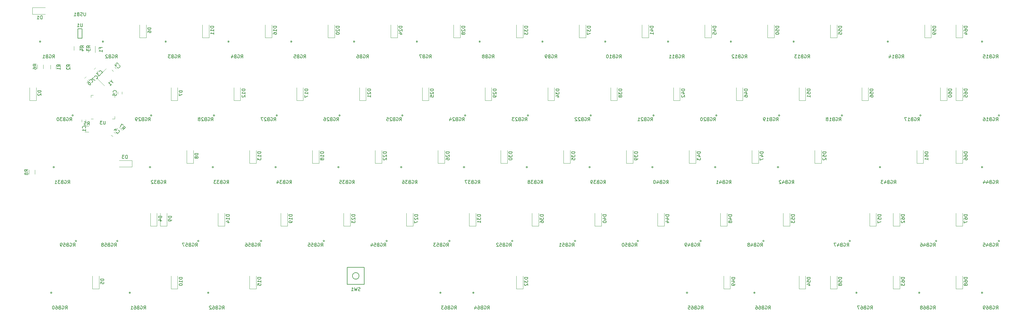
<source format=gbo>
G04 #@! TF.GenerationSoftware,KiCad,Pcbnew,(5.1.5)-3*
G04 #@! TF.CreationDate,2021-03-03T02:22:02+07:00*
G04 #@! TF.ProjectId,EV65,45563635-2e6b-4696-9361-645f70636258,rev?*
G04 #@! TF.SameCoordinates,Original*
G04 #@! TF.FileFunction,Legend,Bot*
G04 #@! TF.FilePolarity,Positive*
%FSLAX46Y46*%
G04 Gerber Fmt 4.6, Leading zero omitted, Abs format (unit mm)*
G04 Created by KiCad (PCBNEW (5.1.5)-3) date 2021-03-03 02:22:02*
%MOMM*%
%LPD*%
G04 APERTURE LIST*
%ADD10C,0.150000*%
%ADD11C,0.120000*%
G04 APERTURE END LIST*
D10*
X137651800Y-130369000D02*
X132451800Y-130369000D01*
X132451800Y-130369000D02*
X132451800Y-135569000D01*
X132451800Y-135569000D02*
X137651800Y-135569000D01*
X137651800Y-135569000D02*
X137651800Y-130369000D01*
X136051800Y-132969000D02*
G75*
G03X136051800Y-132969000I-1000000J0D01*
G01*
D11*
X37684600Y-102047600D02*
X37684600Y-100847600D01*
X35924600Y-100847600D02*
X35924600Y-102047600D01*
X55436000Y-85311000D02*
X54711000Y-85311000D01*
X61931000Y-78091000D02*
X61931000Y-78816000D01*
X61206000Y-78091000D02*
X61931000Y-78091000D01*
X54711000Y-78091000D02*
X54711000Y-78816000D01*
X55436000Y-78091000D02*
X54711000Y-78091000D01*
X61931000Y-85311000D02*
X61931000Y-84586000D01*
X61206000Y-85311000D02*
X61931000Y-85311000D01*
D10*
X49372500Y-84270000D02*
G75*
G03X49372500Y-84270000I-200000J0D01*
G01*
D11*
X38147500Y-79720000D02*
X36147500Y-79720000D01*
X36147500Y-79720000D02*
X36147500Y-75820000D01*
X38147500Y-79720000D02*
X38147500Y-75820000D01*
X54067000Y-87512000D02*
X52867000Y-87512000D01*
X52867000Y-89272000D02*
X54067000Y-89272000D01*
X77747500Y-117820000D02*
X75747500Y-117820000D01*
X75747500Y-117820000D02*
X75747500Y-113920000D01*
X77747500Y-117820000D02*
X77747500Y-113920000D01*
X36916800Y-53578000D02*
X40816800Y-53578000D01*
X36916800Y-51578000D02*
X40816800Y-51578000D01*
X36916800Y-53578000D02*
X36916800Y-51578000D01*
X74747500Y-117820000D02*
X74747500Y-113920000D01*
X72747500Y-117820000D02*
X72747500Y-113920000D01*
X74747500Y-117820000D02*
X72747500Y-117820000D01*
D10*
X325249952Y-138075088D02*
G75*
G03X325249952Y-138075088I-200000J0D01*
G01*
X306199952Y-138075088D02*
G75*
G03X306199952Y-138075088I-200000J0D01*
G01*
X287149952Y-138075088D02*
G75*
G03X287149952Y-138075088I-200000J0D01*
G01*
X256193702Y-138075088D02*
G75*
G03X256193702Y-138075088I-200000J0D01*
G01*
X235743702Y-138075088D02*
G75*
G03X235743702Y-138075088I-200000J0D01*
G01*
X170943702Y-138075088D02*
G75*
G03X170943702Y-138075088I-200000J0D01*
G01*
X160943702Y-138075088D02*
G75*
G03X160943702Y-138075088I-200000J0D01*
G01*
X90506202Y-138075088D02*
G75*
G03X90506202Y-138075088I-200000J0D01*
G01*
X66693702Y-138075088D02*
G75*
G03X66693702Y-138075088I-200000J0D01*
G01*
X42881202Y-138075088D02*
G75*
G03X42881202Y-138075088I-200000J0D01*
G01*
X52034200Y-60854280D02*
X52034200Y-57954280D01*
X52034200Y-60854280D02*
X50734200Y-60854280D01*
X50734200Y-60854280D02*
X50734200Y-57954280D01*
X50734200Y-57954280D02*
X52034200Y-57954280D01*
X50372500Y-122370000D02*
G75*
G03X50372500Y-122370000I-200000J0D01*
G01*
X62897500Y-122370000D02*
G75*
G03X62897500Y-122370000I-200000J0D01*
G01*
X87472500Y-122370000D02*
G75*
G03X87472500Y-122370000I-200000J0D01*
G01*
X106522500Y-122370000D02*
G75*
G03X106522500Y-122370000I-200000J0D01*
G01*
X125572500Y-122370000D02*
G75*
G03X125572500Y-122370000I-200000J0D01*
G01*
X144622500Y-122370000D02*
G75*
G03X144622500Y-122370000I-200000J0D01*
G01*
X163672500Y-122370000D02*
G75*
G03X163672500Y-122370000I-200000J0D01*
G01*
X182722500Y-122370000D02*
G75*
G03X182722500Y-122370000I-200000J0D01*
G01*
X201772500Y-122370000D02*
G75*
G03X201772500Y-122370000I-200000J0D01*
G01*
X220822500Y-122370000D02*
G75*
G03X220822500Y-122370000I-200000J0D01*
G01*
X239872500Y-122370000D02*
G75*
G03X239872500Y-122370000I-200000J0D01*
G01*
X258922500Y-122370000D02*
G75*
G03X258922500Y-122370000I-200000J0D01*
G01*
X285116250Y-122370000D02*
G75*
G03X285116250Y-122370000I-200000J0D01*
G01*
X311310000Y-122370000D02*
G75*
G03X311310000Y-122370000I-200000J0D01*
G01*
X330360000Y-122370000D02*
G75*
G03X330360000Y-122370000I-200000J0D01*
G01*
D11*
X53895600Y-63211200D02*
X53895600Y-65211200D01*
X56035600Y-65211200D02*
X56035600Y-63211200D01*
D10*
X325249952Y-99975088D02*
G75*
G03X325249952Y-99975088I-200000J0D01*
G01*
X294293702Y-99975088D02*
G75*
G03X294293702Y-99975088I-200000J0D01*
G01*
X263337452Y-99975088D02*
G75*
G03X263337452Y-99975088I-200000J0D01*
G01*
X244287452Y-99975088D02*
G75*
G03X244287452Y-99975088I-200000J0D01*
G01*
X225237452Y-99975088D02*
G75*
G03X225237452Y-99975088I-200000J0D01*
G01*
X206187452Y-99975088D02*
G75*
G03X206187452Y-99975088I-200000J0D01*
G01*
X187137452Y-99975088D02*
G75*
G03X187137452Y-99975088I-200000J0D01*
G01*
X168087452Y-99975088D02*
G75*
G03X168087452Y-99975088I-200000J0D01*
G01*
X149037452Y-99975088D02*
G75*
G03X149037452Y-99975088I-200000J0D01*
G01*
X129987452Y-99975088D02*
G75*
G03X129987452Y-99975088I-200000J0D01*
G01*
X110937452Y-99975088D02*
G75*
G03X110937452Y-99975088I-200000J0D01*
G01*
X91887452Y-99975088D02*
G75*
G03X91887452Y-99975088I-200000J0D01*
G01*
X72837452Y-99975088D02*
G75*
G03X72837452Y-99975088I-200000J0D01*
G01*
X43643702Y-99975088D02*
G75*
G03X43643702Y-99975088I-200000J0D01*
G01*
X73185000Y-84270000D02*
G75*
G03X73185000Y-84270000I-200000J0D01*
G01*
X92235000Y-84270000D02*
G75*
G03X92235000Y-84270000I-200000J0D01*
G01*
X111285000Y-84270000D02*
G75*
G03X111285000Y-84270000I-200000J0D01*
G01*
X130335000Y-84270000D02*
G75*
G03X130335000Y-84270000I-200000J0D01*
G01*
X149385000Y-84270000D02*
G75*
G03X149385000Y-84270000I-200000J0D01*
G01*
X168435000Y-84270000D02*
G75*
G03X168435000Y-84270000I-200000J0D01*
G01*
X187485000Y-84270000D02*
G75*
G03X187485000Y-84270000I-200000J0D01*
G01*
X206535000Y-84270000D02*
G75*
G03X206535000Y-84270000I-200000J0D01*
G01*
X225585000Y-84270000D02*
G75*
G03X225585000Y-84270000I-200000J0D01*
G01*
X244635000Y-84270000D02*
G75*
G03X244635000Y-84270000I-200000J0D01*
G01*
X263685000Y-84270000D02*
G75*
G03X263685000Y-84270000I-200000J0D01*
G01*
X282735000Y-84270000D02*
G75*
G03X282735000Y-84270000I-200000J0D01*
G01*
X306547500Y-84270000D02*
G75*
G03X306547500Y-84270000I-200000J0D01*
G01*
X330360000Y-84270000D02*
G75*
G03X330360000Y-84270000I-200000J0D01*
G01*
X325249952Y-61875088D02*
G75*
G03X325249952Y-61875088I-200000J0D01*
G01*
X296674952Y-61875088D02*
G75*
G03X296674952Y-61875088I-200000J0D01*
G01*
X268099952Y-61875088D02*
G75*
G03X268099952Y-61875088I-200000J0D01*
G01*
X229999952Y-61875088D02*
G75*
G03X229999952Y-61875088I-200000J0D01*
G01*
X210949952Y-61875088D02*
G75*
G03X210949952Y-61875088I-200000J0D01*
G01*
X191899952Y-61875088D02*
G75*
G03X191899952Y-61875088I-200000J0D01*
G01*
X153799952Y-61875088D02*
G75*
G03X153799952Y-61875088I-200000J0D01*
G01*
X134749952Y-61875088D02*
G75*
G03X134749952Y-61875088I-200000J0D01*
G01*
X115699952Y-61875088D02*
G75*
G03X115699952Y-61875088I-200000J0D01*
G01*
X77599952Y-61875088D02*
G75*
G03X77599952Y-61875088I-200000J0D01*
G01*
X249049952Y-61875088D02*
G75*
G03X249049952Y-61875088I-200000J0D01*
G01*
X172849952Y-61875088D02*
G75*
G03X172849952Y-61875088I-200000J0D01*
G01*
X96649952Y-61875088D02*
G75*
G03X96649952Y-61875088I-200000J0D01*
G01*
X58549952Y-61875088D02*
G75*
G03X58549952Y-61875088I-200000J0D01*
G01*
X39499952Y-61875088D02*
G75*
G03X39499952Y-61875088I-200000J0D01*
G01*
D11*
X319135000Y-136870000D02*
X319135000Y-132970000D01*
X317135000Y-136870000D02*
X317135000Y-132970000D01*
X319135000Y-136870000D02*
X317135000Y-136870000D01*
X319135000Y-117820000D02*
X319135000Y-113920000D01*
X317135000Y-117820000D02*
X317135000Y-113920000D01*
X319135000Y-117820000D02*
X317135000Y-117820000D01*
X319135000Y-98770000D02*
X319135000Y-94870000D01*
X317135000Y-98770000D02*
X317135000Y-94870000D01*
X319135000Y-98770000D02*
X317135000Y-98770000D01*
X319135000Y-79720000D02*
X319135000Y-75820000D01*
X317135000Y-79720000D02*
X317135000Y-75820000D01*
X319135000Y-79720000D02*
X317135000Y-79720000D01*
X319135000Y-60670000D02*
X319135000Y-56770000D01*
X317135000Y-60670000D02*
X317135000Y-56770000D01*
X319135000Y-60670000D02*
X317135000Y-60670000D01*
X300085000Y-136870000D02*
X300085000Y-132970000D01*
X298085000Y-136870000D02*
X298085000Y-132970000D01*
X300085000Y-136870000D02*
X298085000Y-136870000D01*
X300085000Y-117820000D02*
X300085000Y-113920000D01*
X298085000Y-117820000D02*
X298085000Y-113920000D01*
X300085000Y-117820000D02*
X298085000Y-117820000D01*
X307228750Y-98770000D02*
X307228750Y-94870000D01*
X305228750Y-98770000D02*
X305228750Y-94870000D01*
X307228750Y-98770000D02*
X305228750Y-98770000D01*
X314372500Y-79720000D02*
X314372500Y-75820000D01*
X312372500Y-79720000D02*
X312372500Y-75820000D01*
X314372500Y-79720000D02*
X312372500Y-79720000D01*
X309610000Y-60670000D02*
X309610000Y-56770000D01*
X307610000Y-60670000D02*
X307610000Y-56770000D01*
X309610000Y-60670000D02*
X307610000Y-60670000D01*
X281035000Y-136870000D02*
X281035000Y-132970000D01*
X279035000Y-136870000D02*
X279035000Y-132970000D01*
X281035000Y-136870000D02*
X279035000Y-136870000D01*
X292941250Y-117820000D02*
X292941250Y-113920000D01*
X290941250Y-117820000D02*
X290941250Y-113920000D01*
X292941250Y-117820000D02*
X290941250Y-117820000D01*
X290560000Y-79720000D02*
X290560000Y-75820000D01*
X288560000Y-79720000D02*
X288560000Y-75820000D01*
X290560000Y-79720000D02*
X288560000Y-79720000D01*
X281035000Y-60670000D02*
X281035000Y-56770000D01*
X279035000Y-60670000D02*
X279035000Y-56770000D01*
X281035000Y-60670000D02*
X279035000Y-60670000D01*
X271510000Y-136870000D02*
X271510000Y-132970000D01*
X269510000Y-136870000D02*
X269510000Y-132970000D01*
X271510000Y-136870000D02*
X269510000Y-136870000D01*
X266747500Y-117820000D02*
X266747500Y-113920000D01*
X264747500Y-117820000D02*
X264747500Y-113920000D01*
X266747500Y-117820000D02*
X264747500Y-117820000D01*
X276272500Y-98770000D02*
X276272500Y-94870000D01*
X274272500Y-98770000D02*
X274272500Y-94870000D01*
X276272500Y-98770000D02*
X274272500Y-98770000D01*
X271510000Y-79720000D02*
X271510000Y-75820000D01*
X269510000Y-79720000D02*
X269510000Y-75820000D01*
X271510000Y-79720000D02*
X269510000Y-79720000D01*
X261985000Y-60670000D02*
X261985000Y-56770000D01*
X259985000Y-60670000D02*
X259985000Y-56770000D01*
X261985000Y-60670000D02*
X259985000Y-60670000D01*
X248650000Y-136870000D02*
X248650000Y-132970000D01*
X246650000Y-136870000D02*
X246650000Y-132970000D01*
X248650000Y-136870000D02*
X246650000Y-136870000D01*
X247697500Y-117820000D02*
X247697500Y-113920000D01*
X245697500Y-117820000D02*
X245697500Y-113920000D01*
X247697500Y-117820000D02*
X245697500Y-117820000D01*
X257222500Y-98770000D02*
X257222500Y-94870000D01*
X255222500Y-98770000D02*
X255222500Y-94870000D01*
X257222500Y-98770000D02*
X255222500Y-98770000D01*
X252460000Y-79720000D02*
X252460000Y-75820000D01*
X250460000Y-79720000D02*
X250460000Y-75820000D01*
X252460000Y-79720000D02*
X250460000Y-79720000D01*
X242935000Y-60670000D02*
X242935000Y-56770000D01*
X240935000Y-60670000D02*
X240935000Y-56770000D01*
X242935000Y-60670000D02*
X240935000Y-60670000D01*
X228647500Y-117820000D02*
X228647500Y-113920000D01*
X226647500Y-117820000D02*
X226647500Y-113920000D01*
X228647500Y-117820000D02*
X226647500Y-117820000D01*
X238172500Y-98770000D02*
X238172500Y-94870000D01*
X236172500Y-98770000D02*
X236172500Y-94870000D01*
X238172500Y-98770000D02*
X236172500Y-98770000D01*
X233410000Y-79720000D02*
X233410000Y-75820000D01*
X231410000Y-79720000D02*
X231410000Y-75820000D01*
X233410000Y-79720000D02*
X231410000Y-79720000D01*
X223885000Y-60670000D02*
X223885000Y-56770000D01*
X221885000Y-60670000D02*
X221885000Y-56770000D01*
X223885000Y-60670000D02*
X221885000Y-60670000D01*
X209597500Y-117820000D02*
X209597500Y-113920000D01*
X207597500Y-117820000D02*
X207597500Y-113920000D01*
X209597500Y-117820000D02*
X207597500Y-117820000D01*
X219122500Y-98770000D02*
X219122500Y-94870000D01*
X217122500Y-98770000D02*
X217122500Y-94870000D01*
X219122500Y-98770000D02*
X217122500Y-98770000D01*
X214360000Y-79720000D02*
X214360000Y-75820000D01*
X212360000Y-79720000D02*
X212360000Y-75820000D01*
X214360000Y-79720000D02*
X212360000Y-79720000D01*
X204835000Y-60670000D02*
X204835000Y-56770000D01*
X202835000Y-60670000D02*
X202835000Y-56770000D01*
X204835000Y-60670000D02*
X202835000Y-60670000D01*
X190547500Y-117820000D02*
X190547500Y-113920000D01*
X188547500Y-117820000D02*
X188547500Y-113920000D01*
X190547500Y-117820000D02*
X188547500Y-117820000D01*
X200072500Y-98770000D02*
X200072500Y-94870000D01*
X198072500Y-98770000D02*
X198072500Y-94870000D01*
X200072500Y-98770000D02*
X198072500Y-98770000D01*
X195310000Y-79720000D02*
X195310000Y-75820000D01*
X193310000Y-79720000D02*
X193310000Y-75820000D01*
X195310000Y-79720000D02*
X193310000Y-79720000D01*
X185785000Y-60670000D02*
X185785000Y-56770000D01*
X183785000Y-60670000D02*
X183785000Y-56770000D01*
X185785000Y-60670000D02*
X183785000Y-60670000D01*
X185785000Y-136870000D02*
X185785000Y-132970000D01*
X183785000Y-136870000D02*
X183785000Y-132970000D01*
X185785000Y-136870000D02*
X183785000Y-136870000D01*
X171497500Y-117820000D02*
X171497500Y-113920000D01*
X169497500Y-117820000D02*
X169497500Y-113920000D01*
X171497500Y-117820000D02*
X169497500Y-117820000D01*
X181022500Y-98770000D02*
X181022500Y-94870000D01*
X179022500Y-98770000D02*
X179022500Y-94870000D01*
X181022500Y-98770000D02*
X179022500Y-98770000D01*
X176260000Y-79720000D02*
X176260000Y-75820000D01*
X174260000Y-79720000D02*
X174260000Y-75820000D01*
X176260000Y-79720000D02*
X174260000Y-79720000D01*
X166735000Y-60670000D02*
X166735000Y-56770000D01*
X164735000Y-60670000D02*
X164735000Y-56770000D01*
X166735000Y-60670000D02*
X164735000Y-60670000D01*
X152447500Y-117820000D02*
X152447500Y-113920000D01*
X150447500Y-117820000D02*
X150447500Y-113920000D01*
X152447500Y-117820000D02*
X150447500Y-117820000D01*
X161972500Y-98770000D02*
X161972500Y-94870000D01*
X159972500Y-98770000D02*
X159972500Y-94870000D01*
X161972500Y-98770000D02*
X159972500Y-98770000D01*
X157210000Y-79720000D02*
X157210000Y-75820000D01*
X155210000Y-79720000D02*
X155210000Y-75820000D01*
X157210000Y-79720000D02*
X155210000Y-79720000D01*
X147685000Y-60670000D02*
X147685000Y-56770000D01*
X145685000Y-60670000D02*
X145685000Y-56770000D01*
X147685000Y-60670000D02*
X145685000Y-60670000D01*
X133397500Y-117820000D02*
X133397500Y-113920000D01*
X131397500Y-117820000D02*
X131397500Y-113920000D01*
X133397500Y-117820000D02*
X131397500Y-117820000D01*
X142922500Y-98770000D02*
X142922500Y-94870000D01*
X140922500Y-98770000D02*
X140922500Y-94870000D01*
X142922500Y-98770000D02*
X140922500Y-98770000D01*
X138160000Y-79720000D02*
X138160000Y-75820000D01*
X136160000Y-79720000D02*
X136160000Y-75820000D01*
X138160000Y-79720000D02*
X136160000Y-79720000D01*
X128635000Y-60670000D02*
X128635000Y-56770000D01*
X126635000Y-60670000D02*
X126635000Y-56770000D01*
X128635000Y-60670000D02*
X126635000Y-60670000D01*
X114347500Y-117820000D02*
X114347500Y-113920000D01*
X112347500Y-117820000D02*
X112347500Y-113920000D01*
X114347500Y-117820000D02*
X112347500Y-117820000D01*
X123872500Y-98770000D02*
X123872500Y-94870000D01*
X121872500Y-98770000D02*
X121872500Y-94870000D01*
X123872500Y-98770000D02*
X121872500Y-98770000D01*
X119110000Y-79720000D02*
X119110000Y-75820000D01*
X117110000Y-79720000D02*
X117110000Y-75820000D01*
X119110000Y-79720000D02*
X117110000Y-79720000D01*
X109585000Y-60670000D02*
X109585000Y-56770000D01*
X107585000Y-60670000D02*
X107585000Y-56770000D01*
X109585000Y-60670000D02*
X107585000Y-60670000D01*
X104822500Y-136870000D02*
X104822500Y-132970000D01*
X102822500Y-136870000D02*
X102822500Y-132970000D01*
X104822500Y-136870000D02*
X102822500Y-136870000D01*
X95297500Y-117820000D02*
X95297500Y-113920000D01*
X93297500Y-117820000D02*
X93297500Y-113920000D01*
X95297500Y-117820000D02*
X93297500Y-117820000D01*
X104822500Y-98770000D02*
X104822500Y-94870000D01*
X102822500Y-98770000D02*
X102822500Y-94870000D01*
X104822500Y-98770000D02*
X102822500Y-98770000D01*
X100060000Y-79720000D02*
X100060000Y-75820000D01*
X98060000Y-79720000D02*
X98060000Y-75820000D01*
X100060000Y-79720000D02*
X98060000Y-79720000D01*
X90535000Y-60670000D02*
X90535000Y-56770000D01*
X88535000Y-60670000D02*
X88535000Y-56770000D01*
X90535000Y-60670000D02*
X88535000Y-60670000D01*
X81010000Y-136870000D02*
X81010000Y-132970000D01*
X79010000Y-136870000D02*
X79010000Y-132970000D01*
X81010000Y-136870000D02*
X79010000Y-136870000D01*
X85772500Y-98770000D02*
X85772500Y-94870000D01*
X83772500Y-98770000D02*
X83772500Y-94870000D01*
X85772500Y-98770000D02*
X83772500Y-98770000D01*
X81010000Y-79720000D02*
X81010000Y-75820000D01*
X79010000Y-79720000D02*
X79010000Y-75820000D01*
X81010000Y-79720000D02*
X79010000Y-79720000D01*
X71485000Y-60670000D02*
X71485000Y-56770000D01*
X69485000Y-60670000D02*
X69485000Y-56770000D01*
X71485000Y-60670000D02*
X69485000Y-60670000D01*
X57197500Y-136870000D02*
X57197500Y-132970000D01*
X55197500Y-136870000D02*
X55197500Y-132970000D01*
X57197500Y-136870000D02*
X55197500Y-136870000D01*
X67223200Y-97907600D02*
X63323200Y-97907600D01*
X67223200Y-99907600D02*
X63323200Y-99907600D01*
X67223200Y-97907600D02*
X67223200Y-99907600D01*
X58787013Y-75249440D02*
X56453560Y-72915987D01*
X56453560Y-72915987D02*
X59281987Y-70087560D01*
X47187000Y-70196000D02*
X47187000Y-68996000D01*
X45427000Y-68996000D02*
X45427000Y-70196000D01*
X44187000Y-70196000D02*
X44187000Y-68996000D01*
X42427000Y-68996000D02*
X42427000Y-70196000D01*
X64140118Y-88752810D02*
X63291590Y-87904282D01*
X62047082Y-89148790D02*
X62895610Y-89997318D01*
X53267500Y-64481000D02*
X53267500Y-63281000D01*
X51507500Y-63281000D02*
X51507500Y-64481000D01*
X51299000Y-64481000D02*
X51299000Y-63281000D01*
X49539000Y-63281000D02*
X49539000Y-64481000D01*
X38490000Y-68869000D02*
X38490000Y-70069000D01*
X40250000Y-70069000D02*
X40250000Y-68869000D01*
X56501277Y-71093251D02*
X56996251Y-70598277D01*
X56147723Y-69749749D02*
X55652749Y-70244723D01*
X62393751Y-70054223D02*
X61898777Y-69559249D01*
X61050249Y-70407777D02*
X61545223Y-70902751D01*
X53618377Y-73772951D02*
X54113351Y-73277977D01*
X53264823Y-72429449D02*
X52769849Y-72924423D01*
X53925223Y-73877249D02*
X53430249Y-74372223D01*
X54278777Y-75220751D02*
X54773751Y-74725777D01*
X62900000Y-77120000D02*
X62900000Y-77820000D01*
X64100000Y-77820000D02*
X64100000Y-77120000D01*
X62190551Y-89840823D02*
X61695577Y-89345849D01*
X60847049Y-90194377D02*
X61342023Y-90689351D01*
X53127200Y-86252800D02*
X53127200Y-85552800D01*
X51927200Y-85552800D02*
X51927200Y-86252800D01*
D10*
X136385133Y-137437761D02*
X136242276Y-137485380D01*
X136004180Y-137485380D01*
X135908942Y-137437761D01*
X135861323Y-137390142D01*
X135813704Y-137294904D01*
X135813704Y-137199666D01*
X135861323Y-137104428D01*
X135908942Y-137056809D01*
X136004180Y-137009190D01*
X136194657Y-136961571D01*
X136289895Y-136913952D01*
X136337514Y-136866333D01*
X136385133Y-136771095D01*
X136385133Y-136675857D01*
X136337514Y-136580619D01*
X136289895Y-136533000D01*
X136194657Y-136485380D01*
X135956561Y-136485380D01*
X135813704Y-136533000D01*
X135480371Y-136485380D02*
X135242276Y-137485380D01*
X135051800Y-136771095D01*
X134861323Y-137485380D01*
X134623228Y-136485380D01*
X133718466Y-137485380D02*
X134289895Y-137485380D01*
X134004180Y-137485380D02*
X134004180Y-136485380D01*
X134099419Y-136628238D01*
X134194657Y-136723476D01*
X134289895Y-136771095D01*
X35606980Y-101280933D02*
X35130790Y-100947600D01*
X35606980Y-100709504D02*
X34606980Y-100709504D01*
X34606980Y-101090457D01*
X34654600Y-101185695D01*
X34702219Y-101233314D01*
X34797457Y-101280933D01*
X34940314Y-101280933D01*
X35035552Y-101233314D01*
X35083171Y-101185695D01*
X35130790Y-101090457D01*
X35130790Y-100709504D01*
X35035552Y-101852361D02*
X34987933Y-101757123D01*
X34940314Y-101709504D01*
X34845076Y-101661885D01*
X34797457Y-101661885D01*
X34702219Y-101709504D01*
X34654600Y-101757123D01*
X34606980Y-101852361D01*
X34606980Y-102042838D01*
X34654600Y-102138076D01*
X34702219Y-102185695D01*
X34797457Y-102233314D01*
X34845076Y-102233314D01*
X34940314Y-102185695D01*
X34987933Y-102138076D01*
X35035552Y-102042838D01*
X35035552Y-101852361D01*
X35083171Y-101757123D01*
X35130790Y-101709504D01*
X35226028Y-101661885D01*
X35416504Y-101661885D01*
X35511742Y-101709504D01*
X35559361Y-101757123D01*
X35606980Y-101852361D01*
X35606980Y-102042838D01*
X35559361Y-102138076D01*
X35511742Y-102185695D01*
X35416504Y-102233314D01*
X35226028Y-102233314D01*
X35130790Y-102185695D01*
X35083171Y-102138076D01*
X35035552Y-102042838D01*
X59082904Y-85973380D02*
X59082904Y-86782904D01*
X59035285Y-86878142D01*
X58987666Y-86925761D01*
X58892428Y-86973380D01*
X58701952Y-86973380D01*
X58606714Y-86925761D01*
X58559095Y-86878142D01*
X58511476Y-86782904D01*
X58511476Y-85973380D01*
X58130523Y-85973380D02*
X57511476Y-85973380D01*
X57844809Y-86354333D01*
X57701952Y-86354333D01*
X57606714Y-86401952D01*
X57559095Y-86449571D01*
X57511476Y-86544809D01*
X57511476Y-86782904D01*
X57559095Y-86878142D01*
X57606714Y-86925761D01*
X57701952Y-86973380D01*
X57987666Y-86973380D01*
X58082904Y-86925761D01*
X58130523Y-86878142D01*
X48315357Y-85922380D02*
X48648690Y-85446190D01*
X48886785Y-85922380D02*
X48886785Y-84922380D01*
X48505833Y-84922380D01*
X48410595Y-84970000D01*
X48362976Y-85017619D01*
X48315357Y-85112857D01*
X48315357Y-85255714D01*
X48362976Y-85350952D01*
X48410595Y-85398571D01*
X48505833Y-85446190D01*
X48886785Y-85446190D01*
X47362976Y-84970000D02*
X47458214Y-84922380D01*
X47601071Y-84922380D01*
X47743928Y-84970000D01*
X47839166Y-85065238D01*
X47886785Y-85160476D01*
X47934404Y-85350952D01*
X47934404Y-85493809D01*
X47886785Y-85684285D01*
X47839166Y-85779523D01*
X47743928Y-85874761D01*
X47601071Y-85922380D01*
X47505833Y-85922380D01*
X47362976Y-85874761D01*
X47315357Y-85827142D01*
X47315357Y-85493809D01*
X47505833Y-85493809D01*
X46553452Y-85398571D02*
X46410595Y-85446190D01*
X46362976Y-85493809D01*
X46315357Y-85589047D01*
X46315357Y-85731904D01*
X46362976Y-85827142D01*
X46410595Y-85874761D01*
X46505833Y-85922380D01*
X46886785Y-85922380D01*
X46886785Y-84922380D01*
X46553452Y-84922380D01*
X46458214Y-84970000D01*
X46410595Y-85017619D01*
X46362976Y-85112857D01*
X46362976Y-85208095D01*
X46410595Y-85303333D01*
X46458214Y-85350952D01*
X46553452Y-85398571D01*
X46886785Y-85398571D01*
X45982023Y-84922380D02*
X45362976Y-84922380D01*
X45696309Y-85303333D01*
X45553452Y-85303333D01*
X45458214Y-85350952D01*
X45410595Y-85398571D01*
X45362976Y-85493809D01*
X45362976Y-85731904D01*
X45410595Y-85827142D01*
X45458214Y-85874761D01*
X45553452Y-85922380D01*
X45839166Y-85922380D01*
X45934404Y-85874761D01*
X45982023Y-85827142D01*
X44743928Y-84922380D02*
X44648690Y-84922380D01*
X44553452Y-84970000D01*
X44505833Y-85017619D01*
X44458214Y-85112857D01*
X44410595Y-85303333D01*
X44410595Y-85541428D01*
X44458214Y-85731904D01*
X44505833Y-85827142D01*
X44553452Y-85874761D01*
X44648690Y-85922380D01*
X44743928Y-85922380D01*
X44839166Y-85874761D01*
X44886785Y-85827142D01*
X44934404Y-85731904D01*
X44982023Y-85541428D01*
X44982023Y-85303333D01*
X44934404Y-85112857D01*
X44886785Y-85017619D01*
X44839166Y-84970000D01*
X44743928Y-84922380D01*
X39599880Y-76731904D02*
X38599880Y-76731904D01*
X38599880Y-76970000D01*
X38647500Y-77112857D01*
X38742738Y-77208095D01*
X38837976Y-77255714D01*
X39028452Y-77303333D01*
X39171309Y-77303333D01*
X39361785Y-77255714D01*
X39457023Y-77208095D01*
X39552261Y-77112857D01*
X39599880Y-76970000D01*
X39599880Y-76731904D01*
X38695119Y-77684285D02*
X38647500Y-77731904D01*
X38599880Y-77827142D01*
X38599880Y-78065238D01*
X38647500Y-78160476D01*
X38695119Y-78208095D01*
X38790357Y-78255714D01*
X38885595Y-78255714D01*
X39028452Y-78208095D01*
X39599880Y-77636666D01*
X39599880Y-78255714D01*
X53633666Y-87194380D02*
X53967000Y-86718190D01*
X54205095Y-87194380D02*
X54205095Y-86194380D01*
X53824142Y-86194380D01*
X53728904Y-86242000D01*
X53681285Y-86289619D01*
X53633666Y-86384857D01*
X53633666Y-86527714D01*
X53681285Y-86622952D01*
X53728904Y-86670571D01*
X53824142Y-86718190D01*
X54205095Y-86718190D01*
X52728904Y-86194380D02*
X53205095Y-86194380D01*
X53252714Y-86670571D01*
X53205095Y-86622952D01*
X53109857Y-86575333D01*
X52871761Y-86575333D01*
X52776523Y-86622952D01*
X52728904Y-86670571D01*
X52681285Y-86765809D01*
X52681285Y-87003904D01*
X52728904Y-87099142D01*
X52776523Y-87146761D01*
X52871761Y-87194380D01*
X53109857Y-87194380D01*
X53205095Y-87146761D01*
X53252714Y-87099142D01*
X79199880Y-114831904D02*
X78199880Y-114831904D01*
X78199880Y-115070000D01*
X78247500Y-115212857D01*
X78342738Y-115308095D01*
X78437976Y-115355714D01*
X78628452Y-115403333D01*
X78771309Y-115403333D01*
X78961785Y-115355714D01*
X79057023Y-115308095D01*
X79152261Y-115212857D01*
X79199880Y-115070000D01*
X79199880Y-114831904D01*
X79199880Y-115879523D02*
X79199880Y-116070000D01*
X79152261Y-116165238D01*
X79104642Y-116212857D01*
X78961785Y-116308095D01*
X78771309Y-116355714D01*
X78390357Y-116355714D01*
X78295119Y-116308095D01*
X78247500Y-116260476D01*
X78199880Y-116165238D01*
X78199880Y-115974761D01*
X78247500Y-115879523D01*
X78295119Y-115831904D01*
X78390357Y-115784285D01*
X78628452Y-115784285D01*
X78723690Y-115831904D01*
X78771309Y-115879523D01*
X78818928Y-115974761D01*
X78818928Y-116165238D01*
X78771309Y-116260476D01*
X78723690Y-116308095D01*
X78628452Y-116355714D01*
X39904895Y-55030380D02*
X39904895Y-54030380D01*
X39666800Y-54030380D01*
X39523942Y-54078000D01*
X39428704Y-54173238D01*
X39381085Y-54268476D01*
X39333466Y-54458952D01*
X39333466Y-54601809D01*
X39381085Y-54792285D01*
X39428704Y-54887523D01*
X39523942Y-54982761D01*
X39666800Y-55030380D01*
X39904895Y-55030380D01*
X38381085Y-55030380D02*
X38952514Y-55030380D01*
X38666800Y-55030380D02*
X38666800Y-54030380D01*
X38762038Y-54173238D01*
X38857276Y-54268476D01*
X38952514Y-54316095D01*
X76199880Y-114831904D02*
X75199880Y-114831904D01*
X75199880Y-115070000D01*
X75247500Y-115212857D01*
X75342738Y-115308095D01*
X75437976Y-115355714D01*
X75628452Y-115403333D01*
X75771309Y-115403333D01*
X75961785Y-115355714D01*
X76057023Y-115308095D01*
X76152261Y-115212857D01*
X76199880Y-115070000D01*
X76199880Y-114831904D01*
X75533214Y-116260476D02*
X76199880Y-116260476D01*
X75152261Y-116022380D02*
X75866547Y-115784285D01*
X75866547Y-116403333D01*
X329302857Y-143072380D02*
X329636190Y-142596190D01*
X329874285Y-143072380D02*
X329874285Y-142072380D01*
X329493333Y-142072380D01*
X329398095Y-142120000D01*
X329350476Y-142167619D01*
X329302857Y-142262857D01*
X329302857Y-142405714D01*
X329350476Y-142500952D01*
X329398095Y-142548571D01*
X329493333Y-142596190D01*
X329874285Y-142596190D01*
X328350476Y-142120000D02*
X328445714Y-142072380D01*
X328588571Y-142072380D01*
X328731428Y-142120000D01*
X328826666Y-142215238D01*
X328874285Y-142310476D01*
X328921904Y-142500952D01*
X328921904Y-142643809D01*
X328874285Y-142834285D01*
X328826666Y-142929523D01*
X328731428Y-143024761D01*
X328588571Y-143072380D01*
X328493333Y-143072380D01*
X328350476Y-143024761D01*
X328302857Y-142977142D01*
X328302857Y-142643809D01*
X328493333Y-142643809D01*
X327540952Y-142548571D02*
X327398095Y-142596190D01*
X327350476Y-142643809D01*
X327302857Y-142739047D01*
X327302857Y-142881904D01*
X327350476Y-142977142D01*
X327398095Y-143024761D01*
X327493333Y-143072380D01*
X327874285Y-143072380D01*
X327874285Y-142072380D01*
X327540952Y-142072380D01*
X327445714Y-142120000D01*
X327398095Y-142167619D01*
X327350476Y-142262857D01*
X327350476Y-142358095D01*
X327398095Y-142453333D01*
X327445714Y-142500952D01*
X327540952Y-142548571D01*
X327874285Y-142548571D01*
X326445714Y-142072380D02*
X326636190Y-142072380D01*
X326731428Y-142120000D01*
X326779047Y-142167619D01*
X326874285Y-142310476D01*
X326921904Y-142500952D01*
X326921904Y-142881904D01*
X326874285Y-142977142D01*
X326826666Y-143024761D01*
X326731428Y-143072380D01*
X326540952Y-143072380D01*
X326445714Y-143024761D01*
X326398095Y-142977142D01*
X326350476Y-142881904D01*
X326350476Y-142643809D01*
X326398095Y-142548571D01*
X326445714Y-142500952D01*
X326540952Y-142453333D01*
X326731428Y-142453333D01*
X326826666Y-142500952D01*
X326874285Y-142548571D01*
X326921904Y-142643809D01*
X325874285Y-143072380D02*
X325683809Y-143072380D01*
X325588571Y-143024761D01*
X325540952Y-142977142D01*
X325445714Y-142834285D01*
X325398095Y-142643809D01*
X325398095Y-142262857D01*
X325445714Y-142167619D01*
X325493333Y-142120000D01*
X325588571Y-142072380D01*
X325779047Y-142072380D01*
X325874285Y-142120000D01*
X325921904Y-142167619D01*
X325969523Y-142262857D01*
X325969523Y-142500952D01*
X325921904Y-142596190D01*
X325874285Y-142643809D01*
X325779047Y-142691428D01*
X325588571Y-142691428D01*
X325493333Y-142643809D01*
X325445714Y-142596190D01*
X325398095Y-142500952D01*
X310252857Y-143072380D02*
X310586190Y-142596190D01*
X310824285Y-143072380D02*
X310824285Y-142072380D01*
X310443333Y-142072380D01*
X310348095Y-142120000D01*
X310300476Y-142167619D01*
X310252857Y-142262857D01*
X310252857Y-142405714D01*
X310300476Y-142500952D01*
X310348095Y-142548571D01*
X310443333Y-142596190D01*
X310824285Y-142596190D01*
X309300476Y-142120000D02*
X309395714Y-142072380D01*
X309538571Y-142072380D01*
X309681428Y-142120000D01*
X309776666Y-142215238D01*
X309824285Y-142310476D01*
X309871904Y-142500952D01*
X309871904Y-142643809D01*
X309824285Y-142834285D01*
X309776666Y-142929523D01*
X309681428Y-143024761D01*
X309538571Y-143072380D01*
X309443333Y-143072380D01*
X309300476Y-143024761D01*
X309252857Y-142977142D01*
X309252857Y-142643809D01*
X309443333Y-142643809D01*
X308490952Y-142548571D02*
X308348095Y-142596190D01*
X308300476Y-142643809D01*
X308252857Y-142739047D01*
X308252857Y-142881904D01*
X308300476Y-142977142D01*
X308348095Y-143024761D01*
X308443333Y-143072380D01*
X308824285Y-143072380D01*
X308824285Y-142072380D01*
X308490952Y-142072380D01*
X308395714Y-142120000D01*
X308348095Y-142167619D01*
X308300476Y-142262857D01*
X308300476Y-142358095D01*
X308348095Y-142453333D01*
X308395714Y-142500952D01*
X308490952Y-142548571D01*
X308824285Y-142548571D01*
X307395714Y-142072380D02*
X307586190Y-142072380D01*
X307681428Y-142120000D01*
X307729047Y-142167619D01*
X307824285Y-142310476D01*
X307871904Y-142500952D01*
X307871904Y-142881904D01*
X307824285Y-142977142D01*
X307776666Y-143024761D01*
X307681428Y-143072380D01*
X307490952Y-143072380D01*
X307395714Y-143024761D01*
X307348095Y-142977142D01*
X307300476Y-142881904D01*
X307300476Y-142643809D01*
X307348095Y-142548571D01*
X307395714Y-142500952D01*
X307490952Y-142453333D01*
X307681428Y-142453333D01*
X307776666Y-142500952D01*
X307824285Y-142548571D01*
X307871904Y-142643809D01*
X306729047Y-142500952D02*
X306824285Y-142453333D01*
X306871904Y-142405714D01*
X306919523Y-142310476D01*
X306919523Y-142262857D01*
X306871904Y-142167619D01*
X306824285Y-142120000D01*
X306729047Y-142072380D01*
X306538571Y-142072380D01*
X306443333Y-142120000D01*
X306395714Y-142167619D01*
X306348095Y-142262857D01*
X306348095Y-142310476D01*
X306395714Y-142405714D01*
X306443333Y-142453333D01*
X306538571Y-142500952D01*
X306729047Y-142500952D01*
X306824285Y-142548571D01*
X306871904Y-142596190D01*
X306919523Y-142691428D01*
X306919523Y-142881904D01*
X306871904Y-142977142D01*
X306824285Y-143024761D01*
X306729047Y-143072380D01*
X306538571Y-143072380D01*
X306443333Y-143024761D01*
X306395714Y-142977142D01*
X306348095Y-142881904D01*
X306348095Y-142691428D01*
X306395714Y-142596190D01*
X306443333Y-142548571D01*
X306538571Y-142500952D01*
X291202857Y-143072380D02*
X291536190Y-142596190D01*
X291774285Y-143072380D02*
X291774285Y-142072380D01*
X291393333Y-142072380D01*
X291298095Y-142120000D01*
X291250476Y-142167619D01*
X291202857Y-142262857D01*
X291202857Y-142405714D01*
X291250476Y-142500952D01*
X291298095Y-142548571D01*
X291393333Y-142596190D01*
X291774285Y-142596190D01*
X290250476Y-142120000D02*
X290345714Y-142072380D01*
X290488571Y-142072380D01*
X290631428Y-142120000D01*
X290726666Y-142215238D01*
X290774285Y-142310476D01*
X290821904Y-142500952D01*
X290821904Y-142643809D01*
X290774285Y-142834285D01*
X290726666Y-142929523D01*
X290631428Y-143024761D01*
X290488571Y-143072380D01*
X290393333Y-143072380D01*
X290250476Y-143024761D01*
X290202857Y-142977142D01*
X290202857Y-142643809D01*
X290393333Y-142643809D01*
X289440952Y-142548571D02*
X289298095Y-142596190D01*
X289250476Y-142643809D01*
X289202857Y-142739047D01*
X289202857Y-142881904D01*
X289250476Y-142977142D01*
X289298095Y-143024761D01*
X289393333Y-143072380D01*
X289774285Y-143072380D01*
X289774285Y-142072380D01*
X289440952Y-142072380D01*
X289345714Y-142120000D01*
X289298095Y-142167619D01*
X289250476Y-142262857D01*
X289250476Y-142358095D01*
X289298095Y-142453333D01*
X289345714Y-142500952D01*
X289440952Y-142548571D01*
X289774285Y-142548571D01*
X288345714Y-142072380D02*
X288536190Y-142072380D01*
X288631428Y-142120000D01*
X288679047Y-142167619D01*
X288774285Y-142310476D01*
X288821904Y-142500952D01*
X288821904Y-142881904D01*
X288774285Y-142977142D01*
X288726666Y-143024761D01*
X288631428Y-143072380D01*
X288440952Y-143072380D01*
X288345714Y-143024761D01*
X288298095Y-142977142D01*
X288250476Y-142881904D01*
X288250476Y-142643809D01*
X288298095Y-142548571D01*
X288345714Y-142500952D01*
X288440952Y-142453333D01*
X288631428Y-142453333D01*
X288726666Y-142500952D01*
X288774285Y-142548571D01*
X288821904Y-142643809D01*
X287917142Y-142072380D02*
X287250476Y-142072380D01*
X287679047Y-143072380D01*
X260246607Y-143072380D02*
X260579940Y-142596190D01*
X260818035Y-143072380D02*
X260818035Y-142072380D01*
X260437083Y-142072380D01*
X260341845Y-142120000D01*
X260294226Y-142167619D01*
X260246607Y-142262857D01*
X260246607Y-142405714D01*
X260294226Y-142500952D01*
X260341845Y-142548571D01*
X260437083Y-142596190D01*
X260818035Y-142596190D01*
X259294226Y-142120000D02*
X259389464Y-142072380D01*
X259532321Y-142072380D01*
X259675178Y-142120000D01*
X259770416Y-142215238D01*
X259818035Y-142310476D01*
X259865654Y-142500952D01*
X259865654Y-142643809D01*
X259818035Y-142834285D01*
X259770416Y-142929523D01*
X259675178Y-143024761D01*
X259532321Y-143072380D01*
X259437083Y-143072380D01*
X259294226Y-143024761D01*
X259246607Y-142977142D01*
X259246607Y-142643809D01*
X259437083Y-142643809D01*
X258484702Y-142548571D02*
X258341845Y-142596190D01*
X258294226Y-142643809D01*
X258246607Y-142739047D01*
X258246607Y-142881904D01*
X258294226Y-142977142D01*
X258341845Y-143024761D01*
X258437083Y-143072380D01*
X258818035Y-143072380D01*
X258818035Y-142072380D01*
X258484702Y-142072380D01*
X258389464Y-142120000D01*
X258341845Y-142167619D01*
X258294226Y-142262857D01*
X258294226Y-142358095D01*
X258341845Y-142453333D01*
X258389464Y-142500952D01*
X258484702Y-142548571D01*
X258818035Y-142548571D01*
X257389464Y-142072380D02*
X257579940Y-142072380D01*
X257675178Y-142120000D01*
X257722797Y-142167619D01*
X257818035Y-142310476D01*
X257865654Y-142500952D01*
X257865654Y-142881904D01*
X257818035Y-142977142D01*
X257770416Y-143024761D01*
X257675178Y-143072380D01*
X257484702Y-143072380D01*
X257389464Y-143024761D01*
X257341845Y-142977142D01*
X257294226Y-142881904D01*
X257294226Y-142643809D01*
X257341845Y-142548571D01*
X257389464Y-142500952D01*
X257484702Y-142453333D01*
X257675178Y-142453333D01*
X257770416Y-142500952D01*
X257818035Y-142548571D01*
X257865654Y-142643809D01*
X256437083Y-142072380D02*
X256627559Y-142072380D01*
X256722797Y-142120000D01*
X256770416Y-142167619D01*
X256865654Y-142310476D01*
X256913273Y-142500952D01*
X256913273Y-142881904D01*
X256865654Y-142977142D01*
X256818035Y-143024761D01*
X256722797Y-143072380D01*
X256532321Y-143072380D01*
X256437083Y-143024761D01*
X256389464Y-142977142D01*
X256341845Y-142881904D01*
X256341845Y-142643809D01*
X256389464Y-142548571D01*
X256437083Y-142500952D01*
X256532321Y-142453333D01*
X256722797Y-142453333D01*
X256818035Y-142500952D01*
X256865654Y-142548571D01*
X256913273Y-142643809D01*
X239796607Y-143072380D02*
X240129940Y-142596190D01*
X240368035Y-143072380D02*
X240368035Y-142072380D01*
X239987083Y-142072380D01*
X239891845Y-142120000D01*
X239844226Y-142167619D01*
X239796607Y-142262857D01*
X239796607Y-142405714D01*
X239844226Y-142500952D01*
X239891845Y-142548571D01*
X239987083Y-142596190D01*
X240368035Y-142596190D01*
X238844226Y-142120000D02*
X238939464Y-142072380D01*
X239082321Y-142072380D01*
X239225178Y-142120000D01*
X239320416Y-142215238D01*
X239368035Y-142310476D01*
X239415654Y-142500952D01*
X239415654Y-142643809D01*
X239368035Y-142834285D01*
X239320416Y-142929523D01*
X239225178Y-143024761D01*
X239082321Y-143072380D01*
X238987083Y-143072380D01*
X238844226Y-143024761D01*
X238796607Y-142977142D01*
X238796607Y-142643809D01*
X238987083Y-142643809D01*
X238034702Y-142548571D02*
X237891845Y-142596190D01*
X237844226Y-142643809D01*
X237796607Y-142739047D01*
X237796607Y-142881904D01*
X237844226Y-142977142D01*
X237891845Y-143024761D01*
X237987083Y-143072380D01*
X238368035Y-143072380D01*
X238368035Y-142072380D01*
X238034702Y-142072380D01*
X237939464Y-142120000D01*
X237891845Y-142167619D01*
X237844226Y-142262857D01*
X237844226Y-142358095D01*
X237891845Y-142453333D01*
X237939464Y-142500952D01*
X238034702Y-142548571D01*
X238368035Y-142548571D01*
X236939464Y-142072380D02*
X237129940Y-142072380D01*
X237225178Y-142120000D01*
X237272797Y-142167619D01*
X237368035Y-142310476D01*
X237415654Y-142500952D01*
X237415654Y-142881904D01*
X237368035Y-142977142D01*
X237320416Y-143024761D01*
X237225178Y-143072380D01*
X237034702Y-143072380D01*
X236939464Y-143024761D01*
X236891845Y-142977142D01*
X236844226Y-142881904D01*
X236844226Y-142643809D01*
X236891845Y-142548571D01*
X236939464Y-142500952D01*
X237034702Y-142453333D01*
X237225178Y-142453333D01*
X237320416Y-142500952D01*
X237368035Y-142548571D01*
X237415654Y-142643809D01*
X235939464Y-142072380D02*
X236415654Y-142072380D01*
X236463273Y-142548571D01*
X236415654Y-142500952D01*
X236320416Y-142453333D01*
X236082321Y-142453333D01*
X235987083Y-142500952D01*
X235939464Y-142548571D01*
X235891845Y-142643809D01*
X235891845Y-142881904D01*
X235939464Y-142977142D01*
X235987083Y-143024761D01*
X236082321Y-143072380D01*
X236320416Y-143072380D01*
X236415654Y-143024761D01*
X236463273Y-142977142D01*
X174996607Y-143072380D02*
X175329940Y-142596190D01*
X175568035Y-143072380D02*
X175568035Y-142072380D01*
X175187083Y-142072380D01*
X175091845Y-142120000D01*
X175044226Y-142167619D01*
X174996607Y-142262857D01*
X174996607Y-142405714D01*
X175044226Y-142500952D01*
X175091845Y-142548571D01*
X175187083Y-142596190D01*
X175568035Y-142596190D01*
X174044226Y-142120000D02*
X174139464Y-142072380D01*
X174282321Y-142072380D01*
X174425178Y-142120000D01*
X174520416Y-142215238D01*
X174568035Y-142310476D01*
X174615654Y-142500952D01*
X174615654Y-142643809D01*
X174568035Y-142834285D01*
X174520416Y-142929523D01*
X174425178Y-143024761D01*
X174282321Y-143072380D01*
X174187083Y-143072380D01*
X174044226Y-143024761D01*
X173996607Y-142977142D01*
X173996607Y-142643809D01*
X174187083Y-142643809D01*
X173234702Y-142548571D02*
X173091845Y-142596190D01*
X173044226Y-142643809D01*
X172996607Y-142739047D01*
X172996607Y-142881904D01*
X173044226Y-142977142D01*
X173091845Y-143024761D01*
X173187083Y-143072380D01*
X173568035Y-143072380D01*
X173568035Y-142072380D01*
X173234702Y-142072380D01*
X173139464Y-142120000D01*
X173091845Y-142167619D01*
X173044226Y-142262857D01*
X173044226Y-142358095D01*
X173091845Y-142453333D01*
X173139464Y-142500952D01*
X173234702Y-142548571D01*
X173568035Y-142548571D01*
X172139464Y-142072380D02*
X172329940Y-142072380D01*
X172425178Y-142120000D01*
X172472797Y-142167619D01*
X172568035Y-142310476D01*
X172615654Y-142500952D01*
X172615654Y-142881904D01*
X172568035Y-142977142D01*
X172520416Y-143024761D01*
X172425178Y-143072380D01*
X172234702Y-143072380D01*
X172139464Y-143024761D01*
X172091845Y-142977142D01*
X172044226Y-142881904D01*
X172044226Y-142643809D01*
X172091845Y-142548571D01*
X172139464Y-142500952D01*
X172234702Y-142453333D01*
X172425178Y-142453333D01*
X172520416Y-142500952D01*
X172568035Y-142548571D01*
X172615654Y-142643809D01*
X171187083Y-142405714D02*
X171187083Y-143072380D01*
X171425178Y-142024761D02*
X171663273Y-142739047D01*
X171044226Y-142739047D01*
X164996607Y-143072380D02*
X165329940Y-142596190D01*
X165568035Y-143072380D02*
X165568035Y-142072380D01*
X165187083Y-142072380D01*
X165091845Y-142120000D01*
X165044226Y-142167619D01*
X164996607Y-142262857D01*
X164996607Y-142405714D01*
X165044226Y-142500952D01*
X165091845Y-142548571D01*
X165187083Y-142596190D01*
X165568035Y-142596190D01*
X164044226Y-142120000D02*
X164139464Y-142072380D01*
X164282321Y-142072380D01*
X164425178Y-142120000D01*
X164520416Y-142215238D01*
X164568035Y-142310476D01*
X164615654Y-142500952D01*
X164615654Y-142643809D01*
X164568035Y-142834285D01*
X164520416Y-142929523D01*
X164425178Y-143024761D01*
X164282321Y-143072380D01*
X164187083Y-143072380D01*
X164044226Y-143024761D01*
X163996607Y-142977142D01*
X163996607Y-142643809D01*
X164187083Y-142643809D01*
X163234702Y-142548571D02*
X163091845Y-142596190D01*
X163044226Y-142643809D01*
X162996607Y-142739047D01*
X162996607Y-142881904D01*
X163044226Y-142977142D01*
X163091845Y-143024761D01*
X163187083Y-143072380D01*
X163568035Y-143072380D01*
X163568035Y-142072380D01*
X163234702Y-142072380D01*
X163139464Y-142120000D01*
X163091845Y-142167619D01*
X163044226Y-142262857D01*
X163044226Y-142358095D01*
X163091845Y-142453333D01*
X163139464Y-142500952D01*
X163234702Y-142548571D01*
X163568035Y-142548571D01*
X162139464Y-142072380D02*
X162329940Y-142072380D01*
X162425178Y-142120000D01*
X162472797Y-142167619D01*
X162568035Y-142310476D01*
X162615654Y-142500952D01*
X162615654Y-142881904D01*
X162568035Y-142977142D01*
X162520416Y-143024761D01*
X162425178Y-143072380D01*
X162234702Y-143072380D01*
X162139464Y-143024761D01*
X162091845Y-142977142D01*
X162044226Y-142881904D01*
X162044226Y-142643809D01*
X162091845Y-142548571D01*
X162139464Y-142500952D01*
X162234702Y-142453333D01*
X162425178Y-142453333D01*
X162520416Y-142500952D01*
X162568035Y-142548571D01*
X162615654Y-142643809D01*
X161710892Y-142072380D02*
X161091845Y-142072380D01*
X161425178Y-142453333D01*
X161282321Y-142453333D01*
X161187083Y-142500952D01*
X161139464Y-142548571D01*
X161091845Y-142643809D01*
X161091845Y-142881904D01*
X161139464Y-142977142D01*
X161187083Y-143024761D01*
X161282321Y-143072380D01*
X161568035Y-143072380D01*
X161663273Y-143024761D01*
X161710892Y-142977142D01*
X94559107Y-143072380D02*
X94892440Y-142596190D01*
X95130535Y-143072380D02*
X95130535Y-142072380D01*
X94749583Y-142072380D01*
X94654345Y-142120000D01*
X94606726Y-142167619D01*
X94559107Y-142262857D01*
X94559107Y-142405714D01*
X94606726Y-142500952D01*
X94654345Y-142548571D01*
X94749583Y-142596190D01*
X95130535Y-142596190D01*
X93606726Y-142120000D02*
X93701964Y-142072380D01*
X93844821Y-142072380D01*
X93987678Y-142120000D01*
X94082916Y-142215238D01*
X94130535Y-142310476D01*
X94178154Y-142500952D01*
X94178154Y-142643809D01*
X94130535Y-142834285D01*
X94082916Y-142929523D01*
X93987678Y-143024761D01*
X93844821Y-143072380D01*
X93749583Y-143072380D01*
X93606726Y-143024761D01*
X93559107Y-142977142D01*
X93559107Y-142643809D01*
X93749583Y-142643809D01*
X92797202Y-142548571D02*
X92654345Y-142596190D01*
X92606726Y-142643809D01*
X92559107Y-142739047D01*
X92559107Y-142881904D01*
X92606726Y-142977142D01*
X92654345Y-143024761D01*
X92749583Y-143072380D01*
X93130535Y-143072380D01*
X93130535Y-142072380D01*
X92797202Y-142072380D01*
X92701964Y-142120000D01*
X92654345Y-142167619D01*
X92606726Y-142262857D01*
X92606726Y-142358095D01*
X92654345Y-142453333D01*
X92701964Y-142500952D01*
X92797202Y-142548571D01*
X93130535Y-142548571D01*
X91701964Y-142072380D02*
X91892440Y-142072380D01*
X91987678Y-142120000D01*
X92035297Y-142167619D01*
X92130535Y-142310476D01*
X92178154Y-142500952D01*
X92178154Y-142881904D01*
X92130535Y-142977142D01*
X92082916Y-143024761D01*
X91987678Y-143072380D01*
X91797202Y-143072380D01*
X91701964Y-143024761D01*
X91654345Y-142977142D01*
X91606726Y-142881904D01*
X91606726Y-142643809D01*
X91654345Y-142548571D01*
X91701964Y-142500952D01*
X91797202Y-142453333D01*
X91987678Y-142453333D01*
X92082916Y-142500952D01*
X92130535Y-142548571D01*
X92178154Y-142643809D01*
X91225773Y-142167619D02*
X91178154Y-142120000D01*
X91082916Y-142072380D01*
X90844821Y-142072380D01*
X90749583Y-142120000D01*
X90701964Y-142167619D01*
X90654345Y-142262857D01*
X90654345Y-142358095D01*
X90701964Y-142500952D01*
X91273392Y-143072380D01*
X90654345Y-143072380D01*
X70746607Y-143072380D02*
X71079940Y-142596190D01*
X71318035Y-143072380D02*
X71318035Y-142072380D01*
X70937083Y-142072380D01*
X70841845Y-142120000D01*
X70794226Y-142167619D01*
X70746607Y-142262857D01*
X70746607Y-142405714D01*
X70794226Y-142500952D01*
X70841845Y-142548571D01*
X70937083Y-142596190D01*
X71318035Y-142596190D01*
X69794226Y-142120000D02*
X69889464Y-142072380D01*
X70032321Y-142072380D01*
X70175178Y-142120000D01*
X70270416Y-142215238D01*
X70318035Y-142310476D01*
X70365654Y-142500952D01*
X70365654Y-142643809D01*
X70318035Y-142834285D01*
X70270416Y-142929523D01*
X70175178Y-143024761D01*
X70032321Y-143072380D01*
X69937083Y-143072380D01*
X69794226Y-143024761D01*
X69746607Y-142977142D01*
X69746607Y-142643809D01*
X69937083Y-142643809D01*
X68984702Y-142548571D02*
X68841845Y-142596190D01*
X68794226Y-142643809D01*
X68746607Y-142739047D01*
X68746607Y-142881904D01*
X68794226Y-142977142D01*
X68841845Y-143024761D01*
X68937083Y-143072380D01*
X69318035Y-143072380D01*
X69318035Y-142072380D01*
X68984702Y-142072380D01*
X68889464Y-142120000D01*
X68841845Y-142167619D01*
X68794226Y-142262857D01*
X68794226Y-142358095D01*
X68841845Y-142453333D01*
X68889464Y-142500952D01*
X68984702Y-142548571D01*
X69318035Y-142548571D01*
X67889464Y-142072380D02*
X68079940Y-142072380D01*
X68175178Y-142120000D01*
X68222797Y-142167619D01*
X68318035Y-142310476D01*
X68365654Y-142500952D01*
X68365654Y-142881904D01*
X68318035Y-142977142D01*
X68270416Y-143024761D01*
X68175178Y-143072380D01*
X67984702Y-143072380D01*
X67889464Y-143024761D01*
X67841845Y-142977142D01*
X67794226Y-142881904D01*
X67794226Y-142643809D01*
X67841845Y-142548571D01*
X67889464Y-142500952D01*
X67984702Y-142453333D01*
X68175178Y-142453333D01*
X68270416Y-142500952D01*
X68318035Y-142548571D01*
X68365654Y-142643809D01*
X66841845Y-143072380D02*
X67413273Y-143072380D01*
X67127559Y-143072380D02*
X67127559Y-142072380D01*
X67222797Y-142215238D01*
X67318035Y-142310476D01*
X67413273Y-142358095D01*
X46934107Y-143072380D02*
X47267440Y-142596190D01*
X47505535Y-143072380D02*
X47505535Y-142072380D01*
X47124583Y-142072380D01*
X47029345Y-142120000D01*
X46981726Y-142167619D01*
X46934107Y-142262857D01*
X46934107Y-142405714D01*
X46981726Y-142500952D01*
X47029345Y-142548571D01*
X47124583Y-142596190D01*
X47505535Y-142596190D01*
X45981726Y-142120000D02*
X46076964Y-142072380D01*
X46219821Y-142072380D01*
X46362678Y-142120000D01*
X46457916Y-142215238D01*
X46505535Y-142310476D01*
X46553154Y-142500952D01*
X46553154Y-142643809D01*
X46505535Y-142834285D01*
X46457916Y-142929523D01*
X46362678Y-143024761D01*
X46219821Y-143072380D01*
X46124583Y-143072380D01*
X45981726Y-143024761D01*
X45934107Y-142977142D01*
X45934107Y-142643809D01*
X46124583Y-142643809D01*
X45172202Y-142548571D02*
X45029345Y-142596190D01*
X44981726Y-142643809D01*
X44934107Y-142739047D01*
X44934107Y-142881904D01*
X44981726Y-142977142D01*
X45029345Y-143024761D01*
X45124583Y-143072380D01*
X45505535Y-143072380D01*
X45505535Y-142072380D01*
X45172202Y-142072380D01*
X45076964Y-142120000D01*
X45029345Y-142167619D01*
X44981726Y-142262857D01*
X44981726Y-142358095D01*
X45029345Y-142453333D01*
X45076964Y-142500952D01*
X45172202Y-142548571D01*
X45505535Y-142548571D01*
X44076964Y-142072380D02*
X44267440Y-142072380D01*
X44362678Y-142120000D01*
X44410297Y-142167619D01*
X44505535Y-142310476D01*
X44553154Y-142500952D01*
X44553154Y-142881904D01*
X44505535Y-142977142D01*
X44457916Y-143024761D01*
X44362678Y-143072380D01*
X44172202Y-143072380D01*
X44076964Y-143024761D01*
X44029345Y-142977142D01*
X43981726Y-142881904D01*
X43981726Y-142643809D01*
X44029345Y-142548571D01*
X44076964Y-142500952D01*
X44172202Y-142453333D01*
X44362678Y-142453333D01*
X44457916Y-142500952D01*
X44505535Y-142548571D01*
X44553154Y-142643809D01*
X43362678Y-142072380D02*
X43267440Y-142072380D01*
X43172202Y-142120000D01*
X43124583Y-142167619D01*
X43076964Y-142262857D01*
X43029345Y-142453333D01*
X43029345Y-142691428D01*
X43076964Y-142881904D01*
X43124583Y-142977142D01*
X43172202Y-143024761D01*
X43267440Y-143072380D01*
X43362678Y-143072380D01*
X43457916Y-143024761D01*
X43505535Y-142977142D01*
X43553154Y-142881904D01*
X43600773Y-142691428D01*
X43600773Y-142453333D01*
X43553154Y-142262857D01*
X43505535Y-142167619D01*
X43457916Y-142120000D01*
X43362678Y-142072380D01*
X52146104Y-56406660D02*
X52146104Y-57216184D01*
X52098485Y-57311422D01*
X52050866Y-57359041D01*
X51955628Y-57406660D01*
X51765152Y-57406660D01*
X51669914Y-57359041D01*
X51622295Y-57311422D01*
X51574676Y-57216184D01*
X51574676Y-56406660D01*
X50574676Y-57406660D02*
X51146104Y-57406660D01*
X50860390Y-57406660D02*
X50860390Y-56406660D01*
X50955628Y-56549518D01*
X51050866Y-56644756D01*
X51146104Y-56692375D01*
X49315357Y-124022380D02*
X49648690Y-123546190D01*
X49886785Y-124022380D02*
X49886785Y-123022380D01*
X49505833Y-123022380D01*
X49410595Y-123070000D01*
X49362976Y-123117619D01*
X49315357Y-123212857D01*
X49315357Y-123355714D01*
X49362976Y-123450952D01*
X49410595Y-123498571D01*
X49505833Y-123546190D01*
X49886785Y-123546190D01*
X48362976Y-123070000D02*
X48458214Y-123022380D01*
X48601071Y-123022380D01*
X48743928Y-123070000D01*
X48839166Y-123165238D01*
X48886785Y-123260476D01*
X48934404Y-123450952D01*
X48934404Y-123593809D01*
X48886785Y-123784285D01*
X48839166Y-123879523D01*
X48743928Y-123974761D01*
X48601071Y-124022380D01*
X48505833Y-124022380D01*
X48362976Y-123974761D01*
X48315357Y-123927142D01*
X48315357Y-123593809D01*
X48505833Y-123593809D01*
X47553452Y-123498571D02*
X47410595Y-123546190D01*
X47362976Y-123593809D01*
X47315357Y-123689047D01*
X47315357Y-123831904D01*
X47362976Y-123927142D01*
X47410595Y-123974761D01*
X47505833Y-124022380D01*
X47886785Y-124022380D01*
X47886785Y-123022380D01*
X47553452Y-123022380D01*
X47458214Y-123070000D01*
X47410595Y-123117619D01*
X47362976Y-123212857D01*
X47362976Y-123308095D01*
X47410595Y-123403333D01*
X47458214Y-123450952D01*
X47553452Y-123498571D01*
X47886785Y-123498571D01*
X46410595Y-123022380D02*
X46886785Y-123022380D01*
X46934404Y-123498571D01*
X46886785Y-123450952D01*
X46791547Y-123403333D01*
X46553452Y-123403333D01*
X46458214Y-123450952D01*
X46410595Y-123498571D01*
X46362976Y-123593809D01*
X46362976Y-123831904D01*
X46410595Y-123927142D01*
X46458214Y-123974761D01*
X46553452Y-124022380D01*
X46791547Y-124022380D01*
X46886785Y-123974761D01*
X46934404Y-123927142D01*
X45886785Y-124022380D02*
X45696309Y-124022380D01*
X45601071Y-123974761D01*
X45553452Y-123927142D01*
X45458214Y-123784285D01*
X45410595Y-123593809D01*
X45410595Y-123212857D01*
X45458214Y-123117619D01*
X45505833Y-123070000D01*
X45601071Y-123022380D01*
X45791547Y-123022380D01*
X45886785Y-123070000D01*
X45934404Y-123117619D01*
X45982023Y-123212857D01*
X45982023Y-123450952D01*
X45934404Y-123546190D01*
X45886785Y-123593809D01*
X45791547Y-123641428D01*
X45601071Y-123641428D01*
X45505833Y-123593809D01*
X45458214Y-123546190D01*
X45410595Y-123450952D01*
X61840357Y-124022380D02*
X62173690Y-123546190D01*
X62411785Y-124022380D02*
X62411785Y-123022380D01*
X62030833Y-123022380D01*
X61935595Y-123070000D01*
X61887976Y-123117619D01*
X61840357Y-123212857D01*
X61840357Y-123355714D01*
X61887976Y-123450952D01*
X61935595Y-123498571D01*
X62030833Y-123546190D01*
X62411785Y-123546190D01*
X60887976Y-123070000D02*
X60983214Y-123022380D01*
X61126071Y-123022380D01*
X61268928Y-123070000D01*
X61364166Y-123165238D01*
X61411785Y-123260476D01*
X61459404Y-123450952D01*
X61459404Y-123593809D01*
X61411785Y-123784285D01*
X61364166Y-123879523D01*
X61268928Y-123974761D01*
X61126071Y-124022380D01*
X61030833Y-124022380D01*
X60887976Y-123974761D01*
X60840357Y-123927142D01*
X60840357Y-123593809D01*
X61030833Y-123593809D01*
X60078452Y-123498571D02*
X59935595Y-123546190D01*
X59887976Y-123593809D01*
X59840357Y-123689047D01*
X59840357Y-123831904D01*
X59887976Y-123927142D01*
X59935595Y-123974761D01*
X60030833Y-124022380D01*
X60411785Y-124022380D01*
X60411785Y-123022380D01*
X60078452Y-123022380D01*
X59983214Y-123070000D01*
X59935595Y-123117619D01*
X59887976Y-123212857D01*
X59887976Y-123308095D01*
X59935595Y-123403333D01*
X59983214Y-123450952D01*
X60078452Y-123498571D01*
X60411785Y-123498571D01*
X58935595Y-123022380D02*
X59411785Y-123022380D01*
X59459404Y-123498571D01*
X59411785Y-123450952D01*
X59316547Y-123403333D01*
X59078452Y-123403333D01*
X58983214Y-123450952D01*
X58935595Y-123498571D01*
X58887976Y-123593809D01*
X58887976Y-123831904D01*
X58935595Y-123927142D01*
X58983214Y-123974761D01*
X59078452Y-124022380D01*
X59316547Y-124022380D01*
X59411785Y-123974761D01*
X59459404Y-123927142D01*
X58316547Y-123450952D02*
X58411785Y-123403333D01*
X58459404Y-123355714D01*
X58507023Y-123260476D01*
X58507023Y-123212857D01*
X58459404Y-123117619D01*
X58411785Y-123070000D01*
X58316547Y-123022380D01*
X58126071Y-123022380D01*
X58030833Y-123070000D01*
X57983214Y-123117619D01*
X57935595Y-123212857D01*
X57935595Y-123260476D01*
X57983214Y-123355714D01*
X58030833Y-123403333D01*
X58126071Y-123450952D01*
X58316547Y-123450952D01*
X58411785Y-123498571D01*
X58459404Y-123546190D01*
X58507023Y-123641428D01*
X58507023Y-123831904D01*
X58459404Y-123927142D01*
X58411785Y-123974761D01*
X58316547Y-124022380D01*
X58126071Y-124022380D01*
X58030833Y-123974761D01*
X57983214Y-123927142D01*
X57935595Y-123831904D01*
X57935595Y-123641428D01*
X57983214Y-123546190D01*
X58030833Y-123498571D01*
X58126071Y-123450952D01*
X86415357Y-124022380D02*
X86748690Y-123546190D01*
X86986785Y-124022380D02*
X86986785Y-123022380D01*
X86605833Y-123022380D01*
X86510595Y-123070000D01*
X86462976Y-123117619D01*
X86415357Y-123212857D01*
X86415357Y-123355714D01*
X86462976Y-123450952D01*
X86510595Y-123498571D01*
X86605833Y-123546190D01*
X86986785Y-123546190D01*
X85462976Y-123070000D02*
X85558214Y-123022380D01*
X85701071Y-123022380D01*
X85843928Y-123070000D01*
X85939166Y-123165238D01*
X85986785Y-123260476D01*
X86034404Y-123450952D01*
X86034404Y-123593809D01*
X85986785Y-123784285D01*
X85939166Y-123879523D01*
X85843928Y-123974761D01*
X85701071Y-124022380D01*
X85605833Y-124022380D01*
X85462976Y-123974761D01*
X85415357Y-123927142D01*
X85415357Y-123593809D01*
X85605833Y-123593809D01*
X84653452Y-123498571D02*
X84510595Y-123546190D01*
X84462976Y-123593809D01*
X84415357Y-123689047D01*
X84415357Y-123831904D01*
X84462976Y-123927142D01*
X84510595Y-123974761D01*
X84605833Y-124022380D01*
X84986785Y-124022380D01*
X84986785Y-123022380D01*
X84653452Y-123022380D01*
X84558214Y-123070000D01*
X84510595Y-123117619D01*
X84462976Y-123212857D01*
X84462976Y-123308095D01*
X84510595Y-123403333D01*
X84558214Y-123450952D01*
X84653452Y-123498571D01*
X84986785Y-123498571D01*
X83510595Y-123022380D02*
X83986785Y-123022380D01*
X84034404Y-123498571D01*
X83986785Y-123450952D01*
X83891547Y-123403333D01*
X83653452Y-123403333D01*
X83558214Y-123450952D01*
X83510595Y-123498571D01*
X83462976Y-123593809D01*
X83462976Y-123831904D01*
X83510595Y-123927142D01*
X83558214Y-123974761D01*
X83653452Y-124022380D01*
X83891547Y-124022380D01*
X83986785Y-123974761D01*
X84034404Y-123927142D01*
X83129642Y-123022380D02*
X82462976Y-123022380D01*
X82891547Y-124022380D01*
X105465357Y-124022380D02*
X105798690Y-123546190D01*
X106036785Y-124022380D02*
X106036785Y-123022380D01*
X105655833Y-123022380D01*
X105560595Y-123070000D01*
X105512976Y-123117619D01*
X105465357Y-123212857D01*
X105465357Y-123355714D01*
X105512976Y-123450952D01*
X105560595Y-123498571D01*
X105655833Y-123546190D01*
X106036785Y-123546190D01*
X104512976Y-123070000D02*
X104608214Y-123022380D01*
X104751071Y-123022380D01*
X104893928Y-123070000D01*
X104989166Y-123165238D01*
X105036785Y-123260476D01*
X105084404Y-123450952D01*
X105084404Y-123593809D01*
X105036785Y-123784285D01*
X104989166Y-123879523D01*
X104893928Y-123974761D01*
X104751071Y-124022380D01*
X104655833Y-124022380D01*
X104512976Y-123974761D01*
X104465357Y-123927142D01*
X104465357Y-123593809D01*
X104655833Y-123593809D01*
X103703452Y-123498571D02*
X103560595Y-123546190D01*
X103512976Y-123593809D01*
X103465357Y-123689047D01*
X103465357Y-123831904D01*
X103512976Y-123927142D01*
X103560595Y-123974761D01*
X103655833Y-124022380D01*
X104036785Y-124022380D01*
X104036785Y-123022380D01*
X103703452Y-123022380D01*
X103608214Y-123070000D01*
X103560595Y-123117619D01*
X103512976Y-123212857D01*
X103512976Y-123308095D01*
X103560595Y-123403333D01*
X103608214Y-123450952D01*
X103703452Y-123498571D01*
X104036785Y-123498571D01*
X102560595Y-123022380D02*
X103036785Y-123022380D01*
X103084404Y-123498571D01*
X103036785Y-123450952D01*
X102941547Y-123403333D01*
X102703452Y-123403333D01*
X102608214Y-123450952D01*
X102560595Y-123498571D01*
X102512976Y-123593809D01*
X102512976Y-123831904D01*
X102560595Y-123927142D01*
X102608214Y-123974761D01*
X102703452Y-124022380D01*
X102941547Y-124022380D01*
X103036785Y-123974761D01*
X103084404Y-123927142D01*
X101655833Y-123022380D02*
X101846309Y-123022380D01*
X101941547Y-123070000D01*
X101989166Y-123117619D01*
X102084404Y-123260476D01*
X102132023Y-123450952D01*
X102132023Y-123831904D01*
X102084404Y-123927142D01*
X102036785Y-123974761D01*
X101941547Y-124022380D01*
X101751071Y-124022380D01*
X101655833Y-123974761D01*
X101608214Y-123927142D01*
X101560595Y-123831904D01*
X101560595Y-123593809D01*
X101608214Y-123498571D01*
X101655833Y-123450952D01*
X101751071Y-123403333D01*
X101941547Y-123403333D01*
X102036785Y-123450952D01*
X102084404Y-123498571D01*
X102132023Y-123593809D01*
X124515357Y-124022380D02*
X124848690Y-123546190D01*
X125086785Y-124022380D02*
X125086785Y-123022380D01*
X124705833Y-123022380D01*
X124610595Y-123070000D01*
X124562976Y-123117619D01*
X124515357Y-123212857D01*
X124515357Y-123355714D01*
X124562976Y-123450952D01*
X124610595Y-123498571D01*
X124705833Y-123546190D01*
X125086785Y-123546190D01*
X123562976Y-123070000D02*
X123658214Y-123022380D01*
X123801071Y-123022380D01*
X123943928Y-123070000D01*
X124039166Y-123165238D01*
X124086785Y-123260476D01*
X124134404Y-123450952D01*
X124134404Y-123593809D01*
X124086785Y-123784285D01*
X124039166Y-123879523D01*
X123943928Y-123974761D01*
X123801071Y-124022380D01*
X123705833Y-124022380D01*
X123562976Y-123974761D01*
X123515357Y-123927142D01*
X123515357Y-123593809D01*
X123705833Y-123593809D01*
X122753452Y-123498571D02*
X122610595Y-123546190D01*
X122562976Y-123593809D01*
X122515357Y-123689047D01*
X122515357Y-123831904D01*
X122562976Y-123927142D01*
X122610595Y-123974761D01*
X122705833Y-124022380D01*
X123086785Y-124022380D01*
X123086785Y-123022380D01*
X122753452Y-123022380D01*
X122658214Y-123070000D01*
X122610595Y-123117619D01*
X122562976Y-123212857D01*
X122562976Y-123308095D01*
X122610595Y-123403333D01*
X122658214Y-123450952D01*
X122753452Y-123498571D01*
X123086785Y-123498571D01*
X121610595Y-123022380D02*
X122086785Y-123022380D01*
X122134404Y-123498571D01*
X122086785Y-123450952D01*
X121991547Y-123403333D01*
X121753452Y-123403333D01*
X121658214Y-123450952D01*
X121610595Y-123498571D01*
X121562976Y-123593809D01*
X121562976Y-123831904D01*
X121610595Y-123927142D01*
X121658214Y-123974761D01*
X121753452Y-124022380D01*
X121991547Y-124022380D01*
X122086785Y-123974761D01*
X122134404Y-123927142D01*
X120658214Y-123022380D02*
X121134404Y-123022380D01*
X121182023Y-123498571D01*
X121134404Y-123450952D01*
X121039166Y-123403333D01*
X120801071Y-123403333D01*
X120705833Y-123450952D01*
X120658214Y-123498571D01*
X120610595Y-123593809D01*
X120610595Y-123831904D01*
X120658214Y-123927142D01*
X120705833Y-123974761D01*
X120801071Y-124022380D01*
X121039166Y-124022380D01*
X121134404Y-123974761D01*
X121182023Y-123927142D01*
X143565357Y-124022380D02*
X143898690Y-123546190D01*
X144136785Y-124022380D02*
X144136785Y-123022380D01*
X143755833Y-123022380D01*
X143660595Y-123070000D01*
X143612976Y-123117619D01*
X143565357Y-123212857D01*
X143565357Y-123355714D01*
X143612976Y-123450952D01*
X143660595Y-123498571D01*
X143755833Y-123546190D01*
X144136785Y-123546190D01*
X142612976Y-123070000D02*
X142708214Y-123022380D01*
X142851071Y-123022380D01*
X142993928Y-123070000D01*
X143089166Y-123165238D01*
X143136785Y-123260476D01*
X143184404Y-123450952D01*
X143184404Y-123593809D01*
X143136785Y-123784285D01*
X143089166Y-123879523D01*
X142993928Y-123974761D01*
X142851071Y-124022380D01*
X142755833Y-124022380D01*
X142612976Y-123974761D01*
X142565357Y-123927142D01*
X142565357Y-123593809D01*
X142755833Y-123593809D01*
X141803452Y-123498571D02*
X141660595Y-123546190D01*
X141612976Y-123593809D01*
X141565357Y-123689047D01*
X141565357Y-123831904D01*
X141612976Y-123927142D01*
X141660595Y-123974761D01*
X141755833Y-124022380D01*
X142136785Y-124022380D01*
X142136785Y-123022380D01*
X141803452Y-123022380D01*
X141708214Y-123070000D01*
X141660595Y-123117619D01*
X141612976Y-123212857D01*
X141612976Y-123308095D01*
X141660595Y-123403333D01*
X141708214Y-123450952D01*
X141803452Y-123498571D01*
X142136785Y-123498571D01*
X140660595Y-123022380D02*
X141136785Y-123022380D01*
X141184404Y-123498571D01*
X141136785Y-123450952D01*
X141041547Y-123403333D01*
X140803452Y-123403333D01*
X140708214Y-123450952D01*
X140660595Y-123498571D01*
X140612976Y-123593809D01*
X140612976Y-123831904D01*
X140660595Y-123927142D01*
X140708214Y-123974761D01*
X140803452Y-124022380D01*
X141041547Y-124022380D01*
X141136785Y-123974761D01*
X141184404Y-123927142D01*
X139755833Y-123355714D02*
X139755833Y-124022380D01*
X139993928Y-122974761D02*
X140232023Y-123689047D01*
X139612976Y-123689047D01*
X162615357Y-124022380D02*
X162948690Y-123546190D01*
X163186785Y-124022380D02*
X163186785Y-123022380D01*
X162805833Y-123022380D01*
X162710595Y-123070000D01*
X162662976Y-123117619D01*
X162615357Y-123212857D01*
X162615357Y-123355714D01*
X162662976Y-123450952D01*
X162710595Y-123498571D01*
X162805833Y-123546190D01*
X163186785Y-123546190D01*
X161662976Y-123070000D02*
X161758214Y-123022380D01*
X161901071Y-123022380D01*
X162043928Y-123070000D01*
X162139166Y-123165238D01*
X162186785Y-123260476D01*
X162234404Y-123450952D01*
X162234404Y-123593809D01*
X162186785Y-123784285D01*
X162139166Y-123879523D01*
X162043928Y-123974761D01*
X161901071Y-124022380D01*
X161805833Y-124022380D01*
X161662976Y-123974761D01*
X161615357Y-123927142D01*
X161615357Y-123593809D01*
X161805833Y-123593809D01*
X160853452Y-123498571D02*
X160710595Y-123546190D01*
X160662976Y-123593809D01*
X160615357Y-123689047D01*
X160615357Y-123831904D01*
X160662976Y-123927142D01*
X160710595Y-123974761D01*
X160805833Y-124022380D01*
X161186785Y-124022380D01*
X161186785Y-123022380D01*
X160853452Y-123022380D01*
X160758214Y-123070000D01*
X160710595Y-123117619D01*
X160662976Y-123212857D01*
X160662976Y-123308095D01*
X160710595Y-123403333D01*
X160758214Y-123450952D01*
X160853452Y-123498571D01*
X161186785Y-123498571D01*
X159710595Y-123022380D02*
X160186785Y-123022380D01*
X160234404Y-123498571D01*
X160186785Y-123450952D01*
X160091547Y-123403333D01*
X159853452Y-123403333D01*
X159758214Y-123450952D01*
X159710595Y-123498571D01*
X159662976Y-123593809D01*
X159662976Y-123831904D01*
X159710595Y-123927142D01*
X159758214Y-123974761D01*
X159853452Y-124022380D01*
X160091547Y-124022380D01*
X160186785Y-123974761D01*
X160234404Y-123927142D01*
X159329642Y-123022380D02*
X158710595Y-123022380D01*
X159043928Y-123403333D01*
X158901071Y-123403333D01*
X158805833Y-123450952D01*
X158758214Y-123498571D01*
X158710595Y-123593809D01*
X158710595Y-123831904D01*
X158758214Y-123927142D01*
X158805833Y-123974761D01*
X158901071Y-124022380D01*
X159186785Y-124022380D01*
X159282023Y-123974761D01*
X159329642Y-123927142D01*
X181665357Y-124022380D02*
X181998690Y-123546190D01*
X182236785Y-124022380D02*
X182236785Y-123022380D01*
X181855833Y-123022380D01*
X181760595Y-123070000D01*
X181712976Y-123117619D01*
X181665357Y-123212857D01*
X181665357Y-123355714D01*
X181712976Y-123450952D01*
X181760595Y-123498571D01*
X181855833Y-123546190D01*
X182236785Y-123546190D01*
X180712976Y-123070000D02*
X180808214Y-123022380D01*
X180951071Y-123022380D01*
X181093928Y-123070000D01*
X181189166Y-123165238D01*
X181236785Y-123260476D01*
X181284404Y-123450952D01*
X181284404Y-123593809D01*
X181236785Y-123784285D01*
X181189166Y-123879523D01*
X181093928Y-123974761D01*
X180951071Y-124022380D01*
X180855833Y-124022380D01*
X180712976Y-123974761D01*
X180665357Y-123927142D01*
X180665357Y-123593809D01*
X180855833Y-123593809D01*
X179903452Y-123498571D02*
X179760595Y-123546190D01*
X179712976Y-123593809D01*
X179665357Y-123689047D01*
X179665357Y-123831904D01*
X179712976Y-123927142D01*
X179760595Y-123974761D01*
X179855833Y-124022380D01*
X180236785Y-124022380D01*
X180236785Y-123022380D01*
X179903452Y-123022380D01*
X179808214Y-123070000D01*
X179760595Y-123117619D01*
X179712976Y-123212857D01*
X179712976Y-123308095D01*
X179760595Y-123403333D01*
X179808214Y-123450952D01*
X179903452Y-123498571D01*
X180236785Y-123498571D01*
X178760595Y-123022380D02*
X179236785Y-123022380D01*
X179284404Y-123498571D01*
X179236785Y-123450952D01*
X179141547Y-123403333D01*
X178903452Y-123403333D01*
X178808214Y-123450952D01*
X178760595Y-123498571D01*
X178712976Y-123593809D01*
X178712976Y-123831904D01*
X178760595Y-123927142D01*
X178808214Y-123974761D01*
X178903452Y-124022380D01*
X179141547Y-124022380D01*
X179236785Y-123974761D01*
X179284404Y-123927142D01*
X178332023Y-123117619D02*
X178284404Y-123070000D01*
X178189166Y-123022380D01*
X177951071Y-123022380D01*
X177855833Y-123070000D01*
X177808214Y-123117619D01*
X177760595Y-123212857D01*
X177760595Y-123308095D01*
X177808214Y-123450952D01*
X178379642Y-124022380D01*
X177760595Y-124022380D01*
X200715357Y-124022380D02*
X201048690Y-123546190D01*
X201286785Y-124022380D02*
X201286785Y-123022380D01*
X200905833Y-123022380D01*
X200810595Y-123070000D01*
X200762976Y-123117619D01*
X200715357Y-123212857D01*
X200715357Y-123355714D01*
X200762976Y-123450952D01*
X200810595Y-123498571D01*
X200905833Y-123546190D01*
X201286785Y-123546190D01*
X199762976Y-123070000D02*
X199858214Y-123022380D01*
X200001071Y-123022380D01*
X200143928Y-123070000D01*
X200239166Y-123165238D01*
X200286785Y-123260476D01*
X200334404Y-123450952D01*
X200334404Y-123593809D01*
X200286785Y-123784285D01*
X200239166Y-123879523D01*
X200143928Y-123974761D01*
X200001071Y-124022380D01*
X199905833Y-124022380D01*
X199762976Y-123974761D01*
X199715357Y-123927142D01*
X199715357Y-123593809D01*
X199905833Y-123593809D01*
X198953452Y-123498571D02*
X198810595Y-123546190D01*
X198762976Y-123593809D01*
X198715357Y-123689047D01*
X198715357Y-123831904D01*
X198762976Y-123927142D01*
X198810595Y-123974761D01*
X198905833Y-124022380D01*
X199286785Y-124022380D01*
X199286785Y-123022380D01*
X198953452Y-123022380D01*
X198858214Y-123070000D01*
X198810595Y-123117619D01*
X198762976Y-123212857D01*
X198762976Y-123308095D01*
X198810595Y-123403333D01*
X198858214Y-123450952D01*
X198953452Y-123498571D01*
X199286785Y-123498571D01*
X197810595Y-123022380D02*
X198286785Y-123022380D01*
X198334404Y-123498571D01*
X198286785Y-123450952D01*
X198191547Y-123403333D01*
X197953452Y-123403333D01*
X197858214Y-123450952D01*
X197810595Y-123498571D01*
X197762976Y-123593809D01*
X197762976Y-123831904D01*
X197810595Y-123927142D01*
X197858214Y-123974761D01*
X197953452Y-124022380D01*
X198191547Y-124022380D01*
X198286785Y-123974761D01*
X198334404Y-123927142D01*
X196810595Y-124022380D02*
X197382023Y-124022380D01*
X197096309Y-124022380D02*
X197096309Y-123022380D01*
X197191547Y-123165238D01*
X197286785Y-123260476D01*
X197382023Y-123308095D01*
X219765357Y-124022380D02*
X220098690Y-123546190D01*
X220336785Y-124022380D02*
X220336785Y-123022380D01*
X219955833Y-123022380D01*
X219860595Y-123070000D01*
X219812976Y-123117619D01*
X219765357Y-123212857D01*
X219765357Y-123355714D01*
X219812976Y-123450952D01*
X219860595Y-123498571D01*
X219955833Y-123546190D01*
X220336785Y-123546190D01*
X218812976Y-123070000D02*
X218908214Y-123022380D01*
X219051071Y-123022380D01*
X219193928Y-123070000D01*
X219289166Y-123165238D01*
X219336785Y-123260476D01*
X219384404Y-123450952D01*
X219384404Y-123593809D01*
X219336785Y-123784285D01*
X219289166Y-123879523D01*
X219193928Y-123974761D01*
X219051071Y-124022380D01*
X218955833Y-124022380D01*
X218812976Y-123974761D01*
X218765357Y-123927142D01*
X218765357Y-123593809D01*
X218955833Y-123593809D01*
X218003452Y-123498571D02*
X217860595Y-123546190D01*
X217812976Y-123593809D01*
X217765357Y-123689047D01*
X217765357Y-123831904D01*
X217812976Y-123927142D01*
X217860595Y-123974761D01*
X217955833Y-124022380D01*
X218336785Y-124022380D01*
X218336785Y-123022380D01*
X218003452Y-123022380D01*
X217908214Y-123070000D01*
X217860595Y-123117619D01*
X217812976Y-123212857D01*
X217812976Y-123308095D01*
X217860595Y-123403333D01*
X217908214Y-123450952D01*
X218003452Y-123498571D01*
X218336785Y-123498571D01*
X216860595Y-123022380D02*
X217336785Y-123022380D01*
X217384404Y-123498571D01*
X217336785Y-123450952D01*
X217241547Y-123403333D01*
X217003452Y-123403333D01*
X216908214Y-123450952D01*
X216860595Y-123498571D01*
X216812976Y-123593809D01*
X216812976Y-123831904D01*
X216860595Y-123927142D01*
X216908214Y-123974761D01*
X217003452Y-124022380D01*
X217241547Y-124022380D01*
X217336785Y-123974761D01*
X217384404Y-123927142D01*
X216193928Y-123022380D02*
X216098690Y-123022380D01*
X216003452Y-123070000D01*
X215955833Y-123117619D01*
X215908214Y-123212857D01*
X215860595Y-123403333D01*
X215860595Y-123641428D01*
X215908214Y-123831904D01*
X215955833Y-123927142D01*
X216003452Y-123974761D01*
X216098690Y-124022380D01*
X216193928Y-124022380D01*
X216289166Y-123974761D01*
X216336785Y-123927142D01*
X216384404Y-123831904D01*
X216432023Y-123641428D01*
X216432023Y-123403333D01*
X216384404Y-123212857D01*
X216336785Y-123117619D01*
X216289166Y-123070000D01*
X216193928Y-123022380D01*
X238815357Y-124022380D02*
X239148690Y-123546190D01*
X239386785Y-124022380D02*
X239386785Y-123022380D01*
X239005833Y-123022380D01*
X238910595Y-123070000D01*
X238862976Y-123117619D01*
X238815357Y-123212857D01*
X238815357Y-123355714D01*
X238862976Y-123450952D01*
X238910595Y-123498571D01*
X239005833Y-123546190D01*
X239386785Y-123546190D01*
X237862976Y-123070000D02*
X237958214Y-123022380D01*
X238101071Y-123022380D01*
X238243928Y-123070000D01*
X238339166Y-123165238D01*
X238386785Y-123260476D01*
X238434404Y-123450952D01*
X238434404Y-123593809D01*
X238386785Y-123784285D01*
X238339166Y-123879523D01*
X238243928Y-123974761D01*
X238101071Y-124022380D01*
X238005833Y-124022380D01*
X237862976Y-123974761D01*
X237815357Y-123927142D01*
X237815357Y-123593809D01*
X238005833Y-123593809D01*
X237053452Y-123498571D02*
X236910595Y-123546190D01*
X236862976Y-123593809D01*
X236815357Y-123689047D01*
X236815357Y-123831904D01*
X236862976Y-123927142D01*
X236910595Y-123974761D01*
X237005833Y-124022380D01*
X237386785Y-124022380D01*
X237386785Y-123022380D01*
X237053452Y-123022380D01*
X236958214Y-123070000D01*
X236910595Y-123117619D01*
X236862976Y-123212857D01*
X236862976Y-123308095D01*
X236910595Y-123403333D01*
X236958214Y-123450952D01*
X237053452Y-123498571D01*
X237386785Y-123498571D01*
X235958214Y-123355714D02*
X235958214Y-124022380D01*
X236196309Y-122974761D02*
X236434404Y-123689047D01*
X235815357Y-123689047D01*
X235386785Y-124022380D02*
X235196309Y-124022380D01*
X235101071Y-123974761D01*
X235053452Y-123927142D01*
X234958214Y-123784285D01*
X234910595Y-123593809D01*
X234910595Y-123212857D01*
X234958214Y-123117619D01*
X235005833Y-123070000D01*
X235101071Y-123022380D01*
X235291547Y-123022380D01*
X235386785Y-123070000D01*
X235434404Y-123117619D01*
X235482023Y-123212857D01*
X235482023Y-123450952D01*
X235434404Y-123546190D01*
X235386785Y-123593809D01*
X235291547Y-123641428D01*
X235101071Y-123641428D01*
X235005833Y-123593809D01*
X234958214Y-123546190D01*
X234910595Y-123450952D01*
X257865357Y-124022380D02*
X258198690Y-123546190D01*
X258436785Y-124022380D02*
X258436785Y-123022380D01*
X258055833Y-123022380D01*
X257960595Y-123070000D01*
X257912976Y-123117619D01*
X257865357Y-123212857D01*
X257865357Y-123355714D01*
X257912976Y-123450952D01*
X257960595Y-123498571D01*
X258055833Y-123546190D01*
X258436785Y-123546190D01*
X256912976Y-123070000D02*
X257008214Y-123022380D01*
X257151071Y-123022380D01*
X257293928Y-123070000D01*
X257389166Y-123165238D01*
X257436785Y-123260476D01*
X257484404Y-123450952D01*
X257484404Y-123593809D01*
X257436785Y-123784285D01*
X257389166Y-123879523D01*
X257293928Y-123974761D01*
X257151071Y-124022380D01*
X257055833Y-124022380D01*
X256912976Y-123974761D01*
X256865357Y-123927142D01*
X256865357Y-123593809D01*
X257055833Y-123593809D01*
X256103452Y-123498571D02*
X255960595Y-123546190D01*
X255912976Y-123593809D01*
X255865357Y-123689047D01*
X255865357Y-123831904D01*
X255912976Y-123927142D01*
X255960595Y-123974761D01*
X256055833Y-124022380D01*
X256436785Y-124022380D01*
X256436785Y-123022380D01*
X256103452Y-123022380D01*
X256008214Y-123070000D01*
X255960595Y-123117619D01*
X255912976Y-123212857D01*
X255912976Y-123308095D01*
X255960595Y-123403333D01*
X256008214Y-123450952D01*
X256103452Y-123498571D01*
X256436785Y-123498571D01*
X255008214Y-123355714D02*
X255008214Y-124022380D01*
X255246309Y-122974761D02*
X255484404Y-123689047D01*
X254865357Y-123689047D01*
X254341547Y-123450952D02*
X254436785Y-123403333D01*
X254484404Y-123355714D01*
X254532023Y-123260476D01*
X254532023Y-123212857D01*
X254484404Y-123117619D01*
X254436785Y-123070000D01*
X254341547Y-123022380D01*
X254151071Y-123022380D01*
X254055833Y-123070000D01*
X254008214Y-123117619D01*
X253960595Y-123212857D01*
X253960595Y-123260476D01*
X254008214Y-123355714D01*
X254055833Y-123403333D01*
X254151071Y-123450952D01*
X254341547Y-123450952D01*
X254436785Y-123498571D01*
X254484404Y-123546190D01*
X254532023Y-123641428D01*
X254532023Y-123831904D01*
X254484404Y-123927142D01*
X254436785Y-123974761D01*
X254341547Y-124022380D01*
X254151071Y-124022380D01*
X254055833Y-123974761D01*
X254008214Y-123927142D01*
X253960595Y-123831904D01*
X253960595Y-123641428D01*
X254008214Y-123546190D01*
X254055833Y-123498571D01*
X254151071Y-123450952D01*
X284059107Y-124022380D02*
X284392440Y-123546190D01*
X284630535Y-124022380D02*
X284630535Y-123022380D01*
X284249583Y-123022380D01*
X284154345Y-123070000D01*
X284106726Y-123117619D01*
X284059107Y-123212857D01*
X284059107Y-123355714D01*
X284106726Y-123450952D01*
X284154345Y-123498571D01*
X284249583Y-123546190D01*
X284630535Y-123546190D01*
X283106726Y-123070000D02*
X283201964Y-123022380D01*
X283344821Y-123022380D01*
X283487678Y-123070000D01*
X283582916Y-123165238D01*
X283630535Y-123260476D01*
X283678154Y-123450952D01*
X283678154Y-123593809D01*
X283630535Y-123784285D01*
X283582916Y-123879523D01*
X283487678Y-123974761D01*
X283344821Y-124022380D01*
X283249583Y-124022380D01*
X283106726Y-123974761D01*
X283059107Y-123927142D01*
X283059107Y-123593809D01*
X283249583Y-123593809D01*
X282297202Y-123498571D02*
X282154345Y-123546190D01*
X282106726Y-123593809D01*
X282059107Y-123689047D01*
X282059107Y-123831904D01*
X282106726Y-123927142D01*
X282154345Y-123974761D01*
X282249583Y-124022380D01*
X282630535Y-124022380D01*
X282630535Y-123022380D01*
X282297202Y-123022380D01*
X282201964Y-123070000D01*
X282154345Y-123117619D01*
X282106726Y-123212857D01*
X282106726Y-123308095D01*
X282154345Y-123403333D01*
X282201964Y-123450952D01*
X282297202Y-123498571D01*
X282630535Y-123498571D01*
X281201964Y-123355714D02*
X281201964Y-124022380D01*
X281440059Y-122974761D02*
X281678154Y-123689047D01*
X281059107Y-123689047D01*
X280773392Y-123022380D02*
X280106726Y-123022380D01*
X280535297Y-124022380D01*
X310252857Y-124022380D02*
X310586190Y-123546190D01*
X310824285Y-124022380D02*
X310824285Y-123022380D01*
X310443333Y-123022380D01*
X310348095Y-123070000D01*
X310300476Y-123117619D01*
X310252857Y-123212857D01*
X310252857Y-123355714D01*
X310300476Y-123450952D01*
X310348095Y-123498571D01*
X310443333Y-123546190D01*
X310824285Y-123546190D01*
X309300476Y-123070000D02*
X309395714Y-123022380D01*
X309538571Y-123022380D01*
X309681428Y-123070000D01*
X309776666Y-123165238D01*
X309824285Y-123260476D01*
X309871904Y-123450952D01*
X309871904Y-123593809D01*
X309824285Y-123784285D01*
X309776666Y-123879523D01*
X309681428Y-123974761D01*
X309538571Y-124022380D01*
X309443333Y-124022380D01*
X309300476Y-123974761D01*
X309252857Y-123927142D01*
X309252857Y-123593809D01*
X309443333Y-123593809D01*
X308490952Y-123498571D02*
X308348095Y-123546190D01*
X308300476Y-123593809D01*
X308252857Y-123689047D01*
X308252857Y-123831904D01*
X308300476Y-123927142D01*
X308348095Y-123974761D01*
X308443333Y-124022380D01*
X308824285Y-124022380D01*
X308824285Y-123022380D01*
X308490952Y-123022380D01*
X308395714Y-123070000D01*
X308348095Y-123117619D01*
X308300476Y-123212857D01*
X308300476Y-123308095D01*
X308348095Y-123403333D01*
X308395714Y-123450952D01*
X308490952Y-123498571D01*
X308824285Y-123498571D01*
X307395714Y-123355714D02*
X307395714Y-124022380D01*
X307633809Y-122974761D02*
X307871904Y-123689047D01*
X307252857Y-123689047D01*
X306443333Y-123022380D02*
X306633809Y-123022380D01*
X306729047Y-123070000D01*
X306776666Y-123117619D01*
X306871904Y-123260476D01*
X306919523Y-123450952D01*
X306919523Y-123831904D01*
X306871904Y-123927142D01*
X306824285Y-123974761D01*
X306729047Y-124022380D01*
X306538571Y-124022380D01*
X306443333Y-123974761D01*
X306395714Y-123927142D01*
X306348095Y-123831904D01*
X306348095Y-123593809D01*
X306395714Y-123498571D01*
X306443333Y-123450952D01*
X306538571Y-123403333D01*
X306729047Y-123403333D01*
X306824285Y-123450952D01*
X306871904Y-123498571D01*
X306919523Y-123593809D01*
X329302857Y-124022380D02*
X329636190Y-123546190D01*
X329874285Y-124022380D02*
X329874285Y-123022380D01*
X329493333Y-123022380D01*
X329398095Y-123070000D01*
X329350476Y-123117619D01*
X329302857Y-123212857D01*
X329302857Y-123355714D01*
X329350476Y-123450952D01*
X329398095Y-123498571D01*
X329493333Y-123546190D01*
X329874285Y-123546190D01*
X328350476Y-123070000D02*
X328445714Y-123022380D01*
X328588571Y-123022380D01*
X328731428Y-123070000D01*
X328826666Y-123165238D01*
X328874285Y-123260476D01*
X328921904Y-123450952D01*
X328921904Y-123593809D01*
X328874285Y-123784285D01*
X328826666Y-123879523D01*
X328731428Y-123974761D01*
X328588571Y-124022380D01*
X328493333Y-124022380D01*
X328350476Y-123974761D01*
X328302857Y-123927142D01*
X328302857Y-123593809D01*
X328493333Y-123593809D01*
X327540952Y-123498571D02*
X327398095Y-123546190D01*
X327350476Y-123593809D01*
X327302857Y-123689047D01*
X327302857Y-123831904D01*
X327350476Y-123927142D01*
X327398095Y-123974761D01*
X327493333Y-124022380D01*
X327874285Y-124022380D01*
X327874285Y-123022380D01*
X327540952Y-123022380D01*
X327445714Y-123070000D01*
X327398095Y-123117619D01*
X327350476Y-123212857D01*
X327350476Y-123308095D01*
X327398095Y-123403333D01*
X327445714Y-123450952D01*
X327540952Y-123498571D01*
X327874285Y-123498571D01*
X326445714Y-123355714D02*
X326445714Y-124022380D01*
X326683809Y-122974761D02*
X326921904Y-123689047D01*
X326302857Y-123689047D01*
X325445714Y-123022380D02*
X325921904Y-123022380D01*
X325969523Y-123498571D01*
X325921904Y-123450952D01*
X325826666Y-123403333D01*
X325588571Y-123403333D01*
X325493333Y-123450952D01*
X325445714Y-123498571D01*
X325398095Y-123593809D01*
X325398095Y-123831904D01*
X325445714Y-123927142D01*
X325493333Y-123974761D01*
X325588571Y-124022380D01*
X325826666Y-124022380D01*
X325921904Y-123974761D01*
X325969523Y-123927142D01*
X53122295Y-53056660D02*
X53122295Y-53866184D01*
X53074676Y-53961422D01*
X53027057Y-54009041D01*
X52931819Y-54056660D01*
X52741342Y-54056660D01*
X52646104Y-54009041D01*
X52598485Y-53961422D01*
X52550866Y-53866184D01*
X52550866Y-53056660D01*
X52122295Y-54009041D02*
X51979438Y-54056660D01*
X51741342Y-54056660D01*
X51646104Y-54009041D01*
X51598485Y-53961422D01*
X51550866Y-53866184D01*
X51550866Y-53770946D01*
X51598485Y-53675708D01*
X51646104Y-53628089D01*
X51741342Y-53580470D01*
X51931819Y-53532851D01*
X52027057Y-53485232D01*
X52074676Y-53437613D01*
X52122295Y-53342375D01*
X52122295Y-53247137D01*
X52074676Y-53151899D01*
X52027057Y-53104280D01*
X51931819Y-53056660D01*
X51693723Y-53056660D01*
X51550866Y-53104280D01*
X50788961Y-53532851D02*
X50646104Y-53580470D01*
X50598485Y-53628089D01*
X50550866Y-53723327D01*
X50550866Y-53866184D01*
X50598485Y-53961422D01*
X50646104Y-54009041D01*
X50741342Y-54056660D01*
X51122295Y-54056660D01*
X51122295Y-53056660D01*
X50788961Y-53056660D01*
X50693723Y-53104280D01*
X50646104Y-53151899D01*
X50598485Y-53247137D01*
X50598485Y-53342375D01*
X50646104Y-53437613D01*
X50693723Y-53485232D01*
X50788961Y-53532851D01*
X51122295Y-53532851D01*
X49598485Y-54056660D02*
X50169914Y-54056660D01*
X49884200Y-54056660D02*
X49884200Y-53056660D01*
X49979438Y-53199518D01*
X50074676Y-53294756D01*
X50169914Y-53342375D01*
X57644171Y-63977866D02*
X57644171Y-63644533D01*
X58167980Y-63644533D02*
X57167980Y-63644533D01*
X57167980Y-64120723D01*
X58167980Y-65025485D02*
X58167980Y-64454057D01*
X58167980Y-64739771D02*
X57167980Y-64739771D01*
X57310838Y-64644533D01*
X57406076Y-64549295D01*
X57453695Y-64454057D01*
X329302857Y-104972380D02*
X329636190Y-104496190D01*
X329874285Y-104972380D02*
X329874285Y-103972380D01*
X329493333Y-103972380D01*
X329398095Y-104020000D01*
X329350476Y-104067619D01*
X329302857Y-104162857D01*
X329302857Y-104305714D01*
X329350476Y-104400952D01*
X329398095Y-104448571D01*
X329493333Y-104496190D01*
X329874285Y-104496190D01*
X328350476Y-104020000D02*
X328445714Y-103972380D01*
X328588571Y-103972380D01*
X328731428Y-104020000D01*
X328826666Y-104115238D01*
X328874285Y-104210476D01*
X328921904Y-104400952D01*
X328921904Y-104543809D01*
X328874285Y-104734285D01*
X328826666Y-104829523D01*
X328731428Y-104924761D01*
X328588571Y-104972380D01*
X328493333Y-104972380D01*
X328350476Y-104924761D01*
X328302857Y-104877142D01*
X328302857Y-104543809D01*
X328493333Y-104543809D01*
X327540952Y-104448571D02*
X327398095Y-104496190D01*
X327350476Y-104543809D01*
X327302857Y-104639047D01*
X327302857Y-104781904D01*
X327350476Y-104877142D01*
X327398095Y-104924761D01*
X327493333Y-104972380D01*
X327874285Y-104972380D01*
X327874285Y-103972380D01*
X327540952Y-103972380D01*
X327445714Y-104020000D01*
X327398095Y-104067619D01*
X327350476Y-104162857D01*
X327350476Y-104258095D01*
X327398095Y-104353333D01*
X327445714Y-104400952D01*
X327540952Y-104448571D01*
X327874285Y-104448571D01*
X326445714Y-104305714D02*
X326445714Y-104972380D01*
X326683809Y-103924761D02*
X326921904Y-104639047D01*
X326302857Y-104639047D01*
X325493333Y-104305714D02*
X325493333Y-104972380D01*
X325731428Y-103924761D02*
X325969523Y-104639047D01*
X325350476Y-104639047D01*
X298346607Y-104972380D02*
X298679940Y-104496190D01*
X298918035Y-104972380D02*
X298918035Y-103972380D01*
X298537083Y-103972380D01*
X298441845Y-104020000D01*
X298394226Y-104067619D01*
X298346607Y-104162857D01*
X298346607Y-104305714D01*
X298394226Y-104400952D01*
X298441845Y-104448571D01*
X298537083Y-104496190D01*
X298918035Y-104496190D01*
X297394226Y-104020000D02*
X297489464Y-103972380D01*
X297632321Y-103972380D01*
X297775178Y-104020000D01*
X297870416Y-104115238D01*
X297918035Y-104210476D01*
X297965654Y-104400952D01*
X297965654Y-104543809D01*
X297918035Y-104734285D01*
X297870416Y-104829523D01*
X297775178Y-104924761D01*
X297632321Y-104972380D01*
X297537083Y-104972380D01*
X297394226Y-104924761D01*
X297346607Y-104877142D01*
X297346607Y-104543809D01*
X297537083Y-104543809D01*
X296584702Y-104448571D02*
X296441845Y-104496190D01*
X296394226Y-104543809D01*
X296346607Y-104639047D01*
X296346607Y-104781904D01*
X296394226Y-104877142D01*
X296441845Y-104924761D01*
X296537083Y-104972380D01*
X296918035Y-104972380D01*
X296918035Y-103972380D01*
X296584702Y-103972380D01*
X296489464Y-104020000D01*
X296441845Y-104067619D01*
X296394226Y-104162857D01*
X296394226Y-104258095D01*
X296441845Y-104353333D01*
X296489464Y-104400952D01*
X296584702Y-104448571D01*
X296918035Y-104448571D01*
X295489464Y-104305714D02*
X295489464Y-104972380D01*
X295727559Y-103924761D02*
X295965654Y-104639047D01*
X295346607Y-104639047D01*
X295060892Y-103972380D02*
X294441845Y-103972380D01*
X294775178Y-104353333D01*
X294632321Y-104353333D01*
X294537083Y-104400952D01*
X294489464Y-104448571D01*
X294441845Y-104543809D01*
X294441845Y-104781904D01*
X294489464Y-104877142D01*
X294537083Y-104924761D01*
X294632321Y-104972380D01*
X294918035Y-104972380D01*
X295013273Y-104924761D01*
X295060892Y-104877142D01*
X267390357Y-104972380D02*
X267723690Y-104496190D01*
X267961785Y-104972380D02*
X267961785Y-103972380D01*
X267580833Y-103972380D01*
X267485595Y-104020000D01*
X267437976Y-104067619D01*
X267390357Y-104162857D01*
X267390357Y-104305714D01*
X267437976Y-104400952D01*
X267485595Y-104448571D01*
X267580833Y-104496190D01*
X267961785Y-104496190D01*
X266437976Y-104020000D02*
X266533214Y-103972380D01*
X266676071Y-103972380D01*
X266818928Y-104020000D01*
X266914166Y-104115238D01*
X266961785Y-104210476D01*
X267009404Y-104400952D01*
X267009404Y-104543809D01*
X266961785Y-104734285D01*
X266914166Y-104829523D01*
X266818928Y-104924761D01*
X266676071Y-104972380D01*
X266580833Y-104972380D01*
X266437976Y-104924761D01*
X266390357Y-104877142D01*
X266390357Y-104543809D01*
X266580833Y-104543809D01*
X265628452Y-104448571D02*
X265485595Y-104496190D01*
X265437976Y-104543809D01*
X265390357Y-104639047D01*
X265390357Y-104781904D01*
X265437976Y-104877142D01*
X265485595Y-104924761D01*
X265580833Y-104972380D01*
X265961785Y-104972380D01*
X265961785Y-103972380D01*
X265628452Y-103972380D01*
X265533214Y-104020000D01*
X265485595Y-104067619D01*
X265437976Y-104162857D01*
X265437976Y-104258095D01*
X265485595Y-104353333D01*
X265533214Y-104400952D01*
X265628452Y-104448571D01*
X265961785Y-104448571D01*
X264533214Y-104305714D02*
X264533214Y-104972380D01*
X264771309Y-103924761D02*
X265009404Y-104639047D01*
X264390357Y-104639047D01*
X264057023Y-104067619D02*
X264009404Y-104020000D01*
X263914166Y-103972380D01*
X263676071Y-103972380D01*
X263580833Y-104020000D01*
X263533214Y-104067619D01*
X263485595Y-104162857D01*
X263485595Y-104258095D01*
X263533214Y-104400952D01*
X264104642Y-104972380D01*
X263485595Y-104972380D01*
X248340357Y-104972380D02*
X248673690Y-104496190D01*
X248911785Y-104972380D02*
X248911785Y-103972380D01*
X248530833Y-103972380D01*
X248435595Y-104020000D01*
X248387976Y-104067619D01*
X248340357Y-104162857D01*
X248340357Y-104305714D01*
X248387976Y-104400952D01*
X248435595Y-104448571D01*
X248530833Y-104496190D01*
X248911785Y-104496190D01*
X247387976Y-104020000D02*
X247483214Y-103972380D01*
X247626071Y-103972380D01*
X247768928Y-104020000D01*
X247864166Y-104115238D01*
X247911785Y-104210476D01*
X247959404Y-104400952D01*
X247959404Y-104543809D01*
X247911785Y-104734285D01*
X247864166Y-104829523D01*
X247768928Y-104924761D01*
X247626071Y-104972380D01*
X247530833Y-104972380D01*
X247387976Y-104924761D01*
X247340357Y-104877142D01*
X247340357Y-104543809D01*
X247530833Y-104543809D01*
X246578452Y-104448571D02*
X246435595Y-104496190D01*
X246387976Y-104543809D01*
X246340357Y-104639047D01*
X246340357Y-104781904D01*
X246387976Y-104877142D01*
X246435595Y-104924761D01*
X246530833Y-104972380D01*
X246911785Y-104972380D01*
X246911785Y-103972380D01*
X246578452Y-103972380D01*
X246483214Y-104020000D01*
X246435595Y-104067619D01*
X246387976Y-104162857D01*
X246387976Y-104258095D01*
X246435595Y-104353333D01*
X246483214Y-104400952D01*
X246578452Y-104448571D01*
X246911785Y-104448571D01*
X245483214Y-104305714D02*
X245483214Y-104972380D01*
X245721309Y-103924761D02*
X245959404Y-104639047D01*
X245340357Y-104639047D01*
X244435595Y-104972380D02*
X245007023Y-104972380D01*
X244721309Y-104972380D02*
X244721309Y-103972380D01*
X244816547Y-104115238D01*
X244911785Y-104210476D01*
X245007023Y-104258095D01*
X229290357Y-104972380D02*
X229623690Y-104496190D01*
X229861785Y-104972380D02*
X229861785Y-103972380D01*
X229480833Y-103972380D01*
X229385595Y-104020000D01*
X229337976Y-104067619D01*
X229290357Y-104162857D01*
X229290357Y-104305714D01*
X229337976Y-104400952D01*
X229385595Y-104448571D01*
X229480833Y-104496190D01*
X229861785Y-104496190D01*
X228337976Y-104020000D02*
X228433214Y-103972380D01*
X228576071Y-103972380D01*
X228718928Y-104020000D01*
X228814166Y-104115238D01*
X228861785Y-104210476D01*
X228909404Y-104400952D01*
X228909404Y-104543809D01*
X228861785Y-104734285D01*
X228814166Y-104829523D01*
X228718928Y-104924761D01*
X228576071Y-104972380D01*
X228480833Y-104972380D01*
X228337976Y-104924761D01*
X228290357Y-104877142D01*
X228290357Y-104543809D01*
X228480833Y-104543809D01*
X227528452Y-104448571D02*
X227385595Y-104496190D01*
X227337976Y-104543809D01*
X227290357Y-104639047D01*
X227290357Y-104781904D01*
X227337976Y-104877142D01*
X227385595Y-104924761D01*
X227480833Y-104972380D01*
X227861785Y-104972380D01*
X227861785Y-103972380D01*
X227528452Y-103972380D01*
X227433214Y-104020000D01*
X227385595Y-104067619D01*
X227337976Y-104162857D01*
X227337976Y-104258095D01*
X227385595Y-104353333D01*
X227433214Y-104400952D01*
X227528452Y-104448571D01*
X227861785Y-104448571D01*
X226433214Y-104305714D02*
X226433214Y-104972380D01*
X226671309Y-103924761D02*
X226909404Y-104639047D01*
X226290357Y-104639047D01*
X225718928Y-103972380D02*
X225623690Y-103972380D01*
X225528452Y-104020000D01*
X225480833Y-104067619D01*
X225433214Y-104162857D01*
X225385595Y-104353333D01*
X225385595Y-104591428D01*
X225433214Y-104781904D01*
X225480833Y-104877142D01*
X225528452Y-104924761D01*
X225623690Y-104972380D01*
X225718928Y-104972380D01*
X225814166Y-104924761D01*
X225861785Y-104877142D01*
X225909404Y-104781904D01*
X225957023Y-104591428D01*
X225957023Y-104353333D01*
X225909404Y-104162857D01*
X225861785Y-104067619D01*
X225814166Y-104020000D01*
X225718928Y-103972380D01*
X210240357Y-104972380D02*
X210573690Y-104496190D01*
X210811785Y-104972380D02*
X210811785Y-103972380D01*
X210430833Y-103972380D01*
X210335595Y-104020000D01*
X210287976Y-104067619D01*
X210240357Y-104162857D01*
X210240357Y-104305714D01*
X210287976Y-104400952D01*
X210335595Y-104448571D01*
X210430833Y-104496190D01*
X210811785Y-104496190D01*
X209287976Y-104020000D02*
X209383214Y-103972380D01*
X209526071Y-103972380D01*
X209668928Y-104020000D01*
X209764166Y-104115238D01*
X209811785Y-104210476D01*
X209859404Y-104400952D01*
X209859404Y-104543809D01*
X209811785Y-104734285D01*
X209764166Y-104829523D01*
X209668928Y-104924761D01*
X209526071Y-104972380D01*
X209430833Y-104972380D01*
X209287976Y-104924761D01*
X209240357Y-104877142D01*
X209240357Y-104543809D01*
X209430833Y-104543809D01*
X208478452Y-104448571D02*
X208335595Y-104496190D01*
X208287976Y-104543809D01*
X208240357Y-104639047D01*
X208240357Y-104781904D01*
X208287976Y-104877142D01*
X208335595Y-104924761D01*
X208430833Y-104972380D01*
X208811785Y-104972380D01*
X208811785Y-103972380D01*
X208478452Y-103972380D01*
X208383214Y-104020000D01*
X208335595Y-104067619D01*
X208287976Y-104162857D01*
X208287976Y-104258095D01*
X208335595Y-104353333D01*
X208383214Y-104400952D01*
X208478452Y-104448571D01*
X208811785Y-104448571D01*
X207907023Y-103972380D02*
X207287976Y-103972380D01*
X207621309Y-104353333D01*
X207478452Y-104353333D01*
X207383214Y-104400952D01*
X207335595Y-104448571D01*
X207287976Y-104543809D01*
X207287976Y-104781904D01*
X207335595Y-104877142D01*
X207383214Y-104924761D01*
X207478452Y-104972380D01*
X207764166Y-104972380D01*
X207859404Y-104924761D01*
X207907023Y-104877142D01*
X206811785Y-104972380D02*
X206621309Y-104972380D01*
X206526071Y-104924761D01*
X206478452Y-104877142D01*
X206383214Y-104734285D01*
X206335595Y-104543809D01*
X206335595Y-104162857D01*
X206383214Y-104067619D01*
X206430833Y-104020000D01*
X206526071Y-103972380D01*
X206716547Y-103972380D01*
X206811785Y-104020000D01*
X206859404Y-104067619D01*
X206907023Y-104162857D01*
X206907023Y-104400952D01*
X206859404Y-104496190D01*
X206811785Y-104543809D01*
X206716547Y-104591428D01*
X206526071Y-104591428D01*
X206430833Y-104543809D01*
X206383214Y-104496190D01*
X206335595Y-104400952D01*
X191190357Y-104972380D02*
X191523690Y-104496190D01*
X191761785Y-104972380D02*
X191761785Y-103972380D01*
X191380833Y-103972380D01*
X191285595Y-104020000D01*
X191237976Y-104067619D01*
X191190357Y-104162857D01*
X191190357Y-104305714D01*
X191237976Y-104400952D01*
X191285595Y-104448571D01*
X191380833Y-104496190D01*
X191761785Y-104496190D01*
X190237976Y-104020000D02*
X190333214Y-103972380D01*
X190476071Y-103972380D01*
X190618928Y-104020000D01*
X190714166Y-104115238D01*
X190761785Y-104210476D01*
X190809404Y-104400952D01*
X190809404Y-104543809D01*
X190761785Y-104734285D01*
X190714166Y-104829523D01*
X190618928Y-104924761D01*
X190476071Y-104972380D01*
X190380833Y-104972380D01*
X190237976Y-104924761D01*
X190190357Y-104877142D01*
X190190357Y-104543809D01*
X190380833Y-104543809D01*
X189428452Y-104448571D02*
X189285595Y-104496190D01*
X189237976Y-104543809D01*
X189190357Y-104639047D01*
X189190357Y-104781904D01*
X189237976Y-104877142D01*
X189285595Y-104924761D01*
X189380833Y-104972380D01*
X189761785Y-104972380D01*
X189761785Y-103972380D01*
X189428452Y-103972380D01*
X189333214Y-104020000D01*
X189285595Y-104067619D01*
X189237976Y-104162857D01*
X189237976Y-104258095D01*
X189285595Y-104353333D01*
X189333214Y-104400952D01*
X189428452Y-104448571D01*
X189761785Y-104448571D01*
X188857023Y-103972380D02*
X188237976Y-103972380D01*
X188571309Y-104353333D01*
X188428452Y-104353333D01*
X188333214Y-104400952D01*
X188285595Y-104448571D01*
X188237976Y-104543809D01*
X188237976Y-104781904D01*
X188285595Y-104877142D01*
X188333214Y-104924761D01*
X188428452Y-104972380D01*
X188714166Y-104972380D01*
X188809404Y-104924761D01*
X188857023Y-104877142D01*
X187666547Y-104400952D02*
X187761785Y-104353333D01*
X187809404Y-104305714D01*
X187857023Y-104210476D01*
X187857023Y-104162857D01*
X187809404Y-104067619D01*
X187761785Y-104020000D01*
X187666547Y-103972380D01*
X187476071Y-103972380D01*
X187380833Y-104020000D01*
X187333214Y-104067619D01*
X187285595Y-104162857D01*
X187285595Y-104210476D01*
X187333214Y-104305714D01*
X187380833Y-104353333D01*
X187476071Y-104400952D01*
X187666547Y-104400952D01*
X187761785Y-104448571D01*
X187809404Y-104496190D01*
X187857023Y-104591428D01*
X187857023Y-104781904D01*
X187809404Y-104877142D01*
X187761785Y-104924761D01*
X187666547Y-104972380D01*
X187476071Y-104972380D01*
X187380833Y-104924761D01*
X187333214Y-104877142D01*
X187285595Y-104781904D01*
X187285595Y-104591428D01*
X187333214Y-104496190D01*
X187380833Y-104448571D01*
X187476071Y-104400952D01*
X172140357Y-104972380D02*
X172473690Y-104496190D01*
X172711785Y-104972380D02*
X172711785Y-103972380D01*
X172330833Y-103972380D01*
X172235595Y-104020000D01*
X172187976Y-104067619D01*
X172140357Y-104162857D01*
X172140357Y-104305714D01*
X172187976Y-104400952D01*
X172235595Y-104448571D01*
X172330833Y-104496190D01*
X172711785Y-104496190D01*
X171187976Y-104020000D02*
X171283214Y-103972380D01*
X171426071Y-103972380D01*
X171568928Y-104020000D01*
X171664166Y-104115238D01*
X171711785Y-104210476D01*
X171759404Y-104400952D01*
X171759404Y-104543809D01*
X171711785Y-104734285D01*
X171664166Y-104829523D01*
X171568928Y-104924761D01*
X171426071Y-104972380D01*
X171330833Y-104972380D01*
X171187976Y-104924761D01*
X171140357Y-104877142D01*
X171140357Y-104543809D01*
X171330833Y-104543809D01*
X170378452Y-104448571D02*
X170235595Y-104496190D01*
X170187976Y-104543809D01*
X170140357Y-104639047D01*
X170140357Y-104781904D01*
X170187976Y-104877142D01*
X170235595Y-104924761D01*
X170330833Y-104972380D01*
X170711785Y-104972380D01*
X170711785Y-103972380D01*
X170378452Y-103972380D01*
X170283214Y-104020000D01*
X170235595Y-104067619D01*
X170187976Y-104162857D01*
X170187976Y-104258095D01*
X170235595Y-104353333D01*
X170283214Y-104400952D01*
X170378452Y-104448571D01*
X170711785Y-104448571D01*
X169807023Y-103972380D02*
X169187976Y-103972380D01*
X169521309Y-104353333D01*
X169378452Y-104353333D01*
X169283214Y-104400952D01*
X169235595Y-104448571D01*
X169187976Y-104543809D01*
X169187976Y-104781904D01*
X169235595Y-104877142D01*
X169283214Y-104924761D01*
X169378452Y-104972380D01*
X169664166Y-104972380D01*
X169759404Y-104924761D01*
X169807023Y-104877142D01*
X168854642Y-103972380D02*
X168187976Y-103972380D01*
X168616547Y-104972380D01*
X153090357Y-104972380D02*
X153423690Y-104496190D01*
X153661785Y-104972380D02*
X153661785Y-103972380D01*
X153280833Y-103972380D01*
X153185595Y-104020000D01*
X153137976Y-104067619D01*
X153090357Y-104162857D01*
X153090357Y-104305714D01*
X153137976Y-104400952D01*
X153185595Y-104448571D01*
X153280833Y-104496190D01*
X153661785Y-104496190D01*
X152137976Y-104020000D02*
X152233214Y-103972380D01*
X152376071Y-103972380D01*
X152518928Y-104020000D01*
X152614166Y-104115238D01*
X152661785Y-104210476D01*
X152709404Y-104400952D01*
X152709404Y-104543809D01*
X152661785Y-104734285D01*
X152614166Y-104829523D01*
X152518928Y-104924761D01*
X152376071Y-104972380D01*
X152280833Y-104972380D01*
X152137976Y-104924761D01*
X152090357Y-104877142D01*
X152090357Y-104543809D01*
X152280833Y-104543809D01*
X151328452Y-104448571D02*
X151185595Y-104496190D01*
X151137976Y-104543809D01*
X151090357Y-104639047D01*
X151090357Y-104781904D01*
X151137976Y-104877142D01*
X151185595Y-104924761D01*
X151280833Y-104972380D01*
X151661785Y-104972380D01*
X151661785Y-103972380D01*
X151328452Y-103972380D01*
X151233214Y-104020000D01*
X151185595Y-104067619D01*
X151137976Y-104162857D01*
X151137976Y-104258095D01*
X151185595Y-104353333D01*
X151233214Y-104400952D01*
X151328452Y-104448571D01*
X151661785Y-104448571D01*
X150757023Y-103972380D02*
X150137976Y-103972380D01*
X150471309Y-104353333D01*
X150328452Y-104353333D01*
X150233214Y-104400952D01*
X150185595Y-104448571D01*
X150137976Y-104543809D01*
X150137976Y-104781904D01*
X150185595Y-104877142D01*
X150233214Y-104924761D01*
X150328452Y-104972380D01*
X150614166Y-104972380D01*
X150709404Y-104924761D01*
X150757023Y-104877142D01*
X149280833Y-103972380D02*
X149471309Y-103972380D01*
X149566547Y-104020000D01*
X149614166Y-104067619D01*
X149709404Y-104210476D01*
X149757023Y-104400952D01*
X149757023Y-104781904D01*
X149709404Y-104877142D01*
X149661785Y-104924761D01*
X149566547Y-104972380D01*
X149376071Y-104972380D01*
X149280833Y-104924761D01*
X149233214Y-104877142D01*
X149185595Y-104781904D01*
X149185595Y-104543809D01*
X149233214Y-104448571D01*
X149280833Y-104400952D01*
X149376071Y-104353333D01*
X149566547Y-104353333D01*
X149661785Y-104400952D01*
X149709404Y-104448571D01*
X149757023Y-104543809D01*
X134040357Y-104972380D02*
X134373690Y-104496190D01*
X134611785Y-104972380D02*
X134611785Y-103972380D01*
X134230833Y-103972380D01*
X134135595Y-104020000D01*
X134087976Y-104067619D01*
X134040357Y-104162857D01*
X134040357Y-104305714D01*
X134087976Y-104400952D01*
X134135595Y-104448571D01*
X134230833Y-104496190D01*
X134611785Y-104496190D01*
X133087976Y-104020000D02*
X133183214Y-103972380D01*
X133326071Y-103972380D01*
X133468928Y-104020000D01*
X133564166Y-104115238D01*
X133611785Y-104210476D01*
X133659404Y-104400952D01*
X133659404Y-104543809D01*
X133611785Y-104734285D01*
X133564166Y-104829523D01*
X133468928Y-104924761D01*
X133326071Y-104972380D01*
X133230833Y-104972380D01*
X133087976Y-104924761D01*
X133040357Y-104877142D01*
X133040357Y-104543809D01*
X133230833Y-104543809D01*
X132278452Y-104448571D02*
X132135595Y-104496190D01*
X132087976Y-104543809D01*
X132040357Y-104639047D01*
X132040357Y-104781904D01*
X132087976Y-104877142D01*
X132135595Y-104924761D01*
X132230833Y-104972380D01*
X132611785Y-104972380D01*
X132611785Y-103972380D01*
X132278452Y-103972380D01*
X132183214Y-104020000D01*
X132135595Y-104067619D01*
X132087976Y-104162857D01*
X132087976Y-104258095D01*
X132135595Y-104353333D01*
X132183214Y-104400952D01*
X132278452Y-104448571D01*
X132611785Y-104448571D01*
X131707023Y-103972380D02*
X131087976Y-103972380D01*
X131421309Y-104353333D01*
X131278452Y-104353333D01*
X131183214Y-104400952D01*
X131135595Y-104448571D01*
X131087976Y-104543809D01*
X131087976Y-104781904D01*
X131135595Y-104877142D01*
X131183214Y-104924761D01*
X131278452Y-104972380D01*
X131564166Y-104972380D01*
X131659404Y-104924761D01*
X131707023Y-104877142D01*
X130183214Y-103972380D02*
X130659404Y-103972380D01*
X130707023Y-104448571D01*
X130659404Y-104400952D01*
X130564166Y-104353333D01*
X130326071Y-104353333D01*
X130230833Y-104400952D01*
X130183214Y-104448571D01*
X130135595Y-104543809D01*
X130135595Y-104781904D01*
X130183214Y-104877142D01*
X130230833Y-104924761D01*
X130326071Y-104972380D01*
X130564166Y-104972380D01*
X130659404Y-104924761D01*
X130707023Y-104877142D01*
X114990357Y-104972380D02*
X115323690Y-104496190D01*
X115561785Y-104972380D02*
X115561785Y-103972380D01*
X115180833Y-103972380D01*
X115085595Y-104020000D01*
X115037976Y-104067619D01*
X114990357Y-104162857D01*
X114990357Y-104305714D01*
X115037976Y-104400952D01*
X115085595Y-104448571D01*
X115180833Y-104496190D01*
X115561785Y-104496190D01*
X114037976Y-104020000D02*
X114133214Y-103972380D01*
X114276071Y-103972380D01*
X114418928Y-104020000D01*
X114514166Y-104115238D01*
X114561785Y-104210476D01*
X114609404Y-104400952D01*
X114609404Y-104543809D01*
X114561785Y-104734285D01*
X114514166Y-104829523D01*
X114418928Y-104924761D01*
X114276071Y-104972380D01*
X114180833Y-104972380D01*
X114037976Y-104924761D01*
X113990357Y-104877142D01*
X113990357Y-104543809D01*
X114180833Y-104543809D01*
X113228452Y-104448571D02*
X113085595Y-104496190D01*
X113037976Y-104543809D01*
X112990357Y-104639047D01*
X112990357Y-104781904D01*
X113037976Y-104877142D01*
X113085595Y-104924761D01*
X113180833Y-104972380D01*
X113561785Y-104972380D01*
X113561785Y-103972380D01*
X113228452Y-103972380D01*
X113133214Y-104020000D01*
X113085595Y-104067619D01*
X113037976Y-104162857D01*
X113037976Y-104258095D01*
X113085595Y-104353333D01*
X113133214Y-104400952D01*
X113228452Y-104448571D01*
X113561785Y-104448571D01*
X112657023Y-103972380D02*
X112037976Y-103972380D01*
X112371309Y-104353333D01*
X112228452Y-104353333D01*
X112133214Y-104400952D01*
X112085595Y-104448571D01*
X112037976Y-104543809D01*
X112037976Y-104781904D01*
X112085595Y-104877142D01*
X112133214Y-104924761D01*
X112228452Y-104972380D01*
X112514166Y-104972380D01*
X112609404Y-104924761D01*
X112657023Y-104877142D01*
X111180833Y-104305714D02*
X111180833Y-104972380D01*
X111418928Y-103924761D02*
X111657023Y-104639047D01*
X111037976Y-104639047D01*
X95940357Y-104972380D02*
X96273690Y-104496190D01*
X96511785Y-104972380D02*
X96511785Y-103972380D01*
X96130833Y-103972380D01*
X96035595Y-104020000D01*
X95987976Y-104067619D01*
X95940357Y-104162857D01*
X95940357Y-104305714D01*
X95987976Y-104400952D01*
X96035595Y-104448571D01*
X96130833Y-104496190D01*
X96511785Y-104496190D01*
X94987976Y-104020000D02*
X95083214Y-103972380D01*
X95226071Y-103972380D01*
X95368928Y-104020000D01*
X95464166Y-104115238D01*
X95511785Y-104210476D01*
X95559404Y-104400952D01*
X95559404Y-104543809D01*
X95511785Y-104734285D01*
X95464166Y-104829523D01*
X95368928Y-104924761D01*
X95226071Y-104972380D01*
X95130833Y-104972380D01*
X94987976Y-104924761D01*
X94940357Y-104877142D01*
X94940357Y-104543809D01*
X95130833Y-104543809D01*
X94178452Y-104448571D02*
X94035595Y-104496190D01*
X93987976Y-104543809D01*
X93940357Y-104639047D01*
X93940357Y-104781904D01*
X93987976Y-104877142D01*
X94035595Y-104924761D01*
X94130833Y-104972380D01*
X94511785Y-104972380D01*
X94511785Y-103972380D01*
X94178452Y-103972380D01*
X94083214Y-104020000D01*
X94035595Y-104067619D01*
X93987976Y-104162857D01*
X93987976Y-104258095D01*
X94035595Y-104353333D01*
X94083214Y-104400952D01*
X94178452Y-104448571D01*
X94511785Y-104448571D01*
X93607023Y-103972380D02*
X92987976Y-103972380D01*
X93321309Y-104353333D01*
X93178452Y-104353333D01*
X93083214Y-104400952D01*
X93035595Y-104448571D01*
X92987976Y-104543809D01*
X92987976Y-104781904D01*
X93035595Y-104877142D01*
X93083214Y-104924761D01*
X93178452Y-104972380D01*
X93464166Y-104972380D01*
X93559404Y-104924761D01*
X93607023Y-104877142D01*
X92654642Y-103972380D02*
X92035595Y-103972380D01*
X92368928Y-104353333D01*
X92226071Y-104353333D01*
X92130833Y-104400952D01*
X92083214Y-104448571D01*
X92035595Y-104543809D01*
X92035595Y-104781904D01*
X92083214Y-104877142D01*
X92130833Y-104924761D01*
X92226071Y-104972380D01*
X92511785Y-104972380D01*
X92607023Y-104924761D01*
X92654642Y-104877142D01*
X76890357Y-104972380D02*
X77223690Y-104496190D01*
X77461785Y-104972380D02*
X77461785Y-103972380D01*
X77080833Y-103972380D01*
X76985595Y-104020000D01*
X76937976Y-104067619D01*
X76890357Y-104162857D01*
X76890357Y-104305714D01*
X76937976Y-104400952D01*
X76985595Y-104448571D01*
X77080833Y-104496190D01*
X77461785Y-104496190D01*
X75937976Y-104020000D02*
X76033214Y-103972380D01*
X76176071Y-103972380D01*
X76318928Y-104020000D01*
X76414166Y-104115238D01*
X76461785Y-104210476D01*
X76509404Y-104400952D01*
X76509404Y-104543809D01*
X76461785Y-104734285D01*
X76414166Y-104829523D01*
X76318928Y-104924761D01*
X76176071Y-104972380D01*
X76080833Y-104972380D01*
X75937976Y-104924761D01*
X75890357Y-104877142D01*
X75890357Y-104543809D01*
X76080833Y-104543809D01*
X75128452Y-104448571D02*
X74985595Y-104496190D01*
X74937976Y-104543809D01*
X74890357Y-104639047D01*
X74890357Y-104781904D01*
X74937976Y-104877142D01*
X74985595Y-104924761D01*
X75080833Y-104972380D01*
X75461785Y-104972380D01*
X75461785Y-103972380D01*
X75128452Y-103972380D01*
X75033214Y-104020000D01*
X74985595Y-104067619D01*
X74937976Y-104162857D01*
X74937976Y-104258095D01*
X74985595Y-104353333D01*
X75033214Y-104400952D01*
X75128452Y-104448571D01*
X75461785Y-104448571D01*
X74557023Y-103972380D02*
X73937976Y-103972380D01*
X74271309Y-104353333D01*
X74128452Y-104353333D01*
X74033214Y-104400952D01*
X73985595Y-104448571D01*
X73937976Y-104543809D01*
X73937976Y-104781904D01*
X73985595Y-104877142D01*
X74033214Y-104924761D01*
X74128452Y-104972380D01*
X74414166Y-104972380D01*
X74509404Y-104924761D01*
X74557023Y-104877142D01*
X73557023Y-104067619D02*
X73509404Y-104020000D01*
X73414166Y-103972380D01*
X73176071Y-103972380D01*
X73080833Y-104020000D01*
X73033214Y-104067619D01*
X72985595Y-104162857D01*
X72985595Y-104258095D01*
X73033214Y-104400952D01*
X73604642Y-104972380D01*
X72985595Y-104972380D01*
X47696607Y-104972380D02*
X48029940Y-104496190D01*
X48268035Y-104972380D02*
X48268035Y-103972380D01*
X47887083Y-103972380D01*
X47791845Y-104020000D01*
X47744226Y-104067619D01*
X47696607Y-104162857D01*
X47696607Y-104305714D01*
X47744226Y-104400952D01*
X47791845Y-104448571D01*
X47887083Y-104496190D01*
X48268035Y-104496190D01*
X46744226Y-104020000D02*
X46839464Y-103972380D01*
X46982321Y-103972380D01*
X47125178Y-104020000D01*
X47220416Y-104115238D01*
X47268035Y-104210476D01*
X47315654Y-104400952D01*
X47315654Y-104543809D01*
X47268035Y-104734285D01*
X47220416Y-104829523D01*
X47125178Y-104924761D01*
X46982321Y-104972380D01*
X46887083Y-104972380D01*
X46744226Y-104924761D01*
X46696607Y-104877142D01*
X46696607Y-104543809D01*
X46887083Y-104543809D01*
X45934702Y-104448571D02*
X45791845Y-104496190D01*
X45744226Y-104543809D01*
X45696607Y-104639047D01*
X45696607Y-104781904D01*
X45744226Y-104877142D01*
X45791845Y-104924761D01*
X45887083Y-104972380D01*
X46268035Y-104972380D01*
X46268035Y-103972380D01*
X45934702Y-103972380D01*
X45839464Y-104020000D01*
X45791845Y-104067619D01*
X45744226Y-104162857D01*
X45744226Y-104258095D01*
X45791845Y-104353333D01*
X45839464Y-104400952D01*
X45934702Y-104448571D01*
X46268035Y-104448571D01*
X45363273Y-103972380D02*
X44744226Y-103972380D01*
X45077559Y-104353333D01*
X44934702Y-104353333D01*
X44839464Y-104400952D01*
X44791845Y-104448571D01*
X44744226Y-104543809D01*
X44744226Y-104781904D01*
X44791845Y-104877142D01*
X44839464Y-104924761D01*
X44934702Y-104972380D01*
X45220416Y-104972380D01*
X45315654Y-104924761D01*
X45363273Y-104877142D01*
X43791845Y-104972380D02*
X44363273Y-104972380D01*
X44077559Y-104972380D02*
X44077559Y-103972380D01*
X44172797Y-104115238D01*
X44268035Y-104210476D01*
X44363273Y-104258095D01*
X72127857Y-85922380D02*
X72461190Y-85446190D01*
X72699285Y-85922380D02*
X72699285Y-84922380D01*
X72318333Y-84922380D01*
X72223095Y-84970000D01*
X72175476Y-85017619D01*
X72127857Y-85112857D01*
X72127857Y-85255714D01*
X72175476Y-85350952D01*
X72223095Y-85398571D01*
X72318333Y-85446190D01*
X72699285Y-85446190D01*
X71175476Y-84970000D02*
X71270714Y-84922380D01*
X71413571Y-84922380D01*
X71556428Y-84970000D01*
X71651666Y-85065238D01*
X71699285Y-85160476D01*
X71746904Y-85350952D01*
X71746904Y-85493809D01*
X71699285Y-85684285D01*
X71651666Y-85779523D01*
X71556428Y-85874761D01*
X71413571Y-85922380D01*
X71318333Y-85922380D01*
X71175476Y-85874761D01*
X71127857Y-85827142D01*
X71127857Y-85493809D01*
X71318333Y-85493809D01*
X70365952Y-85398571D02*
X70223095Y-85446190D01*
X70175476Y-85493809D01*
X70127857Y-85589047D01*
X70127857Y-85731904D01*
X70175476Y-85827142D01*
X70223095Y-85874761D01*
X70318333Y-85922380D01*
X70699285Y-85922380D01*
X70699285Y-84922380D01*
X70365952Y-84922380D01*
X70270714Y-84970000D01*
X70223095Y-85017619D01*
X70175476Y-85112857D01*
X70175476Y-85208095D01*
X70223095Y-85303333D01*
X70270714Y-85350952D01*
X70365952Y-85398571D01*
X70699285Y-85398571D01*
X69746904Y-85017619D02*
X69699285Y-84970000D01*
X69604047Y-84922380D01*
X69365952Y-84922380D01*
X69270714Y-84970000D01*
X69223095Y-85017619D01*
X69175476Y-85112857D01*
X69175476Y-85208095D01*
X69223095Y-85350952D01*
X69794523Y-85922380D01*
X69175476Y-85922380D01*
X68699285Y-85922380D02*
X68508809Y-85922380D01*
X68413571Y-85874761D01*
X68365952Y-85827142D01*
X68270714Y-85684285D01*
X68223095Y-85493809D01*
X68223095Y-85112857D01*
X68270714Y-85017619D01*
X68318333Y-84970000D01*
X68413571Y-84922380D01*
X68604047Y-84922380D01*
X68699285Y-84970000D01*
X68746904Y-85017619D01*
X68794523Y-85112857D01*
X68794523Y-85350952D01*
X68746904Y-85446190D01*
X68699285Y-85493809D01*
X68604047Y-85541428D01*
X68413571Y-85541428D01*
X68318333Y-85493809D01*
X68270714Y-85446190D01*
X68223095Y-85350952D01*
X91177857Y-85922380D02*
X91511190Y-85446190D01*
X91749285Y-85922380D02*
X91749285Y-84922380D01*
X91368333Y-84922380D01*
X91273095Y-84970000D01*
X91225476Y-85017619D01*
X91177857Y-85112857D01*
X91177857Y-85255714D01*
X91225476Y-85350952D01*
X91273095Y-85398571D01*
X91368333Y-85446190D01*
X91749285Y-85446190D01*
X90225476Y-84970000D02*
X90320714Y-84922380D01*
X90463571Y-84922380D01*
X90606428Y-84970000D01*
X90701666Y-85065238D01*
X90749285Y-85160476D01*
X90796904Y-85350952D01*
X90796904Y-85493809D01*
X90749285Y-85684285D01*
X90701666Y-85779523D01*
X90606428Y-85874761D01*
X90463571Y-85922380D01*
X90368333Y-85922380D01*
X90225476Y-85874761D01*
X90177857Y-85827142D01*
X90177857Y-85493809D01*
X90368333Y-85493809D01*
X89415952Y-85398571D02*
X89273095Y-85446190D01*
X89225476Y-85493809D01*
X89177857Y-85589047D01*
X89177857Y-85731904D01*
X89225476Y-85827142D01*
X89273095Y-85874761D01*
X89368333Y-85922380D01*
X89749285Y-85922380D01*
X89749285Y-84922380D01*
X89415952Y-84922380D01*
X89320714Y-84970000D01*
X89273095Y-85017619D01*
X89225476Y-85112857D01*
X89225476Y-85208095D01*
X89273095Y-85303333D01*
X89320714Y-85350952D01*
X89415952Y-85398571D01*
X89749285Y-85398571D01*
X88796904Y-85017619D02*
X88749285Y-84970000D01*
X88654047Y-84922380D01*
X88415952Y-84922380D01*
X88320714Y-84970000D01*
X88273095Y-85017619D01*
X88225476Y-85112857D01*
X88225476Y-85208095D01*
X88273095Y-85350952D01*
X88844523Y-85922380D01*
X88225476Y-85922380D01*
X87654047Y-85350952D02*
X87749285Y-85303333D01*
X87796904Y-85255714D01*
X87844523Y-85160476D01*
X87844523Y-85112857D01*
X87796904Y-85017619D01*
X87749285Y-84970000D01*
X87654047Y-84922380D01*
X87463571Y-84922380D01*
X87368333Y-84970000D01*
X87320714Y-85017619D01*
X87273095Y-85112857D01*
X87273095Y-85160476D01*
X87320714Y-85255714D01*
X87368333Y-85303333D01*
X87463571Y-85350952D01*
X87654047Y-85350952D01*
X87749285Y-85398571D01*
X87796904Y-85446190D01*
X87844523Y-85541428D01*
X87844523Y-85731904D01*
X87796904Y-85827142D01*
X87749285Y-85874761D01*
X87654047Y-85922380D01*
X87463571Y-85922380D01*
X87368333Y-85874761D01*
X87320714Y-85827142D01*
X87273095Y-85731904D01*
X87273095Y-85541428D01*
X87320714Y-85446190D01*
X87368333Y-85398571D01*
X87463571Y-85350952D01*
X110227857Y-85922380D02*
X110561190Y-85446190D01*
X110799285Y-85922380D02*
X110799285Y-84922380D01*
X110418333Y-84922380D01*
X110323095Y-84970000D01*
X110275476Y-85017619D01*
X110227857Y-85112857D01*
X110227857Y-85255714D01*
X110275476Y-85350952D01*
X110323095Y-85398571D01*
X110418333Y-85446190D01*
X110799285Y-85446190D01*
X109275476Y-84970000D02*
X109370714Y-84922380D01*
X109513571Y-84922380D01*
X109656428Y-84970000D01*
X109751666Y-85065238D01*
X109799285Y-85160476D01*
X109846904Y-85350952D01*
X109846904Y-85493809D01*
X109799285Y-85684285D01*
X109751666Y-85779523D01*
X109656428Y-85874761D01*
X109513571Y-85922380D01*
X109418333Y-85922380D01*
X109275476Y-85874761D01*
X109227857Y-85827142D01*
X109227857Y-85493809D01*
X109418333Y-85493809D01*
X108465952Y-85398571D02*
X108323095Y-85446190D01*
X108275476Y-85493809D01*
X108227857Y-85589047D01*
X108227857Y-85731904D01*
X108275476Y-85827142D01*
X108323095Y-85874761D01*
X108418333Y-85922380D01*
X108799285Y-85922380D01*
X108799285Y-84922380D01*
X108465952Y-84922380D01*
X108370714Y-84970000D01*
X108323095Y-85017619D01*
X108275476Y-85112857D01*
X108275476Y-85208095D01*
X108323095Y-85303333D01*
X108370714Y-85350952D01*
X108465952Y-85398571D01*
X108799285Y-85398571D01*
X107846904Y-85017619D02*
X107799285Y-84970000D01*
X107704047Y-84922380D01*
X107465952Y-84922380D01*
X107370714Y-84970000D01*
X107323095Y-85017619D01*
X107275476Y-85112857D01*
X107275476Y-85208095D01*
X107323095Y-85350952D01*
X107894523Y-85922380D01*
X107275476Y-85922380D01*
X106942142Y-84922380D02*
X106275476Y-84922380D01*
X106704047Y-85922380D01*
X129277857Y-85922380D02*
X129611190Y-85446190D01*
X129849285Y-85922380D02*
X129849285Y-84922380D01*
X129468333Y-84922380D01*
X129373095Y-84970000D01*
X129325476Y-85017619D01*
X129277857Y-85112857D01*
X129277857Y-85255714D01*
X129325476Y-85350952D01*
X129373095Y-85398571D01*
X129468333Y-85446190D01*
X129849285Y-85446190D01*
X128325476Y-84970000D02*
X128420714Y-84922380D01*
X128563571Y-84922380D01*
X128706428Y-84970000D01*
X128801666Y-85065238D01*
X128849285Y-85160476D01*
X128896904Y-85350952D01*
X128896904Y-85493809D01*
X128849285Y-85684285D01*
X128801666Y-85779523D01*
X128706428Y-85874761D01*
X128563571Y-85922380D01*
X128468333Y-85922380D01*
X128325476Y-85874761D01*
X128277857Y-85827142D01*
X128277857Y-85493809D01*
X128468333Y-85493809D01*
X127515952Y-85398571D02*
X127373095Y-85446190D01*
X127325476Y-85493809D01*
X127277857Y-85589047D01*
X127277857Y-85731904D01*
X127325476Y-85827142D01*
X127373095Y-85874761D01*
X127468333Y-85922380D01*
X127849285Y-85922380D01*
X127849285Y-84922380D01*
X127515952Y-84922380D01*
X127420714Y-84970000D01*
X127373095Y-85017619D01*
X127325476Y-85112857D01*
X127325476Y-85208095D01*
X127373095Y-85303333D01*
X127420714Y-85350952D01*
X127515952Y-85398571D01*
X127849285Y-85398571D01*
X126896904Y-85017619D02*
X126849285Y-84970000D01*
X126754047Y-84922380D01*
X126515952Y-84922380D01*
X126420714Y-84970000D01*
X126373095Y-85017619D01*
X126325476Y-85112857D01*
X126325476Y-85208095D01*
X126373095Y-85350952D01*
X126944523Y-85922380D01*
X126325476Y-85922380D01*
X125468333Y-84922380D02*
X125658809Y-84922380D01*
X125754047Y-84970000D01*
X125801666Y-85017619D01*
X125896904Y-85160476D01*
X125944523Y-85350952D01*
X125944523Y-85731904D01*
X125896904Y-85827142D01*
X125849285Y-85874761D01*
X125754047Y-85922380D01*
X125563571Y-85922380D01*
X125468333Y-85874761D01*
X125420714Y-85827142D01*
X125373095Y-85731904D01*
X125373095Y-85493809D01*
X125420714Y-85398571D01*
X125468333Y-85350952D01*
X125563571Y-85303333D01*
X125754047Y-85303333D01*
X125849285Y-85350952D01*
X125896904Y-85398571D01*
X125944523Y-85493809D01*
X148327857Y-85922380D02*
X148661190Y-85446190D01*
X148899285Y-85922380D02*
X148899285Y-84922380D01*
X148518333Y-84922380D01*
X148423095Y-84970000D01*
X148375476Y-85017619D01*
X148327857Y-85112857D01*
X148327857Y-85255714D01*
X148375476Y-85350952D01*
X148423095Y-85398571D01*
X148518333Y-85446190D01*
X148899285Y-85446190D01*
X147375476Y-84970000D02*
X147470714Y-84922380D01*
X147613571Y-84922380D01*
X147756428Y-84970000D01*
X147851666Y-85065238D01*
X147899285Y-85160476D01*
X147946904Y-85350952D01*
X147946904Y-85493809D01*
X147899285Y-85684285D01*
X147851666Y-85779523D01*
X147756428Y-85874761D01*
X147613571Y-85922380D01*
X147518333Y-85922380D01*
X147375476Y-85874761D01*
X147327857Y-85827142D01*
X147327857Y-85493809D01*
X147518333Y-85493809D01*
X146565952Y-85398571D02*
X146423095Y-85446190D01*
X146375476Y-85493809D01*
X146327857Y-85589047D01*
X146327857Y-85731904D01*
X146375476Y-85827142D01*
X146423095Y-85874761D01*
X146518333Y-85922380D01*
X146899285Y-85922380D01*
X146899285Y-84922380D01*
X146565952Y-84922380D01*
X146470714Y-84970000D01*
X146423095Y-85017619D01*
X146375476Y-85112857D01*
X146375476Y-85208095D01*
X146423095Y-85303333D01*
X146470714Y-85350952D01*
X146565952Y-85398571D01*
X146899285Y-85398571D01*
X145946904Y-85017619D02*
X145899285Y-84970000D01*
X145804047Y-84922380D01*
X145565952Y-84922380D01*
X145470714Y-84970000D01*
X145423095Y-85017619D01*
X145375476Y-85112857D01*
X145375476Y-85208095D01*
X145423095Y-85350952D01*
X145994523Y-85922380D01*
X145375476Y-85922380D01*
X144470714Y-84922380D02*
X144946904Y-84922380D01*
X144994523Y-85398571D01*
X144946904Y-85350952D01*
X144851666Y-85303333D01*
X144613571Y-85303333D01*
X144518333Y-85350952D01*
X144470714Y-85398571D01*
X144423095Y-85493809D01*
X144423095Y-85731904D01*
X144470714Y-85827142D01*
X144518333Y-85874761D01*
X144613571Y-85922380D01*
X144851666Y-85922380D01*
X144946904Y-85874761D01*
X144994523Y-85827142D01*
X167377857Y-85922380D02*
X167711190Y-85446190D01*
X167949285Y-85922380D02*
X167949285Y-84922380D01*
X167568333Y-84922380D01*
X167473095Y-84970000D01*
X167425476Y-85017619D01*
X167377857Y-85112857D01*
X167377857Y-85255714D01*
X167425476Y-85350952D01*
X167473095Y-85398571D01*
X167568333Y-85446190D01*
X167949285Y-85446190D01*
X166425476Y-84970000D02*
X166520714Y-84922380D01*
X166663571Y-84922380D01*
X166806428Y-84970000D01*
X166901666Y-85065238D01*
X166949285Y-85160476D01*
X166996904Y-85350952D01*
X166996904Y-85493809D01*
X166949285Y-85684285D01*
X166901666Y-85779523D01*
X166806428Y-85874761D01*
X166663571Y-85922380D01*
X166568333Y-85922380D01*
X166425476Y-85874761D01*
X166377857Y-85827142D01*
X166377857Y-85493809D01*
X166568333Y-85493809D01*
X165615952Y-85398571D02*
X165473095Y-85446190D01*
X165425476Y-85493809D01*
X165377857Y-85589047D01*
X165377857Y-85731904D01*
X165425476Y-85827142D01*
X165473095Y-85874761D01*
X165568333Y-85922380D01*
X165949285Y-85922380D01*
X165949285Y-84922380D01*
X165615952Y-84922380D01*
X165520714Y-84970000D01*
X165473095Y-85017619D01*
X165425476Y-85112857D01*
X165425476Y-85208095D01*
X165473095Y-85303333D01*
X165520714Y-85350952D01*
X165615952Y-85398571D01*
X165949285Y-85398571D01*
X164996904Y-85017619D02*
X164949285Y-84970000D01*
X164854047Y-84922380D01*
X164615952Y-84922380D01*
X164520714Y-84970000D01*
X164473095Y-85017619D01*
X164425476Y-85112857D01*
X164425476Y-85208095D01*
X164473095Y-85350952D01*
X165044523Y-85922380D01*
X164425476Y-85922380D01*
X163568333Y-85255714D02*
X163568333Y-85922380D01*
X163806428Y-84874761D02*
X164044523Y-85589047D01*
X163425476Y-85589047D01*
X186427857Y-85922380D02*
X186761190Y-85446190D01*
X186999285Y-85922380D02*
X186999285Y-84922380D01*
X186618333Y-84922380D01*
X186523095Y-84970000D01*
X186475476Y-85017619D01*
X186427857Y-85112857D01*
X186427857Y-85255714D01*
X186475476Y-85350952D01*
X186523095Y-85398571D01*
X186618333Y-85446190D01*
X186999285Y-85446190D01*
X185475476Y-84970000D02*
X185570714Y-84922380D01*
X185713571Y-84922380D01*
X185856428Y-84970000D01*
X185951666Y-85065238D01*
X185999285Y-85160476D01*
X186046904Y-85350952D01*
X186046904Y-85493809D01*
X185999285Y-85684285D01*
X185951666Y-85779523D01*
X185856428Y-85874761D01*
X185713571Y-85922380D01*
X185618333Y-85922380D01*
X185475476Y-85874761D01*
X185427857Y-85827142D01*
X185427857Y-85493809D01*
X185618333Y-85493809D01*
X184665952Y-85398571D02*
X184523095Y-85446190D01*
X184475476Y-85493809D01*
X184427857Y-85589047D01*
X184427857Y-85731904D01*
X184475476Y-85827142D01*
X184523095Y-85874761D01*
X184618333Y-85922380D01*
X184999285Y-85922380D01*
X184999285Y-84922380D01*
X184665952Y-84922380D01*
X184570714Y-84970000D01*
X184523095Y-85017619D01*
X184475476Y-85112857D01*
X184475476Y-85208095D01*
X184523095Y-85303333D01*
X184570714Y-85350952D01*
X184665952Y-85398571D01*
X184999285Y-85398571D01*
X184046904Y-85017619D02*
X183999285Y-84970000D01*
X183904047Y-84922380D01*
X183665952Y-84922380D01*
X183570714Y-84970000D01*
X183523095Y-85017619D01*
X183475476Y-85112857D01*
X183475476Y-85208095D01*
X183523095Y-85350952D01*
X184094523Y-85922380D01*
X183475476Y-85922380D01*
X183142142Y-84922380D02*
X182523095Y-84922380D01*
X182856428Y-85303333D01*
X182713571Y-85303333D01*
X182618333Y-85350952D01*
X182570714Y-85398571D01*
X182523095Y-85493809D01*
X182523095Y-85731904D01*
X182570714Y-85827142D01*
X182618333Y-85874761D01*
X182713571Y-85922380D01*
X182999285Y-85922380D01*
X183094523Y-85874761D01*
X183142142Y-85827142D01*
X205477857Y-85922380D02*
X205811190Y-85446190D01*
X206049285Y-85922380D02*
X206049285Y-84922380D01*
X205668333Y-84922380D01*
X205573095Y-84970000D01*
X205525476Y-85017619D01*
X205477857Y-85112857D01*
X205477857Y-85255714D01*
X205525476Y-85350952D01*
X205573095Y-85398571D01*
X205668333Y-85446190D01*
X206049285Y-85446190D01*
X204525476Y-84970000D02*
X204620714Y-84922380D01*
X204763571Y-84922380D01*
X204906428Y-84970000D01*
X205001666Y-85065238D01*
X205049285Y-85160476D01*
X205096904Y-85350952D01*
X205096904Y-85493809D01*
X205049285Y-85684285D01*
X205001666Y-85779523D01*
X204906428Y-85874761D01*
X204763571Y-85922380D01*
X204668333Y-85922380D01*
X204525476Y-85874761D01*
X204477857Y-85827142D01*
X204477857Y-85493809D01*
X204668333Y-85493809D01*
X203715952Y-85398571D02*
X203573095Y-85446190D01*
X203525476Y-85493809D01*
X203477857Y-85589047D01*
X203477857Y-85731904D01*
X203525476Y-85827142D01*
X203573095Y-85874761D01*
X203668333Y-85922380D01*
X204049285Y-85922380D01*
X204049285Y-84922380D01*
X203715952Y-84922380D01*
X203620714Y-84970000D01*
X203573095Y-85017619D01*
X203525476Y-85112857D01*
X203525476Y-85208095D01*
X203573095Y-85303333D01*
X203620714Y-85350952D01*
X203715952Y-85398571D01*
X204049285Y-85398571D01*
X203096904Y-85017619D02*
X203049285Y-84970000D01*
X202954047Y-84922380D01*
X202715952Y-84922380D01*
X202620714Y-84970000D01*
X202573095Y-85017619D01*
X202525476Y-85112857D01*
X202525476Y-85208095D01*
X202573095Y-85350952D01*
X203144523Y-85922380D01*
X202525476Y-85922380D01*
X202144523Y-85017619D02*
X202096904Y-84970000D01*
X202001666Y-84922380D01*
X201763571Y-84922380D01*
X201668333Y-84970000D01*
X201620714Y-85017619D01*
X201573095Y-85112857D01*
X201573095Y-85208095D01*
X201620714Y-85350952D01*
X202192142Y-85922380D01*
X201573095Y-85922380D01*
X224527857Y-85922380D02*
X224861190Y-85446190D01*
X225099285Y-85922380D02*
X225099285Y-84922380D01*
X224718333Y-84922380D01*
X224623095Y-84970000D01*
X224575476Y-85017619D01*
X224527857Y-85112857D01*
X224527857Y-85255714D01*
X224575476Y-85350952D01*
X224623095Y-85398571D01*
X224718333Y-85446190D01*
X225099285Y-85446190D01*
X223575476Y-84970000D02*
X223670714Y-84922380D01*
X223813571Y-84922380D01*
X223956428Y-84970000D01*
X224051666Y-85065238D01*
X224099285Y-85160476D01*
X224146904Y-85350952D01*
X224146904Y-85493809D01*
X224099285Y-85684285D01*
X224051666Y-85779523D01*
X223956428Y-85874761D01*
X223813571Y-85922380D01*
X223718333Y-85922380D01*
X223575476Y-85874761D01*
X223527857Y-85827142D01*
X223527857Y-85493809D01*
X223718333Y-85493809D01*
X222765952Y-85398571D02*
X222623095Y-85446190D01*
X222575476Y-85493809D01*
X222527857Y-85589047D01*
X222527857Y-85731904D01*
X222575476Y-85827142D01*
X222623095Y-85874761D01*
X222718333Y-85922380D01*
X223099285Y-85922380D01*
X223099285Y-84922380D01*
X222765952Y-84922380D01*
X222670714Y-84970000D01*
X222623095Y-85017619D01*
X222575476Y-85112857D01*
X222575476Y-85208095D01*
X222623095Y-85303333D01*
X222670714Y-85350952D01*
X222765952Y-85398571D01*
X223099285Y-85398571D01*
X222146904Y-85017619D02*
X222099285Y-84970000D01*
X222004047Y-84922380D01*
X221765952Y-84922380D01*
X221670714Y-84970000D01*
X221623095Y-85017619D01*
X221575476Y-85112857D01*
X221575476Y-85208095D01*
X221623095Y-85350952D01*
X222194523Y-85922380D01*
X221575476Y-85922380D01*
X220623095Y-85922380D02*
X221194523Y-85922380D01*
X220908809Y-85922380D02*
X220908809Y-84922380D01*
X221004047Y-85065238D01*
X221099285Y-85160476D01*
X221194523Y-85208095D01*
X243577857Y-85922380D02*
X243911190Y-85446190D01*
X244149285Y-85922380D02*
X244149285Y-84922380D01*
X243768333Y-84922380D01*
X243673095Y-84970000D01*
X243625476Y-85017619D01*
X243577857Y-85112857D01*
X243577857Y-85255714D01*
X243625476Y-85350952D01*
X243673095Y-85398571D01*
X243768333Y-85446190D01*
X244149285Y-85446190D01*
X242625476Y-84970000D02*
X242720714Y-84922380D01*
X242863571Y-84922380D01*
X243006428Y-84970000D01*
X243101666Y-85065238D01*
X243149285Y-85160476D01*
X243196904Y-85350952D01*
X243196904Y-85493809D01*
X243149285Y-85684285D01*
X243101666Y-85779523D01*
X243006428Y-85874761D01*
X242863571Y-85922380D01*
X242768333Y-85922380D01*
X242625476Y-85874761D01*
X242577857Y-85827142D01*
X242577857Y-85493809D01*
X242768333Y-85493809D01*
X241815952Y-85398571D02*
X241673095Y-85446190D01*
X241625476Y-85493809D01*
X241577857Y-85589047D01*
X241577857Y-85731904D01*
X241625476Y-85827142D01*
X241673095Y-85874761D01*
X241768333Y-85922380D01*
X242149285Y-85922380D01*
X242149285Y-84922380D01*
X241815952Y-84922380D01*
X241720714Y-84970000D01*
X241673095Y-85017619D01*
X241625476Y-85112857D01*
X241625476Y-85208095D01*
X241673095Y-85303333D01*
X241720714Y-85350952D01*
X241815952Y-85398571D01*
X242149285Y-85398571D01*
X241196904Y-85017619D02*
X241149285Y-84970000D01*
X241054047Y-84922380D01*
X240815952Y-84922380D01*
X240720714Y-84970000D01*
X240673095Y-85017619D01*
X240625476Y-85112857D01*
X240625476Y-85208095D01*
X240673095Y-85350952D01*
X241244523Y-85922380D01*
X240625476Y-85922380D01*
X240006428Y-84922380D02*
X239911190Y-84922380D01*
X239815952Y-84970000D01*
X239768333Y-85017619D01*
X239720714Y-85112857D01*
X239673095Y-85303333D01*
X239673095Y-85541428D01*
X239720714Y-85731904D01*
X239768333Y-85827142D01*
X239815952Y-85874761D01*
X239911190Y-85922380D01*
X240006428Y-85922380D01*
X240101666Y-85874761D01*
X240149285Y-85827142D01*
X240196904Y-85731904D01*
X240244523Y-85541428D01*
X240244523Y-85303333D01*
X240196904Y-85112857D01*
X240149285Y-85017619D01*
X240101666Y-84970000D01*
X240006428Y-84922380D01*
X262627857Y-85922380D02*
X262961190Y-85446190D01*
X263199285Y-85922380D02*
X263199285Y-84922380D01*
X262818333Y-84922380D01*
X262723095Y-84970000D01*
X262675476Y-85017619D01*
X262627857Y-85112857D01*
X262627857Y-85255714D01*
X262675476Y-85350952D01*
X262723095Y-85398571D01*
X262818333Y-85446190D01*
X263199285Y-85446190D01*
X261675476Y-84970000D02*
X261770714Y-84922380D01*
X261913571Y-84922380D01*
X262056428Y-84970000D01*
X262151666Y-85065238D01*
X262199285Y-85160476D01*
X262246904Y-85350952D01*
X262246904Y-85493809D01*
X262199285Y-85684285D01*
X262151666Y-85779523D01*
X262056428Y-85874761D01*
X261913571Y-85922380D01*
X261818333Y-85922380D01*
X261675476Y-85874761D01*
X261627857Y-85827142D01*
X261627857Y-85493809D01*
X261818333Y-85493809D01*
X260865952Y-85398571D02*
X260723095Y-85446190D01*
X260675476Y-85493809D01*
X260627857Y-85589047D01*
X260627857Y-85731904D01*
X260675476Y-85827142D01*
X260723095Y-85874761D01*
X260818333Y-85922380D01*
X261199285Y-85922380D01*
X261199285Y-84922380D01*
X260865952Y-84922380D01*
X260770714Y-84970000D01*
X260723095Y-85017619D01*
X260675476Y-85112857D01*
X260675476Y-85208095D01*
X260723095Y-85303333D01*
X260770714Y-85350952D01*
X260865952Y-85398571D01*
X261199285Y-85398571D01*
X259675476Y-85922380D02*
X260246904Y-85922380D01*
X259961190Y-85922380D02*
X259961190Y-84922380D01*
X260056428Y-85065238D01*
X260151666Y-85160476D01*
X260246904Y-85208095D01*
X259199285Y-85922380D02*
X259008809Y-85922380D01*
X258913571Y-85874761D01*
X258865952Y-85827142D01*
X258770714Y-85684285D01*
X258723095Y-85493809D01*
X258723095Y-85112857D01*
X258770714Y-85017619D01*
X258818333Y-84970000D01*
X258913571Y-84922380D01*
X259104047Y-84922380D01*
X259199285Y-84970000D01*
X259246904Y-85017619D01*
X259294523Y-85112857D01*
X259294523Y-85350952D01*
X259246904Y-85446190D01*
X259199285Y-85493809D01*
X259104047Y-85541428D01*
X258913571Y-85541428D01*
X258818333Y-85493809D01*
X258770714Y-85446190D01*
X258723095Y-85350952D01*
X281677857Y-85922380D02*
X282011190Y-85446190D01*
X282249285Y-85922380D02*
X282249285Y-84922380D01*
X281868333Y-84922380D01*
X281773095Y-84970000D01*
X281725476Y-85017619D01*
X281677857Y-85112857D01*
X281677857Y-85255714D01*
X281725476Y-85350952D01*
X281773095Y-85398571D01*
X281868333Y-85446190D01*
X282249285Y-85446190D01*
X280725476Y-84970000D02*
X280820714Y-84922380D01*
X280963571Y-84922380D01*
X281106428Y-84970000D01*
X281201666Y-85065238D01*
X281249285Y-85160476D01*
X281296904Y-85350952D01*
X281296904Y-85493809D01*
X281249285Y-85684285D01*
X281201666Y-85779523D01*
X281106428Y-85874761D01*
X280963571Y-85922380D01*
X280868333Y-85922380D01*
X280725476Y-85874761D01*
X280677857Y-85827142D01*
X280677857Y-85493809D01*
X280868333Y-85493809D01*
X279915952Y-85398571D02*
X279773095Y-85446190D01*
X279725476Y-85493809D01*
X279677857Y-85589047D01*
X279677857Y-85731904D01*
X279725476Y-85827142D01*
X279773095Y-85874761D01*
X279868333Y-85922380D01*
X280249285Y-85922380D01*
X280249285Y-84922380D01*
X279915952Y-84922380D01*
X279820714Y-84970000D01*
X279773095Y-85017619D01*
X279725476Y-85112857D01*
X279725476Y-85208095D01*
X279773095Y-85303333D01*
X279820714Y-85350952D01*
X279915952Y-85398571D01*
X280249285Y-85398571D01*
X278725476Y-85922380D02*
X279296904Y-85922380D01*
X279011190Y-85922380D02*
X279011190Y-84922380D01*
X279106428Y-85065238D01*
X279201666Y-85160476D01*
X279296904Y-85208095D01*
X278154047Y-85350952D02*
X278249285Y-85303333D01*
X278296904Y-85255714D01*
X278344523Y-85160476D01*
X278344523Y-85112857D01*
X278296904Y-85017619D01*
X278249285Y-84970000D01*
X278154047Y-84922380D01*
X277963571Y-84922380D01*
X277868333Y-84970000D01*
X277820714Y-85017619D01*
X277773095Y-85112857D01*
X277773095Y-85160476D01*
X277820714Y-85255714D01*
X277868333Y-85303333D01*
X277963571Y-85350952D01*
X278154047Y-85350952D01*
X278249285Y-85398571D01*
X278296904Y-85446190D01*
X278344523Y-85541428D01*
X278344523Y-85731904D01*
X278296904Y-85827142D01*
X278249285Y-85874761D01*
X278154047Y-85922380D01*
X277963571Y-85922380D01*
X277868333Y-85874761D01*
X277820714Y-85827142D01*
X277773095Y-85731904D01*
X277773095Y-85541428D01*
X277820714Y-85446190D01*
X277868333Y-85398571D01*
X277963571Y-85350952D01*
X305490357Y-85922380D02*
X305823690Y-85446190D01*
X306061785Y-85922380D02*
X306061785Y-84922380D01*
X305680833Y-84922380D01*
X305585595Y-84970000D01*
X305537976Y-85017619D01*
X305490357Y-85112857D01*
X305490357Y-85255714D01*
X305537976Y-85350952D01*
X305585595Y-85398571D01*
X305680833Y-85446190D01*
X306061785Y-85446190D01*
X304537976Y-84970000D02*
X304633214Y-84922380D01*
X304776071Y-84922380D01*
X304918928Y-84970000D01*
X305014166Y-85065238D01*
X305061785Y-85160476D01*
X305109404Y-85350952D01*
X305109404Y-85493809D01*
X305061785Y-85684285D01*
X305014166Y-85779523D01*
X304918928Y-85874761D01*
X304776071Y-85922380D01*
X304680833Y-85922380D01*
X304537976Y-85874761D01*
X304490357Y-85827142D01*
X304490357Y-85493809D01*
X304680833Y-85493809D01*
X303728452Y-85398571D02*
X303585595Y-85446190D01*
X303537976Y-85493809D01*
X303490357Y-85589047D01*
X303490357Y-85731904D01*
X303537976Y-85827142D01*
X303585595Y-85874761D01*
X303680833Y-85922380D01*
X304061785Y-85922380D01*
X304061785Y-84922380D01*
X303728452Y-84922380D01*
X303633214Y-84970000D01*
X303585595Y-85017619D01*
X303537976Y-85112857D01*
X303537976Y-85208095D01*
X303585595Y-85303333D01*
X303633214Y-85350952D01*
X303728452Y-85398571D01*
X304061785Y-85398571D01*
X302537976Y-85922380D02*
X303109404Y-85922380D01*
X302823690Y-85922380D02*
X302823690Y-84922380D01*
X302918928Y-85065238D01*
X303014166Y-85160476D01*
X303109404Y-85208095D01*
X302204642Y-84922380D02*
X301537976Y-84922380D01*
X301966547Y-85922380D01*
X329302857Y-85922380D02*
X329636190Y-85446190D01*
X329874285Y-85922380D02*
X329874285Y-84922380D01*
X329493333Y-84922380D01*
X329398095Y-84970000D01*
X329350476Y-85017619D01*
X329302857Y-85112857D01*
X329302857Y-85255714D01*
X329350476Y-85350952D01*
X329398095Y-85398571D01*
X329493333Y-85446190D01*
X329874285Y-85446190D01*
X328350476Y-84970000D02*
X328445714Y-84922380D01*
X328588571Y-84922380D01*
X328731428Y-84970000D01*
X328826666Y-85065238D01*
X328874285Y-85160476D01*
X328921904Y-85350952D01*
X328921904Y-85493809D01*
X328874285Y-85684285D01*
X328826666Y-85779523D01*
X328731428Y-85874761D01*
X328588571Y-85922380D01*
X328493333Y-85922380D01*
X328350476Y-85874761D01*
X328302857Y-85827142D01*
X328302857Y-85493809D01*
X328493333Y-85493809D01*
X327540952Y-85398571D02*
X327398095Y-85446190D01*
X327350476Y-85493809D01*
X327302857Y-85589047D01*
X327302857Y-85731904D01*
X327350476Y-85827142D01*
X327398095Y-85874761D01*
X327493333Y-85922380D01*
X327874285Y-85922380D01*
X327874285Y-84922380D01*
X327540952Y-84922380D01*
X327445714Y-84970000D01*
X327398095Y-85017619D01*
X327350476Y-85112857D01*
X327350476Y-85208095D01*
X327398095Y-85303333D01*
X327445714Y-85350952D01*
X327540952Y-85398571D01*
X327874285Y-85398571D01*
X326350476Y-85922380D02*
X326921904Y-85922380D01*
X326636190Y-85922380D02*
X326636190Y-84922380D01*
X326731428Y-85065238D01*
X326826666Y-85160476D01*
X326921904Y-85208095D01*
X325493333Y-84922380D02*
X325683809Y-84922380D01*
X325779047Y-84970000D01*
X325826666Y-85017619D01*
X325921904Y-85160476D01*
X325969523Y-85350952D01*
X325969523Y-85731904D01*
X325921904Y-85827142D01*
X325874285Y-85874761D01*
X325779047Y-85922380D01*
X325588571Y-85922380D01*
X325493333Y-85874761D01*
X325445714Y-85827142D01*
X325398095Y-85731904D01*
X325398095Y-85493809D01*
X325445714Y-85398571D01*
X325493333Y-85350952D01*
X325588571Y-85303333D01*
X325779047Y-85303333D01*
X325874285Y-85350952D01*
X325921904Y-85398571D01*
X325969523Y-85493809D01*
X329302857Y-66872380D02*
X329636190Y-66396190D01*
X329874285Y-66872380D02*
X329874285Y-65872380D01*
X329493333Y-65872380D01*
X329398095Y-65920000D01*
X329350476Y-65967619D01*
X329302857Y-66062857D01*
X329302857Y-66205714D01*
X329350476Y-66300952D01*
X329398095Y-66348571D01*
X329493333Y-66396190D01*
X329874285Y-66396190D01*
X328350476Y-65920000D02*
X328445714Y-65872380D01*
X328588571Y-65872380D01*
X328731428Y-65920000D01*
X328826666Y-66015238D01*
X328874285Y-66110476D01*
X328921904Y-66300952D01*
X328921904Y-66443809D01*
X328874285Y-66634285D01*
X328826666Y-66729523D01*
X328731428Y-66824761D01*
X328588571Y-66872380D01*
X328493333Y-66872380D01*
X328350476Y-66824761D01*
X328302857Y-66777142D01*
X328302857Y-66443809D01*
X328493333Y-66443809D01*
X327540952Y-66348571D02*
X327398095Y-66396190D01*
X327350476Y-66443809D01*
X327302857Y-66539047D01*
X327302857Y-66681904D01*
X327350476Y-66777142D01*
X327398095Y-66824761D01*
X327493333Y-66872380D01*
X327874285Y-66872380D01*
X327874285Y-65872380D01*
X327540952Y-65872380D01*
X327445714Y-65920000D01*
X327398095Y-65967619D01*
X327350476Y-66062857D01*
X327350476Y-66158095D01*
X327398095Y-66253333D01*
X327445714Y-66300952D01*
X327540952Y-66348571D01*
X327874285Y-66348571D01*
X326350476Y-66872380D02*
X326921904Y-66872380D01*
X326636190Y-66872380D02*
X326636190Y-65872380D01*
X326731428Y-66015238D01*
X326826666Y-66110476D01*
X326921904Y-66158095D01*
X325445714Y-65872380D02*
X325921904Y-65872380D01*
X325969523Y-66348571D01*
X325921904Y-66300952D01*
X325826666Y-66253333D01*
X325588571Y-66253333D01*
X325493333Y-66300952D01*
X325445714Y-66348571D01*
X325398095Y-66443809D01*
X325398095Y-66681904D01*
X325445714Y-66777142D01*
X325493333Y-66824761D01*
X325588571Y-66872380D01*
X325826666Y-66872380D01*
X325921904Y-66824761D01*
X325969523Y-66777142D01*
X300727857Y-66872380D02*
X301061190Y-66396190D01*
X301299285Y-66872380D02*
X301299285Y-65872380D01*
X300918333Y-65872380D01*
X300823095Y-65920000D01*
X300775476Y-65967619D01*
X300727857Y-66062857D01*
X300727857Y-66205714D01*
X300775476Y-66300952D01*
X300823095Y-66348571D01*
X300918333Y-66396190D01*
X301299285Y-66396190D01*
X299775476Y-65920000D02*
X299870714Y-65872380D01*
X300013571Y-65872380D01*
X300156428Y-65920000D01*
X300251666Y-66015238D01*
X300299285Y-66110476D01*
X300346904Y-66300952D01*
X300346904Y-66443809D01*
X300299285Y-66634285D01*
X300251666Y-66729523D01*
X300156428Y-66824761D01*
X300013571Y-66872380D01*
X299918333Y-66872380D01*
X299775476Y-66824761D01*
X299727857Y-66777142D01*
X299727857Y-66443809D01*
X299918333Y-66443809D01*
X298965952Y-66348571D02*
X298823095Y-66396190D01*
X298775476Y-66443809D01*
X298727857Y-66539047D01*
X298727857Y-66681904D01*
X298775476Y-66777142D01*
X298823095Y-66824761D01*
X298918333Y-66872380D01*
X299299285Y-66872380D01*
X299299285Y-65872380D01*
X298965952Y-65872380D01*
X298870714Y-65920000D01*
X298823095Y-65967619D01*
X298775476Y-66062857D01*
X298775476Y-66158095D01*
X298823095Y-66253333D01*
X298870714Y-66300952D01*
X298965952Y-66348571D01*
X299299285Y-66348571D01*
X297775476Y-66872380D02*
X298346904Y-66872380D01*
X298061190Y-66872380D02*
X298061190Y-65872380D01*
X298156428Y-66015238D01*
X298251666Y-66110476D01*
X298346904Y-66158095D01*
X296918333Y-66205714D02*
X296918333Y-66872380D01*
X297156428Y-65824761D02*
X297394523Y-66539047D01*
X296775476Y-66539047D01*
X272152857Y-66872380D02*
X272486190Y-66396190D01*
X272724285Y-66872380D02*
X272724285Y-65872380D01*
X272343333Y-65872380D01*
X272248095Y-65920000D01*
X272200476Y-65967619D01*
X272152857Y-66062857D01*
X272152857Y-66205714D01*
X272200476Y-66300952D01*
X272248095Y-66348571D01*
X272343333Y-66396190D01*
X272724285Y-66396190D01*
X271200476Y-65920000D02*
X271295714Y-65872380D01*
X271438571Y-65872380D01*
X271581428Y-65920000D01*
X271676666Y-66015238D01*
X271724285Y-66110476D01*
X271771904Y-66300952D01*
X271771904Y-66443809D01*
X271724285Y-66634285D01*
X271676666Y-66729523D01*
X271581428Y-66824761D01*
X271438571Y-66872380D01*
X271343333Y-66872380D01*
X271200476Y-66824761D01*
X271152857Y-66777142D01*
X271152857Y-66443809D01*
X271343333Y-66443809D01*
X270390952Y-66348571D02*
X270248095Y-66396190D01*
X270200476Y-66443809D01*
X270152857Y-66539047D01*
X270152857Y-66681904D01*
X270200476Y-66777142D01*
X270248095Y-66824761D01*
X270343333Y-66872380D01*
X270724285Y-66872380D01*
X270724285Y-65872380D01*
X270390952Y-65872380D01*
X270295714Y-65920000D01*
X270248095Y-65967619D01*
X270200476Y-66062857D01*
X270200476Y-66158095D01*
X270248095Y-66253333D01*
X270295714Y-66300952D01*
X270390952Y-66348571D01*
X270724285Y-66348571D01*
X269200476Y-66872380D02*
X269771904Y-66872380D01*
X269486190Y-66872380D02*
X269486190Y-65872380D01*
X269581428Y-66015238D01*
X269676666Y-66110476D01*
X269771904Y-66158095D01*
X268867142Y-65872380D02*
X268248095Y-65872380D01*
X268581428Y-66253333D01*
X268438571Y-66253333D01*
X268343333Y-66300952D01*
X268295714Y-66348571D01*
X268248095Y-66443809D01*
X268248095Y-66681904D01*
X268295714Y-66777142D01*
X268343333Y-66824761D01*
X268438571Y-66872380D01*
X268724285Y-66872380D01*
X268819523Y-66824761D01*
X268867142Y-66777142D01*
X234052857Y-66872380D02*
X234386190Y-66396190D01*
X234624285Y-66872380D02*
X234624285Y-65872380D01*
X234243333Y-65872380D01*
X234148095Y-65920000D01*
X234100476Y-65967619D01*
X234052857Y-66062857D01*
X234052857Y-66205714D01*
X234100476Y-66300952D01*
X234148095Y-66348571D01*
X234243333Y-66396190D01*
X234624285Y-66396190D01*
X233100476Y-65920000D02*
X233195714Y-65872380D01*
X233338571Y-65872380D01*
X233481428Y-65920000D01*
X233576666Y-66015238D01*
X233624285Y-66110476D01*
X233671904Y-66300952D01*
X233671904Y-66443809D01*
X233624285Y-66634285D01*
X233576666Y-66729523D01*
X233481428Y-66824761D01*
X233338571Y-66872380D01*
X233243333Y-66872380D01*
X233100476Y-66824761D01*
X233052857Y-66777142D01*
X233052857Y-66443809D01*
X233243333Y-66443809D01*
X232290952Y-66348571D02*
X232148095Y-66396190D01*
X232100476Y-66443809D01*
X232052857Y-66539047D01*
X232052857Y-66681904D01*
X232100476Y-66777142D01*
X232148095Y-66824761D01*
X232243333Y-66872380D01*
X232624285Y-66872380D01*
X232624285Y-65872380D01*
X232290952Y-65872380D01*
X232195714Y-65920000D01*
X232148095Y-65967619D01*
X232100476Y-66062857D01*
X232100476Y-66158095D01*
X232148095Y-66253333D01*
X232195714Y-66300952D01*
X232290952Y-66348571D01*
X232624285Y-66348571D01*
X231100476Y-66872380D02*
X231671904Y-66872380D01*
X231386190Y-66872380D02*
X231386190Y-65872380D01*
X231481428Y-66015238D01*
X231576666Y-66110476D01*
X231671904Y-66158095D01*
X230148095Y-66872380D02*
X230719523Y-66872380D01*
X230433809Y-66872380D02*
X230433809Y-65872380D01*
X230529047Y-66015238D01*
X230624285Y-66110476D01*
X230719523Y-66158095D01*
X215002857Y-66872380D02*
X215336190Y-66396190D01*
X215574285Y-66872380D02*
X215574285Y-65872380D01*
X215193333Y-65872380D01*
X215098095Y-65920000D01*
X215050476Y-65967619D01*
X215002857Y-66062857D01*
X215002857Y-66205714D01*
X215050476Y-66300952D01*
X215098095Y-66348571D01*
X215193333Y-66396190D01*
X215574285Y-66396190D01*
X214050476Y-65920000D02*
X214145714Y-65872380D01*
X214288571Y-65872380D01*
X214431428Y-65920000D01*
X214526666Y-66015238D01*
X214574285Y-66110476D01*
X214621904Y-66300952D01*
X214621904Y-66443809D01*
X214574285Y-66634285D01*
X214526666Y-66729523D01*
X214431428Y-66824761D01*
X214288571Y-66872380D01*
X214193333Y-66872380D01*
X214050476Y-66824761D01*
X214002857Y-66777142D01*
X214002857Y-66443809D01*
X214193333Y-66443809D01*
X213240952Y-66348571D02*
X213098095Y-66396190D01*
X213050476Y-66443809D01*
X213002857Y-66539047D01*
X213002857Y-66681904D01*
X213050476Y-66777142D01*
X213098095Y-66824761D01*
X213193333Y-66872380D01*
X213574285Y-66872380D01*
X213574285Y-65872380D01*
X213240952Y-65872380D01*
X213145714Y-65920000D01*
X213098095Y-65967619D01*
X213050476Y-66062857D01*
X213050476Y-66158095D01*
X213098095Y-66253333D01*
X213145714Y-66300952D01*
X213240952Y-66348571D01*
X213574285Y-66348571D01*
X212050476Y-66872380D02*
X212621904Y-66872380D01*
X212336190Y-66872380D02*
X212336190Y-65872380D01*
X212431428Y-66015238D01*
X212526666Y-66110476D01*
X212621904Y-66158095D01*
X211431428Y-65872380D02*
X211336190Y-65872380D01*
X211240952Y-65920000D01*
X211193333Y-65967619D01*
X211145714Y-66062857D01*
X211098095Y-66253333D01*
X211098095Y-66491428D01*
X211145714Y-66681904D01*
X211193333Y-66777142D01*
X211240952Y-66824761D01*
X211336190Y-66872380D01*
X211431428Y-66872380D01*
X211526666Y-66824761D01*
X211574285Y-66777142D01*
X211621904Y-66681904D01*
X211669523Y-66491428D01*
X211669523Y-66253333D01*
X211621904Y-66062857D01*
X211574285Y-65967619D01*
X211526666Y-65920000D01*
X211431428Y-65872380D01*
X195476666Y-66872380D02*
X195810000Y-66396190D01*
X196048095Y-66872380D02*
X196048095Y-65872380D01*
X195667142Y-65872380D01*
X195571904Y-65920000D01*
X195524285Y-65967619D01*
X195476666Y-66062857D01*
X195476666Y-66205714D01*
X195524285Y-66300952D01*
X195571904Y-66348571D01*
X195667142Y-66396190D01*
X196048095Y-66396190D01*
X194524285Y-65920000D02*
X194619523Y-65872380D01*
X194762380Y-65872380D01*
X194905238Y-65920000D01*
X195000476Y-66015238D01*
X195048095Y-66110476D01*
X195095714Y-66300952D01*
X195095714Y-66443809D01*
X195048095Y-66634285D01*
X195000476Y-66729523D01*
X194905238Y-66824761D01*
X194762380Y-66872380D01*
X194667142Y-66872380D01*
X194524285Y-66824761D01*
X194476666Y-66777142D01*
X194476666Y-66443809D01*
X194667142Y-66443809D01*
X193714761Y-66348571D02*
X193571904Y-66396190D01*
X193524285Y-66443809D01*
X193476666Y-66539047D01*
X193476666Y-66681904D01*
X193524285Y-66777142D01*
X193571904Y-66824761D01*
X193667142Y-66872380D01*
X194048095Y-66872380D01*
X194048095Y-65872380D01*
X193714761Y-65872380D01*
X193619523Y-65920000D01*
X193571904Y-65967619D01*
X193524285Y-66062857D01*
X193524285Y-66158095D01*
X193571904Y-66253333D01*
X193619523Y-66300952D01*
X193714761Y-66348571D01*
X194048095Y-66348571D01*
X193000476Y-66872380D02*
X192810000Y-66872380D01*
X192714761Y-66824761D01*
X192667142Y-66777142D01*
X192571904Y-66634285D01*
X192524285Y-66443809D01*
X192524285Y-66062857D01*
X192571904Y-65967619D01*
X192619523Y-65920000D01*
X192714761Y-65872380D01*
X192905238Y-65872380D01*
X193000476Y-65920000D01*
X193048095Y-65967619D01*
X193095714Y-66062857D01*
X193095714Y-66300952D01*
X193048095Y-66396190D01*
X193000476Y-66443809D01*
X192905238Y-66491428D01*
X192714761Y-66491428D01*
X192619523Y-66443809D01*
X192571904Y-66396190D01*
X192524285Y-66300952D01*
X157376666Y-66872380D02*
X157710000Y-66396190D01*
X157948095Y-66872380D02*
X157948095Y-65872380D01*
X157567142Y-65872380D01*
X157471904Y-65920000D01*
X157424285Y-65967619D01*
X157376666Y-66062857D01*
X157376666Y-66205714D01*
X157424285Y-66300952D01*
X157471904Y-66348571D01*
X157567142Y-66396190D01*
X157948095Y-66396190D01*
X156424285Y-65920000D02*
X156519523Y-65872380D01*
X156662380Y-65872380D01*
X156805238Y-65920000D01*
X156900476Y-66015238D01*
X156948095Y-66110476D01*
X156995714Y-66300952D01*
X156995714Y-66443809D01*
X156948095Y-66634285D01*
X156900476Y-66729523D01*
X156805238Y-66824761D01*
X156662380Y-66872380D01*
X156567142Y-66872380D01*
X156424285Y-66824761D01*
X156376666Y-66777142D01*
X156376666Y-66443809D01*
X156567142Y-66443809D01*
X155614761Y-66348571D02*
X155471904Y-66396190D01*
X155424285Y-66443809D01*
X155376666Y-66539047D01*
X155376666Y-66681904D01*
X155424285Y-66777142D01*
X155471904Y-66824761D01*
X155567142Y-66872380D01*
X155948095Y-66872380D01*
X155948095Y-65872380D01*
X155614761Y-65872380D01*
X155519523Y-65920000D01*
X155471904Y-65967619D01*
X155424285Y-66062857D01*
X155424285Y-66158095D01*
X155471904Y-66253333D01*
X155519523Y-66300952D01*
X155614761Y-66348571D01*
X155948095Y-66348571D01*
X155043333Y-65872380D02*
X154376666Y-65872380D01*
X154805238Y-66872380D01*
X138326666Y-66872380D02*
X138660000Y-66396190D01*
X138898095Y-66872380D02*
X138898095Y-65872380D01*
X138517142Y-65872380D01*
X138421904Y-65920000D01*
X138374285Y-65967619D01*
X138326666Y-66062857D01*
X138326666Y-66205714D01*
X138374285Y-66300952D01*
X138421904Y-66348571D01*
X138517142Y-66396190D01*
X138898095Y-66396190D01*
X137374285Y-65920000D02*
X137469523Y-65872380D01*
X137612380Y-65872380D01*
X137755238Y-65920000D01*
X137850476Y-66015238D01*
X137898095Y-66110476D01*
X137945714Y-66300952D01*
X137945714Y-66443809D01*
X137898095Y-66634285D01*
X137850476Y-66729523D01*
X137755238Y-66824761D01*
X137612380Y-66872380D01*
X137517142Y-66872380D01*
X137374285Y-66824761D01*
X137326666Y-66777142D01*
X137326666Y-66443809D01*
X137517142Y-66443809D01*
X136564761Y-66348571D02*
X136421904Y-66396190D01*
X136374285Y-66443809D01*
X136326666Y-66539047D01*
X136326666Y-66681904D01*
X136374285Y-66777142D01*
X136421904Y-66824761D01*
X136517142Y-66872380D01*
X136898095Y-66872380D01*
X136898095Y-65872380D01*
X136564761Y-65872380D01*
X136469523Y-65920000D01*
X136421904Y-65967619D01*
X136374285Y-66062857D01*
X136374285Y-66158095D01*
X136421904Y-66253333D01*
X136469523Y-66300952D01*
X136564761Y-66348571D01*
X136898095Y-66348571D01*
X135469523Y-65872380D02*
X135660000Y-65872380D01*
X135755238Y-65920000D01*
X135802857Y-65967619D01*
X135898095Y-66110476D01*
X135945714Y-66300952D01*
X135945714Y-66681904D01*
X135898095Y-66777142D01*
X135850476Y-66824761D01*
X135755238Y-66872380D01*
X135564761Y-66872380D01*
X135469523Y-66824761D01*
X135421904Y-66777142D01*
X135374285Y-66681904D01*
X135374285Y-66443809D01*
X135421904Y-66348571D01*
X135469523Y-66300952D01*
X135564761Y-66253333D01*
X135755238Y-66253333D01*
X135850476Y-66300952D01*
X135898095Y-66348571D01*
X135945714Y-66443809D01*
X119276666Y-66872380D02*
X119610000Y-66396190D01*
X119848095Y-66872380D02*
X119848095Y-65872380D01*
X119467142Y-65872380D01*
X119371904Y-65920000D01*
X119324285Y-65967619D01*
X119276666Y-66062857D01*
X119276666Y-66205714D01*
X119324285Y-66300952D01*
X119371904Y-66348571D01*
X119467142Y-66396190D01*
X119848095Y-66396190D01*
X118324285Y-65920000D02*
X118419523Y-65872380D01*
X118562380Y-65872380D01*
X118705238Y-65920000D01*
X118800476Y-66015238D01*
X118848095Y-66110476D01*
X118895714Y-66300952D01*
X118895714Y-66443809D01*
X118848095Y-66634285D01*
X118800476Y-66729523D01*
X118705238Y-66824761D01*
X118562380Y-66872380D01*
X118467142Y-66872380D01*
X118324285Y-66824761D01*
X118276666Y-66777142D01*
X118276666Y-66443809D01*
X118467142Y-66443809D01*
X117514761Y-66348571D02*
X117371904Y-66396190D01*
X117324285Y-66443809D01*
X117276666Y-66539047D01*
X117276666Y-66681904D01*
X117324285Y-66777142D01*
X117371904Y-66824761D01*
X117467142Y-66872380D01*
X117848095Y-66872380D01*
X117848095Y-65872380D01*
X117514761Y-65872380D01*
X117419523Y-65920000D01*
X117371904Y-65967619D01*
X117324285Y-66062857D01*
X117324285Y-66158095D01*
X117371904Y-66253333D01*
X117419523Y-66300952D01*
X117514761Y-66348571D01*
X117848095Y-66348571D01*
X116371904Y-65872380D02*
X116848095Y-65872380D01*
X116895714Y-66348571D01*
X116848095Y-66300952D01*
X116752857Y-66253333D01*
X116514761Y-66253333D01*
X116419523Y-66300952D01*
X116371904Y-66348571D01*
X116324285Y-66443809D01*
X116324285Y-66681904D01*
X116371904Y-66777142D01*
X116419523Y-66824761D01*
X116514761Y-66872380D01*
X116752857Y-66872380D01*
X116848095Y-66824761D01*
X116895714Y-66777142D01*
X81176666Y-66872380D02*
X81510000Y-66396190D01*
X81748095Y-66872380D02*
X81748095Y-65872380D01*
X81367142Y-65872380D01*
X81271904Y-65920000D01*
X81224285Y-65967619D01*
X81176666Y-66062857D01*
X81176666Y-66205714D01*
X81224285Y-66300952D01*
X81271904Y-66348571D01*
X81367142Y-66396190D01*
X81748095Y-66396190D01*
X80224285Y-65920000D02*
X80319523Y-65872380D01*
X80462380Y-65872380D01*
X80605238Y-65920000D01*
X80700476Y-66015238D01*
X80748095Y-66110476D01*
X80795714Y-66300952D01*
X80795714Y-66443809D01*
X80748095Y-66634285D01*
X80700476Y-66729523D01*
X80605238Y-66824761D01*
X80462380Y-66872380D01*
X80367142Y-66872380D01*
X80224285Y-66824761D01*
X80176666Y-66777142D01*
X80176666Y-66443809D01*
X80367142Y-66443809D01*
X79414761Y-66348571D02*
X79271904Y-66396190D01*
X79224285Y-66443809D01*
X79176666Y-66539047D01*
X79176666Y-66681904D01*
X79224285Y-66777142D01*
X79271904Y-66824761D01*
X79367142Y-66872380D01*
X79748095Y-66872380D01*
X79748095Y-65872380D01*
X79414761Y-65872380D01*
X79319523Y-65920000D01*
X79271904Y-65967619D01*
X79224285Y-66062857D01*
X79224285Y-66158095D01*
X79271904Y-66253333D01*
X79319523Y-66300952D01*
X79414761Y-66348571D01*
X79748095Y-66348571D01*
X78843333Y-65872380D02*
X78224285Y-65872380D01*
X78557619Y-66253333D01*
X78414761Y-66253333D01*
X78319523Y-66300952D01*
X78271904Y-66348571D01*
X78224285Y-66443809D01*
X78224285Y-66681904D01*
X78271904Y-66777142D01*
X78319523Y-66824761D01*
X78414761Y-66872380D01*
X78700476Y-66872380D01*
X78795714Y-66824761D01*
X78843333Y-66777142D01*
X253102857Y-66872380D02*
X253436190Y-66396190D01*
X253674285Y-66872380D02*
X253674285Y-65872380D01*
X253293333Y-65872380D01*
X253198095Y-65920000D01*
X253150476Y-65967619D01*
X253102857Y-66062857D01*
X253102857Y-66205714D01*
X253150476Y-66300952D01*
X253198095Y-66348571D01*
X253293333Y-66396190D01*
X253674285Y-66396190D01*
X252150476Y-65920000D02*
X252245714Y-65872380D01*
X252388571Y-65872380D01*
X252531428Y-65920000D01*
X252626666Y-66015238D01*
X252674285Y-66110476D01*
X252721904Y-66300952D01*
X252721904Y-66443809D01*
X252674285Y-66634285D01*
X252626666Y-66729523D01*
X252531428Y-66824761D01*
X252388571Y-66872380D01*
X252293333Y-66872380D01*
X252150476Y-66824761D01*
X252102857Y-66777142D01*
X252102857Y-66443809D01*
X252293333Y-66443809D01*
X251340952Y-66348571D02*
X251198095Y-66396190D01*
X251150476Y-66443809D01*
X251102857Y-66539047D01*
X251102857Y-66681904D01*
X251150476Y-66777142D01*
X251198095Y-66824761D01*
X251293333Y-66872380D01*
X251674285Y-66872380D01*
X251674285Y-65872380D01*
X251340952Y-65872380D01*
X251245714Y-65920000D01*
X251198095Y-65967619D01*
X251150476Y-66062857D01*
X251150476Y-66158095D01*
X251198095Y-66253333D01*
X251245714Y-66300952D01*
X251340952Y-66348571D01*
X251674285Y-66348571D01*
X250150476Y-66872380D02*
X250721904Y-66872380D01*
X250436190Y-66872380D02*
X250436190Y-65872380D01*
X250531428Y-66015238D01*
X250626666Y-66110476D01*
X250721904Y-66158095D01*
X249769523Y-65967619D02*
X249721904Y-65920000D01*
X249626666Y-65872380D01*
X249388571Y-65872380D01*
X249293333Y-65920000D01*
X249245714Y-65967619D01*
X249198095Y-66062857D01*
X249198095Y-66158095D01*
X249245714Y-66300952D01*
X249817142Y-66872380D01*
X249198095Y-66872380D01*
X176426666Y-66872380D02*
X176760000Y-66396190D01*
X176998095Y-66872380D02*
X176998095Y-65872380D01*
X176617142Y-65872380D01*
X176521904Y-65920000D01*
X176474285Y-65967619D01*
X176426666Y-66062857D01*
X176426666Y-66205714D01*
X176474285Y-66300952D01*
X176521904Y-66348571D01*
X176617142Y-66396190D01*
X176998095Y-66396190D01*
X175474285Y-65920000D02*
X175569523Y-65872380D01*
X175712380Y-65872380D01*
X175855238Y-65920000D01*
X175950476Y-66015238D01*
X175998095Y-66110476D01*
X176045714Y-66300952D01*
X176045714Y-66443809D01*
X175998095Y-66634285D01*
X175950476Y-66729523D01*
X175855238Y-66824761D01*
X175712380Y-66872380D01*
X175617142Y-66872380D01*
X175474285Y-66824761D01*
X175426666Y-66777142D01*
X175426666Y-66443809D01*
X175617142Y-66443809D01*
X174664761Y-66348571D02*
X174521904Y-66396190D01*
X174474285Y-66443809D01*
X174426666Y-66539047D01*
X174426666Y-66681904D01*
X174474285Y-66777142D01*
X174521904Y-66824761D01*
X174617142Y-66872380D01*
X174998095Y-66872380D01*
X174998095Y-65872380D01*
X174664761Y-65872380D01*
X174569523Y-65920000D01*
X174521904Y-65967619D01*
X174474285Y-66062857D01*
X174474285Y-66158095D01*
X174521904Y-66253333D01*
X174569523Y-66300952D01*
X174664761Y-66348571D01*
X174998095Y-66348571D01*
X173855238Y-66300952D02*
X173950476Y-66253333D01*
X173998095Y-66205714D01*
X174045714Y-66110476D01*
X174045714Y-66062857D01*
X173998095Y-65967619D01*
X173950476Y-65920000D01*
X173855238Y-65872380D01*
X173664761Y-65872380D01*
X173569523Y-65920000D01*
X173521904Y-65967619D01*
X173474285Y-66062857D01*
X173474285Y-66110476D01*
X173521904Y-66205714D01*
X173569523Y-66253333D01*
X173664761Y-66300952D01*
X173855238Y-66300952D01*
X173950476Y-66348571D01*
X173998095Y-66396190D01*
X174045714Y-66491428D01*
X174045714Y-66681904D01*
X173998095Y-66777142D01*
X173950476Y-66824761D01*
X173855238Y-66872380D01*
X173664761Y-66872380D01*
X173569523Y-66824761D01*
X173521904Y-66777142D01*
X173474285Y-66681904D01*
X173474285Y-66491428D01*
X173521904Y-66396190D01*
X173569523Y-66348571D01*
X173664761Y-66300952D01*
X100226666Y-66872380D02*
X100560000Y-66396190D01*
X100798095Y-66872380D02*
X100798095Y-65872380D01*
X100417142Y-65872380D01*
X100321904Y-65920000D01*
X100274285Y-65967619D01*
X100226666Y-66062857D01*
X100226666Y-66205714D01*
X100274285Y-66300952D01*
X100321904Y-66348571D01*
X100417142Y-66396190D01*
X100798095Y-66396190D01*
X99274285Y-65920000D02*
X99369523Y-65872380D01*
X99512380Y-65872380D01*
X99655238Y-65920000D01*
X99750476Y-66015238D01*
X99798095Y-66110476D01*
X99845714Y-66300952D01*
X99845714Y-66443809D01*
X99798095Y-66634285D01*
X99750476Y-66729523D01*
X99655238Y-66824761D01*
X99512380Y-66872380D01*
X99417142Y-66872380D01*
X99274285Y-66824761D01*
X99226666Y-66777142D01*
X99226666Y-66443809D01*
X99417142Y-66443809D01*
X98464761Y-66348571D02*
X98321904Y-66396190D01*
X98274285Y-66443809D01*
X98226666Y-66539047D01*
X98226666Y-66681904D01*
X98274285Y-66777142D01*
X98321904Y-66824761D01*
X98417142Y-66872380D01*
X98798095Y-66872380D01*
X98798095Y-65872380D01*
X98464761Y-65872380D01*
X98369523Y-65920000D01*
X98321904Y-65967619D01*
X98274285Y-66062857D01*
X98274285Y-66158095D01*
X98321904Y-66253333D01*
X98369523Y-66300952D01*
X98464761Y-66348571D01*
X98798095Y-66348571D01*
X97369523Y-66205714D02*
X97369523Y-66872380D01*
X97607619Y-65824761D02*
X97845714Y-66539047D01*
X97226666Y-66539047D01*
X62126666Y-66872380D02*
X62460000Y-66396190D01*
X62698095Y-66872380D02*
X62698095Y-65872380D01*
X62317142Y-65872380D01*
X62221904Y-65920000D01*
X62174285Y-65967619D01*
X62126666Y-66062857D01*
X62126666Y-66205714D01*
X62174285Y-66300952D01*
X62221904Y-66348571D01*
X62317142Y-66396190D01*
X62698095Y-66396190D01*
X61174285Y-65920000D02*
X61269523Y-65872380D01*
X61412380Y-65872380D01*
X61555238Y-65920000D01*
X61650476Y-66015238D01*
X61698095Y-66110476D01*
X61745714Y-66300952D01*
X61745714Y-66443809D01*
X61698095Y-66634285D01*
X61650476Y-66729523D01*
X61555238Y-66824761D01*
X61412380Y-66872380D01*
X61317142Y-66872380D01*
X61174285Y-66824761D01*
X61126666Y-66777142D01*
X61126666Y-66443809D01*
X61317142Y-66443809D01*
X60364761Y-66348571D02*
X60221904Y-66396190D01*
X60174285Y-66443809D01*
X60126666Y-66539047D01*
X60126666Y-66681904D01*
X60174285Y-66777142D01*
X60221904Y-66824761D01*
X60317142Y-66872380D01*
X60698095Y-66872380D01*
X60698095Y-65872380D01*
X60364761Y-65872380D01*
X60269523Y-65920000D01*
X60221904Y-65967619D01*
X60174285Y-66062857D01*
X60174285Y-66158095D01*
X60221904Y-66253333D01*
X60269523Y-66300952D01*
X60364761Y-66348571D01*
X60698095Y-66348571D01*
X59745714Y-65967619D02*
X59698095Y-65920000D01*
X59602857Y-65872380D01*
X59364761Y-65872380D01*
X59269523Y-65920000D01*
X59221904Y-65967619D01*
X59174285Y-66062857D01*
X59174285Y-66158095D01*
X59221904Y-66300952D01*
X59793333Y-66872380D01*
X59174285Y-66872380D01*
X43076666Y-66872380D02*
X43410000Y-66396190D01*
X43648095Y-66872380D02*
X43648095Y-65872380D01*
X43267142Y-65872380D01*
X43171904Y-65920000D01*
X43124285Y-65967619D01*
X43076666Y-66062857D01*
X43076666Y-66205714D01*
X43124285Y-66300952D01*
X43171904Y-66348571D01*
X43267142Y-66396190D01*
X43648095Y-66396190D01*
X42124285Y-65920000D02*
X42219523Y-65872380D01*
X42362380Y-65872380D01*
X42505238Y-65920000D01*
X42600476Y-66015238D01*
X42648095Y-66110476D01*
X42695714Y-66300952D01*
X42695714Y-66443809D01*
X42648095Y-66634285D01*
X42600476Y-66729523D01*
X42505238Y-66824761D01*
X42362380Y-66872380D01*
X42267142Y-66872380D01*
X42124285Y-66824761D01*
X42076666Y-66777142D01*
X42076666Y-66443809D01*
X42267142Y-66443809D01*
X41314761Y-66348571D02*
X41171904Y-66396190D01*
X41124285Y-66443809D01*
X41076666Y-66539047D01*
X41076666Y-66681904D01*
X41124285Y-66777142D01*
X41171904Y-66824761D01*
X41267142Y-66872380D01*
X41648095Y-66872380D01*
X41648095Y-65872380D01*
X41314761Y-65872380D01*
X41219523Y-65920000D01*
X41171904Y-65967619D01*
X41124285Y-66062857D01*
X41124285Y-66158095D01*
X41171904Y-66253333D01*
X41219523Y-66300952D01*
X41314761Y-66348571D01*
X41648095Y-66348571D01*
X40124285Y-66872380D02*
X40695714Y-66872380D01*
X40410000Y-66872380D02*
X40410000Y-65872380D01*
X40505238Y-66015238D01*
X40600476Y-66110476D01*
X40695714Y-66158095D01*
X320587380Y-133405714D02*
X319587380Y-133405714D01*
X319587380Y-133643809D01*
X319635000Y-133786666D01*
X319730238Y-133881904D01*
X319825476Y-133929523D01*
X320015952Y-133977142D01*
X320158809Y-133977142D01*
X320349285Y-133929523D01*
X320444523Y-133881904D01*
X320539761Y-133786666D01*
X320587380Y-133643809D01*
X320587380Y-133405714D01*
X319587380Y-134834285D02*
X319587380Y-134643809D01*
X319635000Y-134548571D01*
X319682619Y-134500952D01*
X319825476Y-134405714D01*
X320015952Y-134358095D01*
X320396904Y-134358095D01*
X320492142Y-134405714D01*
X320539761Y-134453333D01*
X320587380Y-134548571D01*
X320587380Y-134739047D01*
X320539761Y-134834285D01*
X320492142Y-134881904D01*
X320396904Y-134929523D01*
X320158809Y-134929523D01*
X320063571Y-134881904D01*
X320015952Y-134834285D01*
X319968333Y-134739047D01*
X319968333Y-134548571D01*
X320015952Y-134453333D01*
X320063571Y-134405714D01*
X320158809Y-134358095D01*
X320015952Y-135500952D02*
X319968333Y-135405714D01*
X319920714Y-135358095D01*
X319825476Y-135310476D01*
X319777857Y-135310476D01*
X319682619Y-135358095D01*
X319635000Y-135405714D01*
X319587380Y-135500952D01*
X319587380Y-135691428D01*
X319635000Y-135786666D01*
X319682619Y-135834285D01*
X319777857Y-135881904D01*
X319825476Y-135881904D01*
X319920714Y-135834285D01*
X319968333Y-135786666D01*
X320015952Y-135691428D01*
X320015952Y-135500952D01*
X320063571Y-135405714D01*
X320111190Y-135358095D01*
X320206428Y-135310476D01*
X320396904Y-135310476D01*
X320492142Y-135358095D01*
X320539761Y-135405714D01*
X320587380Y-135500952D01*
X320587380Y-135691428D01*
X320539761Y-135786666D01*
X320492142Y-135834285D01*
X320396904Y-135881904D01*
X320206428Y-135881904D01*
X320111190Y-135834285D01*
X320063571Y-135786666D01*
X320015952Y-135691428D01*
X320587380Y-114355714D02*
X319587380Y-114355714D01*
X319587380Y-114593809D01*
X319635000Y-114736666D01*
X319730238Y-114831904D01*
X319825476Y-114879523D01*
X320015952Y-114927142D01*
X320158809Y-114927142D01*
X320349285Y-114879523D01*
X320444523Y-114831904D01*
X320539761Y-114736666D01*
X320587380Y-114593809D01*
X320587380Y-114355714D01*
X319587380Y-115784285D02*
X319587380Y-115593809D01*
X319635000Y-115498571D01*
X319682619Y-115450952D01*
X319825476Y-115355714D01*
X320015952Y-115308095D01*
X320396904Y-115308095D01*
X320492142Y-115355714D01*
X320539761Y-115403333D01*
X320587380Y-115498571D01*
X320587380Y-115689047D01*
X320539761Y-115784285D01*
X320492142Y-115831904D01*
X320396904Y-115879523D01*
X320158809Y-115879523D01*
X320063571Y-115831904D01*
X320015952Y-115784285D01*
X319968333Y-115689047D01*
X319968333Y-115498571D01*
X320015952Y-115403333D01*
X320063571Y-115355714D01*
X320158809Y-115308095D01*
X319587380Y-116212857D02*
X319587380Y-116879523D01*
X320587380Y-116450952D01*
X320587380Y-95305714D02*
X319587380Y-95305714D01*
X319587380Y-95543809D01*
X319635000Y-95686666D01*
X319730238Y-95781904D01*
X319825476Y-95829523D01*
X320015952Y-95877142D01*
X320158809Y-95877142D01*
X320349285Y-95829523D01*
X320444523Y-95781904D01*
X320539761Y-95686666D01*
X320587380Y-95543809D01*
X320587380Y-95305714D01*
X319587380Y-96734285D02*
X319587380Y-96543809D01*
X319635000Y-96448571D01*
X319682619Y-96400952D01*
X319825476Y-96305714D01*
X320015952Y-96258095D01*
X320396904Y-96258095D01*
X320492142Y-96305714D01*
X320539761Y-96353333D01*
X320587380Y-96448571D01*
X320587380Y-96639047D01*
X320539761Y-96734285D01*
X320492142Y-96781904D01*
X320396904Y-96829523D01*
X320158809Y-96829523D01*
X320063571Y-96781904D01*
X320015952Y-96734285D01*
X319968333Y-96639047D01*
X319968333Y-96448571D01*
X320015952Y-96353333D01*
X320063571Y-96305714D01*
X320158809Y-96258095D01*
X319587380Y-97686666D02*
X319587380Y-97496190D01*
X319635000Y-97400952D01*
X319682619Y-97353333D01*
X319825476Y-97258095D01*
X320015952Y-97210476D01*
X320396904Y-97210476D01*
X320492142Y-97258095D01*
X320539761Y-97305714D01*
X320587380Y-97400952D01*
X320587380Y-97591428D01*
X320539761Y-97686666D01*
X320492142Y-97734285D01*
X320396904Y-97781904D01*
X320158809Y-97781904D01*
X320063571Y-97734285D01*
X320015952Y-97686666D01*
X319968333Y-97591428D01*
X319968333Y-97400952D01*
X320015952Y-97305714D01*
X320063571Y-97258095D01*
X320158809Y-97210476D01*
X320587380Y-76255714D02*
X319587380Y-76255714D01*
X319587380Y-76493809D01*
X319635000Y-76636666D01*
X319730238Y-76731904D01*
X319825476Y-76779523D01*
X320015952Y-76827142D01*
X320158809Y-76827142D01*
X320349285Y-76779523D01*
X320444523Y-76731904D01*
X320539761Y-76636666D01*
X320587380Y-76493809D01*
X320587380Y-76255714D01*
X319587380Y-77684285D02*
X319587380Y-77493809D01*
X319635000Y-77398571D01*
X319682619Y-77350952D01*
X319825476Y-77255714D01*
X320015952Y-77208095D01*
X320396904Y-77208095D01*
X320492142Y-77255714D01*
X320539761Y-77303333D01*
X320587380Y-77398571D01*
X320587380Y-77589047D01*
X320539761Y-77684285D01*
X320492142Y-77731904D01*
X320396904Y-77779523D01*
X320158809Y-77779523D01*
X320063571Y-77731904D01*
X320015952Y-77684285D01*
X319968333Y-77589047D01*
X319968333Y-77398571D01*
X320015952Y-77303333D01*
X320063571Y-77255714D01*
X320158809Y-77208095D01*
X319587380Y-78684285D02*
X319587380Y-78208095D01*
X320063571Y-78160476D01*
X320015952Y-78208095D01*
X319968333Y-78303333D01*
X319968333Y-78541428D01*
X320015952Y-78636666D01*
X320063571Y-78684285D01*
X320158809Y-78731904D01*
X320396904Y-78731904D01*
X320492142Y-78684285D01*
X320539761Y-78636666D01*
X320587380Y-78541428D01*
X320587380Y-78303333D01*
X320539761Y-78208095D01*
X320492142Y-78160476D01*
X320587380Y-57205714D02*
X319587380Y-57205714D01*
X319587380Y-57443809D01*
X319635000Y-57586666D01*
X319730238Y-57681904D01*
X319825476Y-57729523D01*
X320015952Y-57777142D01*
X320158809Y-57777142D01*
X320349285Y-57729523D01*
X320444523Y-57681904D01*
X320539761Y-57586666D01*
X320587380Y-57443809D01*
X320587380Y-57205714D01*
X319587380Y-58634285D02*
X319587380Y-58443809D01*
X319635000Y-58348571D01*
X319682619Y-58300952D01*
X319825476Y-58205714D01*
X320015952Y-58158095D01*
X320396904Y-58158095D01*
X320492142Y-58205714D01*
X320539761Y-58253333D01*
X320587380Y-58348571D01*
X320587380Y-58539047D01*
X320539761Y-58634285D01*
X320492142Y-58681904D01*
X320396904Y-58729523D01*
X320158809Y-58729523D01*
X320063571Y-58681904D01*
X320015952Y-58634285D01*
X319968333Y-58539047D01*
X319968333Y-58348571D01*
X320015952Y-58253333D01*
X320063571Y-58205714D01*
X320158809Y-58158095D01*
X319920714Y-59586666D02*
X320587380Y-59586666D01*
X319539761Y-59348571D02*
X320254047Y-59110476D01*
X320254047Y-59729523D01*
X301537380Y-133405714D02*
X300537380Y-133405714D01*
X300537380Y-133643809D01*
X300585000Y-133786666D01*
X300680238Y-133881904D01*
X300775476Y-133929523D01*
X300965952Y-133977142D01*
X301108809Y-133977142D01*
X301299285Y-133929523D01*
X301394523Y-133881904D01*
X301489761Y-133786666D01*
X301537380Y-133643809D01*
X301537380Y-133405714D01*
X300537380Y-134834285D02*
X300537380Y-134643809D01*
X300585000Y-134548571D01*
X300632619Y-134500952D01*
X300775476Y-134405714D01*
X300965952Y-134358095D01*
X301346904Y-134358095D01*
X301442142Y-134405714D01*
X301489761Y-134453333D01*
X301537380Y-134548571D01*
X301537380Y-134739047D01*
X301489761Y-134834285D01*
X301442142Y-134881904D01*
X301346904Y-134929523D01*
X301108809Y-134929523D01*
X301013571Y-134881904D01*
X300965952Y-134834285D01*
X300918333Y-134739047D01*
X300918333Y-134548571D01*
X300965952Y-134453333D01*
X301013571Y-134405714D01*
X301108809Y-134358095D01*
X300537380Y-135262857D02*
X300537380Y-135881904D01*
X300918333Y-135548571D01*
X300918333Y-135691428D01*
X300965952Y-135786666D01*
X301013571Y-135834285D01*
X301108809Y-135881904D01*
X301346904Y-135881904D01*
X301442142Y-135834285D01*
X301489761Y-135786666D01*
X301537380Y-135691428D01*
X301537380Y-135405714D01*
X301489761Y-135310476D01*
X301442142Y-135262857D01*
X301537380Y-114355714D02*
X300537380Y-114355714D01*
X300537380Y-114593809D01*
X300585000Y-114736666D01*
X300680238Y-114831904D01*
X300775476Y-114879523D01*
X300965952Y-114927142D01*
X301108809Y-114927142D01*
X301299285Y-114879523D01*
X301394523Y-114831904D01*
X301489761Y-114736666D01*
X301537380Y-114593809D01*
X301537380Y-114355714D01*
X300537380Y-115784285D02*
X300537380Y-115593809D01*
X300585000Y-115498571D01*
X300632619Y-115450952D01*
X300775476Y-115355714D01*
X300965952Y-115308095D01*
X301346904Y-115308095D01*
X301442142Y-115355714D01*
X301489761Y-115403333D01*
X301537380Y-115498571D01*
X301537380Y-115689047D01*
X301489761Y-115784285D01*
X301442142Y-115831904D01*
X301346904Y-115879523D01*
X301108809Y-115879523D01*
X301013571Y-115831904D01*
X300965952Y-115784285D01*
X300918333Y-115689047D01*
X300918333Y-115498571D01*
X300965952Y-115403333D01*
X301013571Y-115355714D01*
X301108809Y-115308095D01*
X300632619Y-116260476D02*
X300585000Y-116308095D01*
X300537380Y-116403333D01*
X300537380Y-116641428D01*
X300585000Y-116736666D01*
X300632619Y-116784285D01*
X300727857Y-116831904D01*
X300823095Y-116831904D01*
X300965952Y-116784285D01*
X301537380Y-116212857D01*
X301537380Y-116831904D01*
X308681130Y-95305714D02*
X307681130Y-95305714D01*
X307681130Y-95543809D01*
X307728750Y-95686666D01*
X307823988Y-95781904D01*
X307919226Y-95829523D01*
X308109702Y-95877142D01*
X308252559Y-95877142D01*
X308443035Y-95829523D01*
X308538273Y-95781904D01*
X308633511Y-95686666D01*
X308681130Y-95543809D01*
X308681130Y-95305714D01*
X307681130Y-96734285D02*
X307681130Y-96543809D01*
X307728750Y-96448571D01*
X307776369Y-96400952D01*
X307919226Y-96305714D01*
X308109702Y-96258095D01*
X308490654Y-96258095D01*
X308585892Y-96305714D01*
X308633511Y-96353333D01*
X308681130Y-96448571D01*
X308681130Y-96639047D01*
X308633511Y-96734285D01*
X308585892Y-96781904D01*
X308490654Y-96829523D01*
X308252559Y-96829523D01*
X308157321Y-96781904D01*
X308109702Y-96734285D01*
X308062083Y-96639047D01*
X308062083Y-96448571D01*
X308109702Y-96353333D01*
X308157321Y-96305714D01*
X308252559Y-96258095D01*
X308681130Y-97781904D02*
X308681130Y-97210476D01*
X308681130Y-97496190D02*
X307681130Y-97496190D01*
X307823988Y-97400952D01*
X307919226Y-97305714D01*
X307966845Y-97210476D01*
X315824880Y-76255714D02*
X314824880Y-76255714D01*
X314824880Y-76493809D01*
X314872500Y-76636666D01*
X314967738Y-76731904D01*
X315062976Y-76779523D01*
X315253452Y-76827142D01*
X315396309Y-76827142D01*
X315586785Y-76779523D01*
X315682023Y-76731904D01*
X315777261Y-76636666D01*
X315824880Y-76493809D01*
X315824880Y-76255714D01*
X314824880Y-77684285D02*
X314824880Y-77493809D01*
X314872500Y-77398571D01*
X314920119Y-77350952D01*
X315062976Y-77255714D01*
X315253452Y-77208095D01*
X315634404Y-77208095D01*
X315729642Y-77255714D01*
X315777261Y-77303333D01*
X315824880Y-77398571D01*
X315824880Y-77589047D01*
X315777261Y-77684285D01*
X315729642Y-77731904D01*
X315634404Y-77779523D01*
X315396309Y-77779523D01*
X315301071Y-77731904D01*
X315253452Y-77684285D01*
X315205833Y-77589047D01*
X315205833Y-77398571D01*
X315253452Y-77303333D01*
X315301071Y-77255714D01*
X315396309Y-77208095D01*
X314824880Y-78398571D02*
X314824880Y-78493809D01*
X314872500Y-78589047D01*
X314920119Y-78636666D01*
X315015357Y-78684285D01*
X315205833Y-78731904D01*
X315443928Y-78731904D01*
X315634404Y-78684285D01*
X315729642Y-78636666D01*
X315777261Y-78589047D01*
X315824880Y-78493809D01*
X315824880Y-78398571D01*
X315777261Y-78303333D01*
X315729642Y-78255714D01*
X315634404Y-78208095D01*
X315443928Y-78160476D01*
X315205833Y-78160476D01*
X315015357Y-78208095D01*
X314920119Y-78255714D01*
X314872500Y-78303333D01*
X314824880Y-78398571D01*
X311062380Y-57205714D02*
X310062380Y-57205714D01*
X310062380Y-57443809D01*
X310110000Y-57586666D01*
X310205238Y-57681904D01*
X310300476Y-57729523D01*
X310490952Y-57777142D01*
X310633809Y-57777142D01*
X310824285Y-57729523D01*
X310919523Y-57681904D01*
X311014761Y-57586666D01*
X311062380Y-57443809D01*
X311062380Y-57205714D01*
X310062380Y-58681904D02*
X310062380Y-58205714D01*
X310538571Y-58158095D01*
X310490952Y-58205714D01*
X310443333Y-58300952D01*
X310443333Y-58539047D01*
X310490952Y-58634285D01*
X310538571Y-58681904D01*
X310633809Y-58729523D01*
X310871904Y-58729523D01*
X310967142Y-58681904D01*
X311014761Y-58634285D01*
X311062380Y-58539047D01*
X311062380Y-58300952D01*
X311014761Y-58205714D01*
X310967142Y-58158095D01*
X311062380Y-59205714D02*
X311062380Y-59396190D01*
X311014761Y-59491428D01*
X310967142Y-59539047D01*
X310824285Y-59634285D01*
X310633809Y-59681904D01*
X310252857Y-59681904D01*
X310157619Y-59634285D01*
X310110000Y-59586666D01*
X310062380Y-59491428D01*
X310062380Y-59300952D01*
X310110000Y-59205714D01*
X310157619Y-59158095D01*
X310252857Y-59110476D01*
X310490952Y-59110476D01*
X310586190Y-59158095D01*
X310633809Y-59205714D01*
X310681428Y-59300952D01*
X310681428Y-59491428D01*
X310633809Y-59586666D01*
X310586190Y-59634285D01*
X310490952Y-59681904D01*
X282487380Y-133405714D02*
X281487380Y-133405714D01*
X281487380Y-133643809D01*
X281535000Y-133786666D01*
X281630238Y-133881904D01*
X281725476Y-133929523D01*
X281915952Y-133977142D01*
X282058809Y-133977142D01*
X282249285Y-133929523D01*
X282344523Y-133881904D01*
X282439761Y-133786666D01*
X282487380Y-133643809D01*
X282487380Y-133405714D01*
X281487380Y-134881904D02*
X281487380Y-134405714D01*
X281963571Y-134358095D01*
X281915952Y-134405714D01*
X281868333Y-134500952D01*
X281868333Y-134739047D01*
X281915952Y-134834285D01*
X281963571Y-134881904D01*
X282058809Y-134929523D01*
X282296904Y-134929523D01*
X282392142Y-134881904D01*
X282439761Y-134834285D01*
X282487380Y-134739047D01*
X282487380Y-134500952D01*
X282439761Y-134405714D01*
X282392142Y-134358095D01*
X281915952Y-135500952D02*
X281868333Y-135405714D01*
X281820714Y-135358095D01*
X281725476Y-135310476D01*
X281677857Y-135310476D01*
X281582619Y-135358095D01*
X281535000Y-135405714D01*
X281487380Y-135500952D01*
X281487380Y-135691428D01*
X281535000Y-135786666D01*
X281582619Y-135834285D01*
X281677857Y-135881904D01*
X281725476Y-135881904D01*
X281820714Y-135834285D01*
X281868333Y-135786666D01*
X281915952Y-135691428D01*
X281915952Y-135500952D01*
X281963571Y-135405714D01*
X282011190Y-135358095D01*
X282106428Y-135310476D01*
X282296904Y-135310476D01*
X282392142Y-135358095D01*
X282439761Y-135405714D01*
X282487380Y-135500952D01*
X282487380Y-135691428D01*
X282439761Y-135786666D01*
X282392142Y-135834285D01*
X282296904Y-135881904D01*
X282106428Y-135881904D01*
X282011190Y-135834285D01*
X281963571Y-135786666D01*
X281915952Y-135691428D01*
X294393630Y-114355714D02*
X293393630Y-114355714D01*
X293393630Y-114593809D01*
X293441250Y-114736666D01*
X293536488Y-114831904D01*
X293631726Y-114879523D01*
X293822202Y-114927142D01*
X293965059Y-114927142D01*
X294155535Y-114879523D01*
X294250773Y-114831904D01*
X294346011Y-114736666D01*
X294393630Y-114593809D01*
X294393630Y-114355714D01*
X293393630Y-115831904D02*
X293393630Y-115355714D01*
X293869821Y-115308095D01*
X293822202Y-115355714D01*
X293774583Y-115450952D01*
X293774583Y-115689047D01*
X293822202Y-115784285D01*
X293869821Y-115831904D01*
X293965059Y-115879523D01*
X294203154Y-115879523D01*
X294298392Y-115831904D01*
X294346011Y-115784285D01*
X294393630Y-115689047D01*
X294393630Y-115450952D01*
X294346011Y-115355714D01*
X294298392Y-115308095D01*
X293393630Y-116212857D02*
X293393630Y-116879523D01*
X294393630Y-116450952D01*
X292012380Y-76255714D02*
X291012380Y-76255714D01*
X291012380Y-76493809D01*
X291060000Y-76636666D01*
X291155238Y-76731904D01*
X291250476Y-76779523D01*
X291440952Y-76827142D01*
X291583809Y-76827142D01*
X291774285Y-76779523D01*
X291869523Y-76731904D01*
X291964761Y-76636666D01*
X292012380Y-76493809D01*
X292012380Y-76255714D01*
X291012380Y-77731904D02*
X291012380Y-77255714D01*
X291488571Y-77208095D01*
X291440952Y-77255714D01*
X291393333Y-77350952D01*
X291393333Y-77589047D01*
X291440952Y-77684285D01*
X291488571Y-77731904D01*
X291583809Y-77779523D01*
X291821904Y-77779523D01*
X291917142Y-77731904D01*
X291964761Y-77684285D01*
X292012380Y-77589047D01*
X292012380Y-77350952D01*
X291964761Y-77255714D01*
X291917142Y-77208095D01*
X291012380Y-78636666D02*
X291012380Y-78446190D01*
X291060000Y-78350952D01*
X291107619Y-78303333D01*
X291250476Y-78208095D01*
X291440952Y-78160476D01*
X291821904Y-78160476D01*
X291917142Y-78208095D01*
X291964761Y-78255714D01*
X292012380Y-78350952D01*
X292012380Y-78541428D01*
X291964761Y-78636666D01*
X291917142Y-78684285D01*
X291821904Y-78731904D01*
X291583809Y-78731904D01*
X291488571Y-78684285D01*
X291440952Y-78636666D01*
X291393333Y-78541428D01*
X291393333Y-78350952D01*
X291440952Y-78255714D01*
X291488571Y-78208095D01*
X291583809Y-78160476D01*
X282487380Y-57205714D02*
X281487380Y-57205714D01*
X281487380Y-57443809D01*
X281535000Y-57586666D01*
X281630238Y-57681904D01*
X281725476Y-57729523D01*
X281915952Y-57777142D01*
X282058809Y-57777142D01*
X282249285Y-57729523D01*
X282344523Y-57681904D01*
X282439761Y-57586666D01*
X282487380Y-57443809D01*
X282487380Y-57205714D01*
X281487380Y-58681904D02*
X281487380Y-58205714D01*
X281963571Y-58158095D01*
X281915952Y-58205714D01*
X281868333Y-58300952D01*
X281868333Y-58539047D01*
X281915952Y-58634285D01*
X281963571Y-58681904D01*
X282058809Y-58729523D01*
X282296904Y-58729523D01*
X282392142Y-58681904D01*
X282439761Y-58634285D01*
X282487380Y-58539047D01*
X282487380Y-58300952D01*
X282439761Y-58205714D01*
X282392142Y-58158095D01*
X281487380Y-59634285D02*
X281487380Y-59158095D01*
X281963571Y-59110476D01*
X281915952Y-59158095D01*
X281868333Y-59253333D01*
X281868333Y-59491428D01*
X281915952Y-59586666D01*
X281963571Y-59634285D01*
X282058809Y-59681904D01*
X282296904Y-59681904D01*
X282392142Y-59634285D01*
X282439761Y-59586666D01*
X282487380Y-59491428D01*
X282487380Y-59253333D01*
X282439761Y-59158095D01*
X282392142Y-59110476D01*
X272962380Y-133405714D02*
X271962380Y-133405714D01*
X271962380Y-133643809D01*
X272010000Y-133786666D01*
X272105238Y-133881904D01*
X272200476Y-133929523D01*
X272390952Y-133977142D01*
X272533809Y-133977142D01*
X272724285Y-133929523D01*
X272819523Y-133881904D01*
X272914761Y-133786666D01*
X272962380Y-133643809D01*
X272962380Y-133405714D01*
X271962380Y-134881904D02*
X271962380Y-134405714D01*
X272438571Y-134358095D01*
X272390952Y-134405714D01*
X272343333Y-134500952D01*
X272343333Y-134739047D01*
X272390952Y-134834285D01*
X272438571Y-134881904D01*
X272533809Y-134929523D01*
X272771904Y-134929523D01*
X272867142Y-134881904D01*
X272914761Y-134834285D01*
X272962380Y-134739047D01*
X272962380Y-134500952D01*
X272914761Y-134405714D01*
X272867142Y-134358095D01*
X272295714Y-135786666D02*
X272962380Y-135786666D01*
X271914761Y-135548571D02*
X272629047Y-135310476D01*
X272629047Y-135929523D01*
X268199880Y-114355714D02*
X267199880Y-114355714D01*
X267199880Y-114593809D01*
X267247500Y-114736666D01*
X267342738Y-114831904D01*
X267437976Y-114879523D01*
X267628452Y-114927142D01*
X267771309Y-114927142D01*
X267961785Y-114879523D01*
X268057023Y-114831904D01*
X268152261Y-114736666D01*
X268199880Y-114593809D01*
X268199880Y-114355714D01*
X267199880Y-115831904D02*
X267199880Y-115355714D01*
X267676071Y-115308095D01*
X267628452Y-115355714D01*
X267580833Y-115450952D01*
X267580833Y-115689047D01*
X267628452Y-115784285D01*
X267676071Y-115831904D01*
X267771309Y-115879523D01*
X268009404Y-115879523D01*
X268104642Y-115831904D01*
X268152261Y-115784285D01*
X268199880Y-115689047D01*
X268199880Y-115450952D01*
X268152261Y-115355714D01*
X268104642Y-115308095D01*
X267199880Y-116212857D02*
X267199880Y-116831904D01*
X267580833Y-116498571D01*
X267580833Y-116641428D01*
X267628452Y-116736666D01*
X267676071Y-116784285D01*
X267771309Y-116831904D01*
X268009404Y-116831904D01*
X268104642Y-116784285D01*
X268152261Y-116736666D01*
X268199880Y-116641428D01*
X268199880Y-116355714D01*
X268152261Y-116260476D01*
X268104642Y-116212857D01*
X277724880Y-95305714D02*
X276724880Y-95305714D01*
X276724880Y-95543809D01*
X276772500Y-95686666D01*
X276867738Y-95781904D01*
X276962976Y-95829523D01*
X277153452Y-95877142D01*
X277296309Y-95877142D01*
X277486785Y-95829523D01*
X277582023Y-95781904D01*
X277677261Y-95686666D01*
X277724880Y-95543809D01*
X277724880Y-95305714D01*
X276724880Y-96781904D02*
X276724880Y-96305714D01*
X277201071Y-96258095D01*
X277153452Y-96305714D01*
X277105833Y-96400952D01*
X277105833Y-96639047D01*
X277153452Y-96734285D01*
X277201071Y-96781904D01*
X277296309Y-96829523D01*
X277534404Y-96829523D01*
X277629642Y-96781904D01*
X277677261Y-96734285D01*
X277724880Y-96639047D01*
X277724880Y-96400952D01*
X277677261Y-96305714D01*
X277629642Y-96258095D01*
X276820119Y-97210476D02*
X276772500Y-97258095D01*
X276724880Y-97353333D01*
X276724880Y-97591428D01*
X276772500Y-97686666D01*
X276820119Y-97734285D01*
X276915357Y-97781904D01*
X277010595Y-97781904D01*
X277153452Y-97734285D01*
X277724880Y-97162857D01*
X277724880Y-97781904D01*
X272962380Y-76255714D02*
X271962380Y-76255714D01*
X271962380Y-76493809D01*
X272010000Y-76636666D01*
X272105238Y-76731904D01*
X272200476Y-76779523D01*
X272390952Y-76827142D01*
X272533809Y-76827142D01*
X272724285Y-76779523D01*
X272819523Y-76731904D01*
X272914761Y-76636666D01*
X272962380Y-76493809D01*
X272962380Y-76255714D01*
X271962380Y-77731904D02*
X271962380Y-77255714D01*
X272438571Y-77208095D01*
X272390952Y-77255714D01*
X272343333Y-77350952D01*
X272343333Y-77589047D01*
X272390952Y-77684285D01*
X272438571Y-77731904D01*
X272533809Y-77779523D01*
X272771904Y-77779523D01*
X272867142Y-77731904D01*
X272914761Y-77684285D01*
X272962380Y-77589047D01*
X272962380Y-77350952D01*
X272914761Y-77255714D01*
X272867142Y-77208095D01*
X272962380Y-78731904D02*
X272962380Y-78160476D01*
X272962380Y-78446190D02*
X271962380Y-78446190D01*
X272105238Y-78350952D01*
X272200476Y-78255714D01*
X272248095Y-78160476D01*
X263437380Y-57205714D02*
X262437380Y-57205714D01*
X262437380Y-57443809D01*
X262485000Y-57586666D01*
X262580238Y-57681904D01*
X262675476Y-57729523D01*
X262865952Y-57777142D01*
X263008809Y-57777142D01*
X263199285Y-57729523D01*
X263294523Y-57681904D01*
X263389761Y-57586666D01*
X263437380Y-57443809D01*
X263437380Y-57205714D01*
X262437380Y-58681904D02*
X262437380Y-58205714D01*
X262913571Y-58158095D01*
X262865952Y-58205714D01*
X262818333Y-58300952D01*
X262818333Y-58539047D01*
X262865952Y-58634285D01*
X262913571Y-58681904D01*
X263008809Y-58729523D01*
X263246904Y-58729523D01*
X263342142Y-58681904D01*
X263389761Y-58634285D01*
X263437380Y-58539047D01*
X263437380Y-58300952D01*
X263389761Y-58205714D01*
X263342142Y-58158095D01*
X262437380Y-59348571D02*
X262437380Y-59443809D01*
X262485000Y-59539047D01*
X262532619Y-59586666D01*
X262627857Y-59634285D01*
X262818333Y-59681904D01*
X263056428Y-59681904D01*
X263246904Y-59634285D01*
X263342142Y-59586666D01*
X263389761Y-59539047D01*
X263437380Y-59443809D01*
X263437380Y-59348571D01*
X263389761Y-59253333D01*
X263342142Y-59205714D01*
X263246904Y-59158095D01*
X263056428Y-59110476D01*
X262818333Y-59110476D01*
X262627857Y-59158095D01*
X262532619Y-59205714D01*
X262485000Y-59253333D01*
X262437380Y-59348571D01*
X250102380Y-133405714D02*
X249102380Y-133405714D01*
X249102380Y-133643809D01*
X249150000Y-133786666D01*
X249245238Y-133881904D01*
X249340476Y-133929523D01*
X249530952Y-133977142D01*
X249673809Y-133977142D01*
X249864285Y-133929523D01*
X249959523Y-133881904D01*
X250054761Y-133786666D01*
X250102380Y-133643809D01*
X250102380Y-133405714D01*
X249435714Y-134834285D02*
X250102380Y-134834285D01*
X249054761Y-134596190D02*
X249769047Y-134358095D01*
X249769047Y-134977142D01*
X250102380Y-135405714D02*
X250102380Y-135596190D01*
X250054761Y-135691428D01*
X250007142Y-135739047D01*
X249864285Y-135834285D01*
X249673809Y-135881904D01*
X249292857Y-135881904D01*
X249197619Y-135834285D01*
X249150000Y-135786666D01*
X249102380Y-135691428D01*
X249102380Y-135500952D01*
X249150000Y-135405714D01*
X249197619Y-135358095D01*
X249292857Y-135310476D01*
X249530952Y-135310476D01*
X249626190Y-135358095D01*
X249673809Y-135405714D01*
X249721428Y-135500952D01*
X249721428Y-135691428D01*
X249673809Y-135786666D01*
X249626190Y-135834285D01*
X249530952Y-135881904D01*
X249149880Y-114355714D02*
X248149880Y-114355714D01*
X248149880Y-114593809D01*
X248197500Y-114736666D01*
X248292738Y-114831904D01*
X248387976Y-114879523D01*
X248578452Y-114927142D01*
X248721309Y-114927142D01*
X248911785Y-114879523D01*
X249007023Y-114831904D01*
X249102261Y-114736666D01*
X249149880Y-114593809D01*
X249149880Y-114355714D01*
X248483214Y-115784285D02*
X249149880Y-115784285D01*
X248102261Y-115546190D02*
X248816547Y-115308095D01*
X248816547Y-115927142D01*
X248578452Y-116450952D02*
X248530833Y-116355714D01*
X248483214Y-116308095D01*
X248387976Y-116260476D01*
X248340357Y-116260476D01*
X248245119Y-116308095D01*
X248197500Y-116355714D01*
X248149880Y-116450952D01*
X248149880Y-116641428D01*
X248197500Y-116736666D01*
X248245119Y-116784285D01*
X248340357Y-116831904D01*
X248387976Y-116831904D01*
X248483214Y-116784285D01*
X248530833Y-116736666D01*
X248578452Y-116641428D01*
X248578452Y-116450952D01*
X248626071Y-116355714D01*
X248673690Y-116308095D01*
X248768928Y-116260476D01*
X248959404Y-116260476D01*
X249054642Y-116308095D01*
X249102261Y-116355714D01*
X249149880Y-116450952D01*
X249149880Y-116641428D01*
X249102261Y-116736666D01*
X249054642Y-116784285D01*
X248959404Y-116831904D01*
X248768928Y-116831904D01*
X248673690Y-116784285D01*
X248626071Y-116736666D01*
X248578452Y-116641428D01*
X258674880Y-95305714D02*
X257674880Y-95305714D01*
X257674880Y-95543809D01*
X257722500Y-95686666D01*
X257817738Y-95781904D01*
X257912976Y-95829523D01*
X258103452Y-95877142D01*
X258246309Y-95877142D01*
X258436785Y-95829523D01*
X258532023Y-95781904D01*
X258627261Y-95686666D01*
X258674880Y-95543809D01*
X258674880Y-95305714D01*
X258008214Y-96734285D02*
X258674880Y-96734285D01*
X257627261Y-96496190D02*
X258341547Y-96258095D01*
X258341547Y-96877142D01*
X257674880Y-97162857D02*
X257674880Y-97829523D01*
X258674880Y-97400952D01*
X253912380Y-76255714D02*
X252912380Y-76255714D01*
X252912380Y-76493809D01*
X252960000Y-76636666D01*
X253055238Y-76731904D01*
X253150476Y-76779523D01*
X253340952Y-76827142D01*
X253483809Y-76827142D01*
X253674285Y-76779523D01*
X253769523Y-76731904D01*
X253864761Y-76636666D01*
X253912380Y-76493809D01*
X253912380Y-76255714D01*
X253245714Y-77684285D02*
X253912380Y-77684285D01*
X252864761Y-77446190D02*
X253579047Y-77208095D01*
X253579047Y-77827142D01*
X252912380Y-78636666D02*
X252912380Y-78446190D01*
X252960000Y-78350952D01*
X253007619Y-78303333D01*
X253150476Y-78208095D01*
X253340952Y-78160476D01*
X253721904Y-78160476D01*
X253817142Y-78208095D01*
X253864761Y-78255714D01*
X253912380Y-78350952D01*
X253912380Y-78541428D01*
X253864761Y-78636666D01*
X253817142Y-78684285D01*
X253721904Y-78731904D01*
X253483809Y-78731904D01*
X253388571Y-78684285D01*
X253340952Y-78636666D01*
X253293333Y-78541428D01*
X253293333Y-78350952D01*
X253340952Y-78255714D01*
X253388571Y-78208095D01*
X253483809Y-78160476D01*
X244387380Y-57205714D02*
X243387380Y-57205714D01*
X243387380Y-57443809D01*
X243435000Y-57586666D01*
X243530238Y-57681904D01*
X243625476Y-57729523D01*
X243815952Y-57777142D01*
X243958809Y-57777142D01*
X244149285Y-57729523D01*
X244244523Y-57681904D01*
X244339761Y-57586666D01*
X244387380Y-57443809D01*
X244387380Y-57205714D01*
X243720714Y-58634285D02*
X244387380Y-58634285D01*
X243339761Y-58396190D02*
X244054047Y-58158095D01*
X244054047Y-58777142D01*
X243387380Y-59634285D02*
X243387380Y-59158095D01*
X243863571Y-59110476D01*
X243815952Y-59158095D01*
X243768333Y-59253333D01*
X243768333Y-59491428D01*
X243815952Y-59586666D01*
X243863571Y-59634285D01*
X243958809Y-59681904D01*
X244196904Y-59681904D01*
X244292142Y-59634285D01*
X244339761Y-59586666D01*
X244387380Y-59491428D01*
X244387380Y-59253333D01*
X244339761Y-59158095D01*
X244292142Y-59110476D01*
X230099880Y-114355714D02*
X229099880Y-114355714D01*
X229099880Y-114593809D01*
X229147500Y-114736666D01*
X229242738Y-114831904D01*
X229337976Y-114879523D01*
X229528452Y-114927142D01*
X229671309Y-114927142D01*
X229861785Y-114879523D01*
X229957023Y-114831904D01*
X230052261Y-114736666D01*
X230099880Y-114593809D01*
X230099880Y-114355714D01*
X229433214Y-115784285D02*
X230099880Y-115784285D01*
X229052261Y-115546190D02*
X229766547Y-115308095D01*
X229766547Y-115927142D01*
X229433214Y-116736666D02*
X230099880Y-116736666D01*
X229052261Y-116498571D02*
X229766547Y-116260476D01*
X229766547Y-116879523D01*
X239624880Y-95305714D02*
X238624880Y-95305714D01*
X238624880Y-95543809D01*
X238672500Y-95686666D01*
X238767738Y-95781904D01*
X238862976Y-95829523D01*
X239053452Y-95877142D01*
X239196309Y-95877142D01*
X239386785Y-95829523D01*
X239482023Y-95781904D01*
X239577261Y-95686666D01*
X239624880Y-95543809D01*
X239624880Y-95305714D01*
X238958214Y-96734285D02*
X239624880Y-96734285D01*
X238577261Y-96496190D02*
X239291547Y-96258095D01*
X239291547Y-96877142D01*
X238624880Y-97162857D02*
X238624880Y-97781904D01*
X239005833Y-97448571D01*
X239005833Y-97591428D01*
X239053452Y-97686666D01*
X239101071Y-97734285D01*
X239196309Y-97781904D01*
X239434404Y-97781904D01*
X239529642Y-97734285D01*
X239577261Y-97686666D01*
X239624880Y-97591428D01*
X239624880Y-97305714D01*
X239577261Y-97210476D01*
X239529642Y-97162857D01*
X234862380Y-76255714D02*
X233862380Y-76255714D01*
X233862380Y-76493809D01*
X233910000Y-76636666D01*
X234005238Y-76731904D01*
X234100476Y-76779523D01*
X234290952Y-76827142D01*
X234433809Y-76827142D01*
X234624285Y-76779523D01*
X234719523Y-76731904D01*
X234814761Y-76636666D01*
X234862380Y-76493809D01*
X234862380Y-76255714D01*
X234195714Y-77684285D02*
X234862380Y-77684285D01*
X233814761Y-77446190D02*
X234529047Y-77208095D01*
X234529047Y-77827142D01*
X233957619Y-78160476D02*
X233910000Y-78208095D01*
X233862380Y-78303333D01*
X233862380Y-78541428D01*
X233910000Y-78636666D01*
X233957619Y-78684285D01*
X234052857Y-78731904D01*
X234148095Y-78731904D01*
X234290952Y-78684285D01*
X234862380Y-78112857D01*
X234862380Y-78731904D01*
X225337380Y-57205714D02*
X224337380Y-57205714D01*
X224337380Y-57443809D01*
X224385000Y-57586666D01*
X224480238Y-57681904D01*
X224575476Y-57729523D01*
X224765952Y-57777142D01*
X224908809Y-57777142D01*
X225099285Y-57729523D01*
X225194523Y-57681904D01*
X225289761Y-57586666D01*
X225337380Y-57443809D01*
X225337380Y-57205714D01*
X224670714Y-58634285D02*
X225337380Y-58634285D01*
X224289761Y-58396190D02*
X225004047Y-58158095D01*
X225004047Y-58777142D01*
X225337380Y-59681904D02*
X225337380Y-59110476D01*
X225337380Y-59396190D02*
X224337380Y-59396190D01*
X224480238Y-59300952D01*
X224575476Y-59205714D01*
X224623095Y-59110476D01*
X211049880Y-114355714D02*
X210049880Y-114355714D01*
X210049880Y-114593809D01*
X210097500Y-114736666D01*
X210192738Y-114831904D01*
X210287976Y-114879523D01*
X210478452Y-114927142D01*
X210621309Y-114927142D01*
X210811785Y-114879523D01*
X210907023Y-114831904D01*
X211002261Y-114736666D01*
X211049880Y-114593809D01*
X211049880Y-114355714D01*
X210383214Y-115784285D02*
X211049880Y-115784285D01*
X210002261Y-115546190D02*
X210716547Y-115308095D01*
X210716547Y-115927142D01*
X210049880Y-116498571D02*
X210049880Y-116593809D01*
X210097500Y-116689047D01*
X210145119Y-116736666D01*
X210240357Y-116784285D01*
X210430833Y-116831904D01*
X210668928Y-116831904D01*
X210859404Y-116784285D01*
X210954642Y-116736666D01*
X211002261Y-116689047D01*
X211049880Y-116593809D01*
X211049880Y-116498571D01*
X211002261Y-116403333D01*
X210954642Y-116355714D01*
X210859404Y-116308095D01*
X210668928Y-116260476D01*
X210430833Y-116260476D01*
X210240357Y-116308095D01*
X210145119Y-116355714D01*
X210097500Y-116403333D01*
X210049880Y-116498571D01*
X220574880Y-95305714D02*
X219574880Y-95305714D01*
X219574880Y-95543809D01*
X219622500Y-95686666D01*
X219717738Y-95781904D01*
X219812976Y-95829523D01*
X220003452Y-95877142D01*
X220146309Y-95877142D01*
X220336785Y-95829523D01*
X220432023Y-95781904D01*
X220527261Y-95686666D01*
X220574880Y-95543809D01*
X220574880Y-95305714D01*
X219574880Y-96210476D02*
X219574880Y-96829523D01*
X219955833Y-96496190D01*
X219955833Y-96639047D01*
X220003452Y-96734285D01*
X220051071Y-96781904D01*
X220146309Y-96829523D01*
X220384404Y-96829523D01*
X220479642Y-96781904D01*
X220527261Y-96734285D01*
X220574880Y-96639047D01*
X220574880Y-96353333D01*
X220527261Y-96258095D01*
X220479642Y-96210476D01*
X220574880Y-97305714D02*
X220574880Y-97496190D01*
X220527261Y-97591428D01*
X220479642Y-97639047D01*
X220336785Y-97734285D01*
X220146309Y-97781904D01*
X219765357Y-97781904D01*
X219670119Y-97734285D01*
X219622500Y-97686666D01*
X219574880Y-97591428D01*
X219574880Y-97400952D01*
X219622500Y-97305714D01*
X219670119Y-97258095D01*
X219765357Y-97210476D01*
X220003452Y-97210476D01*
X220098690Y-97258095D01*
X220146309Y-97305714D01*
X220193928Y-97400952D01*
X220193928Y-97591428D01*
X220146309Y-97686666D01*
X220098690Y-97734285D01*
X220003452Y-97781904D01*
X215812380Y-76255714D02*
X214812380Y-76255714D01*
X214812380Y-76493809D01*
X214860000Y-76636666D01*
X214955238Y-76731904D01*
X215050476Y-76779523D01*
X215240952Y-76827142D01*
X215383809Y-76827142D01*
X215574285Y-76779523D01*
X215669523Y-76731904D01*
X215764761Y-76636666D01*
X215812380Y-76493809D01*
X215812380Y-76255714D01*
X214812380Y-77160476D02*
X214812380Y-77779523D01*
X215193333Y-77446190D01*
X215193333Y-77589047D01*
X215240952Y-77684285D01*
X215288571Y-77731904D01*
X215383809Y-77779523D01*
X215621904Y-77779523D01*
X215717142Y-77731904D01*
X215764761Y-77684285D01*
X215812380Y-77589047D01*
X215812380Y-77303333D01*
X215764761Y-77208095D01*
X215717142Y-77160476D01*
X215240952Y-78350952D02*
X215193333Y-78255714D01*
X215145714Y-78208095D01*
X215050476Y-78160476D01*
X215002857Y-78160476D01*
X214907619Y-78208095D01*
X214860000Y-78255714D01*
X214812380Y-78350952D01*
X214812380Y-78541428D01*
X214860000Y-78636666D01*
X214907619Y-78684285D01*
X215002857Y-78731904D01*
X215050476Y-78731904D01*
X215145714Y-78684285D01*
X215193333Y-78636666D01*
X215240952Y-78541428D01*
X215240952Y-78350952D01*
X215288571Y-78255714D01*
X215336190Y-78208095D01*
X215431428Y-78160476D01*
X215621904Y-78160476D01*
X215717142Y-78208095D01*
X215764761Y-78255714D01*
X215812380Y-78350952D01*
X215812380Y-78541428D01*
X215764761Y-78636666D01*
X215717142Y-78684285D01*
X215621904Y-78731904D01*
X215431428Y-78731904D01*
X215336190Y-78684285D01*
X215288571Y-78636666D01*
X215240952Y-78541428D01*
X206287380Y-57205714D02*
X205287380Y-57205714D01*
X205287380Y-57443809D01*
X205335000Y-57586666D01*
X205430238Y-57681904D01*
X205525476Y-57729523D01*
X205715952Y-57777142D01*
X205858809Y-57777142D01*
X206049285Y-57729523D01*
X206144523Y-57681904D01*
X206239761Y-57586666D01*
X206287380Y-57443809D01*
X206287380Y-57205714D01*
X205287380Y-58110476D02*
X205287380Y-58729523D01*
X205668333Y-58396190D01*
X205668333Y-58539047D01*
X205715952Y-58634285D01*
X205763571Y-58681904D01*
X205858809Y-58729523D01*
X206096904Y-58729523D01*
X206192142Y-58681904D01*
X206239761Y-58634285D01*
X206287380Y-58539047D01*
X206287380Y-58253333D01*
X206239761Y-58158095D01*
X206192142Y-58110476D01*
X205287380Y-59062857D02*
X205287380Y-59729523D01*
X206287380Y-59300952D01*
X191999880Y-114355714D02*
X190999880Y-114355714D01*
X190999880Y-114593809D01*
X191047500Y-114736666D01*
X191142738Y-114831904D01*
X191237976Y-114879523D01*
X191428452Y-114927142D01*
X191571309Y-114927142D01*
X191761785Y-114879523D01*
X191857023Y-114831904D01*
X191952261Y-114736666D01*
X191999880Y-114593809D01*
X191999880Y-114355714D01*
X190999880Y-115260476D02*
X190999880Y-115879523D01*
X191380833Y-115546190D01*
X191380833Y-115689047D01*
X191428452Y-115784285D01*
X191476071Y-115831904D01*
X191571309Y-115879523D01*
X191809404Y-115879523D01*
X191904642Y-115831904D01*
X191952261Y-115784285D01*
X191999880Y-115689047D01*
X191999880Y-115403333D01*
X191952261Y-115308095D01*
X191904642Y-115260476D01*
X190999880Y-116736666D02*
X190999880Y-116546190D01*
X191047500Y-116450952D01*
X191095119Y-116403333D01*
X191237976Y-116308095D01*
X191428452Y-116260476D01*
X191809404Y-116260476D01*
X191904642Y-116308095D01*
X191952261Y-116355714D01*
X191999880Y-116450952D01*
X191999880Y-116641428D01*
X191952261Y-116736666D01*
X191904642Y-116784285D01*
X191809404Y-116831904D01*
X191571309Y-116831904D01*
X191476071Y-116784285D01*
X191428452Y-116736666D01*
X191380833Y-116641428D01*
X191380833Y-116450952D01*
X191428452Y-116355714D01*
X191476071Y-116308095D01*
X191571309Y-116260476D01*
X201524880Y-95305714D02*
X200524880Y-95305714D01*
X200524880Y-95543809D01*
X200572500Y-95686666D01*
X200667738Y-95781904D01*
X200762976Y-95829523D01*
X200953452Y-95877142D01*
X201096309Y-95877142D01*
X201286785Y-95829523D01*
X201382023Y-95781904D01*
X201477261Y-95686666D01*
X201524880Y-95543809D01*
X201524880Y-95305714D01*
X200524880Y-96210476D02*
X200524880Y-96829523D01*
X200905833Y-96496190D01*
X200905833Y-96639047D01*
X200953452Y-96734285D01*
X201001071Y-96781904D01*
X201096309Y-96829523D01*
X201334404Y-96829523D01*
X201429642Y-96781904D01*
X201477261Y-96734285D01*
X201524880Y-96639047D01*
X201524880Y-96353333D01*
X201477261Y-96258095D01*
X201429642Y-96210476D01*
X200524880Y-97734285D02*
X200524880Y-97258095D01*
X201001071Y-97210476D01*
X200953452Y-97258095D01*
X200905833Y-97353333D01*
X200905833Y-97591428D01*
X200953452Y-97686666D01*
X201001071Y-97734285D01*
X201096309Y-97781904D01*
X201334404Y-97781904D01*
X201429642Y-97734285D01*
X201477261Y-97686666D01*
X201524880Y-97591428D01*
X201524880Y-97353333D01*
X201477261Y-97258095D01*
X201429642Y-97210476D01*
X196762380Y-76255714D02*
X195762380Y-76255714D01*
X195762380Y-76493809D01*
X195810000Y-76636666D01*
X195905238Y-76731904D01*
X196000476Y-76779523D01*
X196190952Y-76827142D01*
X196333809Y-76827142D01*
X196524285Y-76779523D01*
X196619523Y-76731904D01*
X196714761Y-76636666D01*
X196762380Y-76493809D01*
X196762380Y-76255714D01*
X195762380Y-77160476D02*
X195762380Y-77779523D01*
X196143333Y-77446190D01*
X196143333Y-77589047D01*
X196190952Y-77684285D01*
X196238571Y-77731904D01*
X196333809Y-77779523D01*
X196571904Y-77779523D01*
X196667142Y-77731904D01*
X196714761Y-77684285D01*
X196762380Y-77589047D01*
X196762380Y-77303333D01*
X196714761Y-77208095D01*
X196667142Y-77160476D01*
X196095714Y-78636666D02*
X196762380Y-78636666D01*
X195714761Y-78398571D02*
X196429047Y-78160476D01*
X196429047Y-78779523D01*
X187237380Y-57205714D02*
X186237380Y-57205714D01*
X186237380Y-57443809D01*
X186285000Y-57586666D01*
X186380238Y-57681904D01*
X186475476Y-57729523D01*
X186665952Y-57777142D01*
X186808809Y-57777142D01*
X186999285Y-57729523D01*
X187094523Y-57681904D01*
X187189761Y-57586666D01*
X187237380Y-57443809D01*
X187237380Y-57205714D01*
X186237380Y-58110476D02*
X186237380Y-58729523D01*
X186618333Y-58396190D01*
X186618333Y-58539047D01*
X186665952Y-58634285D01*
X186713571Y-58681904D01*
X186808809Y-58729523D01*
X187046904Y-58729523D01*
X187142142Y-58681904D01*
X187189761Y-58634285D01*
X187237380Y-58539047D01*
X187237380Y-58253333D01*
X187189761Y-58158095D01*
X187142142Y-58110476D01*
X186237380Y-59062857D02*
X186237380Y-59681904D01*
X186618333Y-59348571D01*
X186618333Y-59491428D01*
X186665952Y-59586666D01*
X186713571Y-59634285D01*
X186808809Y-59681904D01*
X187046904Y-59681904D01*
X187142142Y-59634285D01*
X187189761Y-59586666D01*
X187237380Y-59491428D01*
X187237380Y-59205714D01*
X187189761Y-59110476D01*
X187142142Y-59062857D01*
X187237380Y-133405714D02*
X186237380Y-133405714D01*
X186237380Y-133643809D01*
X186285000Y-133786666D01*
X186380238Y-133881904D01*
X186475476Y-133929523D01*
X186665952Y-133977142D01*
X186808809Y-133977142D01*
X186999285Y-133929523D01*
X187094523Y-133881904D01*
X187189761Y-133786666D01*
X187237380Y-133643809D01*
X187237380Y-133405714D01*
X186237380Y-134310476D02*
X186237380Y-134929523D01*
X186618333Y-134596190D01*
X186618333Y-134739047D01*
X186665952Y-134834285D01*
X186713571Y-134881904D01*
X186808809Y-134929523D01*
X187046904Y-134929523D01*
X187142142Y-134881904D01*
X187189761Y-134834285D01*
X187237380Y-134739047D01*
X187237380Y-134453333D01*
X187189761Y-134358095D01*
X187142142Y-134310476D01*
X186332619Y-135310476D02*
X186285000Y-135358095D01*
X186237380Y-135453333D01*
X186237380Y-135691428D01*
X186285000Y-135786666D01*
X186332619Y-135834285D01*
X186427857Y-135881904D01*
X186523095Y-135881904D01*
X186665952Y-135834285D01*
X187237380Y-135262857D01*
X187237380Y-135881904D01*
X172949880Y-114355714D02*
X171949880Y-114355714D01*
X171949880Y-114593809D01*
X171997500Y-114736666D01*
X172092738Y-114831904D01*
X172187976Y-114879523D01*
X172378452Y-114927142D01*
X172521309Y-114927142D01*
X172711785Y-114879523D01*
X172807023Y-114831904D01*
X172902261Y-114736666D01*
X172949880Y-114593809D01*
X172949880Y-114355714D01*
X171949880Y-115260476D02*
X171949880Y-115879523D01*
X172330833Y-115546190D01*
X172330833Y-115689047D01*
X172378452Y-115784285D01*
X172426071Y-115831904D01*
X172521309Y-115879523D01*
X172759404Y-115879523D01*
X172854642Y-115831904D01*
X172902261Y-115784285D01*
X172949880Y-115689047D01*
X172949880Y-115403333D01*
X172902261Y-115308095D01*
X172854642Y-115260476D01*
X172949880Y-116831904D02*
X172949880Y-116260476D01*
X172949880Y-116546190D02*
X171949880Y-116546190D01*
X172092738Y-116450952D01*
X172187976Y-116355714D01*
X172235595Y-116260476D01*
X182474880Y-95305714D02*
X181474880Y-95305714D01*
X181474880Y-95543809D01*
X181522500Y-95686666D01*
X181617738Y-95781904D01*
X181712976Y-95829523D01*
X181903452Y-95877142D01*
X182046309Y-95877142D01*
X182236785Y-95829523D01*
X182332023Y-95781904D01*
X182427261Y-95686666D01*
X182474880Y-95543809D01*
X182474880Y-95305714D01*
X181474880Y-96210476D02*
X181474880Y-96829523D01*
X181855833Y-96496190D01*
X181855833Y-96639047D01*
X181903452Y-96734285D01*
X181951071Y-96781904D01*
X182046309Y-96829523D01*
X182284404Y-96829523D01*
X182379642Y-96781904D01*
X182427261Y-96734285D01*
X182474880Y-96639047D01*
X182474880Y-96353333D01*
X182427261Y-96258095D01*
X182379642Y-96210476D01*
X181474880Y-97448571D02*
X181474880Y-97543809D01*
X181522500Y-97639047D01*
X181570119Y-97686666D01*
X181665357Y-97734285D01*
X181855833Y-97781904D01*
X182093928Y-97781904D01*
X182284404Y-97734285D01*
X182379642Y-97686666D01*
X182427261Y-97639047D01*
X182474880Y-97543809D01*
X182474880Y-97448571D01*
X182427261Y-97353333D01*
X182379642Y-97305714D01*
X182284404Y-97258095D01*
X182093928Y-97210476D01*
X181855833Y-97210476D01*
X181665357Y-97258095D01*
X181570119Y-97305714D01*
X181522500Y-97353333D01*
X181474880Y-97448571D01*
X177712380Y-76255714D02*
X176712380Y-76255714D01*
X176712380Y-76493809D01*
X176760000Y-76636666D01*
X176855238Y-76731904D01*
X176950476Y-76779523D01*
X177140952Y-76827142D01*
X177283809Y-76827142D01*
X177474285Y-76779523D01*
X177569523Y-76731904D01*
X177664761Y-76636666D01*
X177712380Y-76493809D01*
X177712380Y-76255714D01*
X176807619Y-77208095D02*
X176760000Y-77255714D01*
X176712380Y-77350952D01*
X176712380Y-77589047D01*
X176760000Y-77684285D01*
X176807619Y-77731904D01*
X176902857Y-77779523D01*
X176998095Y-77779523D01*
X177140952Y-77731904D01*
X177712380Y-77160476D01*
X177712380Y-77779523D01*
X177712380Y-78255714D02*
X177712380Y-78446190D01*
X177664761Y-78541428D01*
X177617142Y-78589047D01*
X177474285Y-78684285D01*
X177283809Y-78731904D01*
X176902857Y-78731904D01*
X176807619Y-78684285D01*
X176760000Y-78636666D01*
X176712380Y-78541428D01*
X176712380Y-783
... [29791 chars truncated]
</source>
